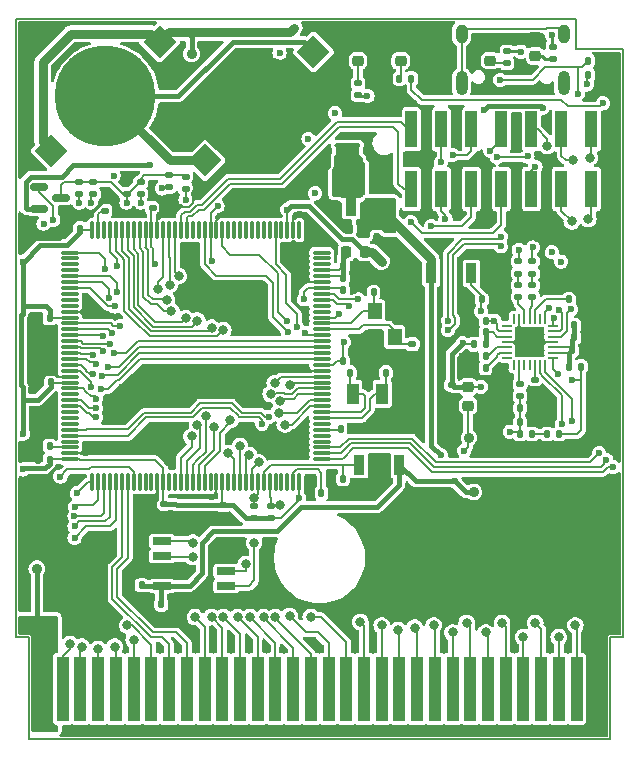
<source format=gbr>
G04 #@! TF.GenerationSoftware,KiCad,Pcbnew,7.0.10*
G04 #@! TF.CreationDate,2024-04-17T21:52:57+03:00*
G04 #@! TF.ProjectId,GAMEBOY_STM32_CART,47414d45-424f-4595-9f53-544d33325f43,v5.1*
G04 #@! TF.SameCoordinates,Original*
G04 #@! TF.FileFunction,Copper,L1,Top*
G04 #@! TF.FilePolarity,Positive*
%FSLAX46Y46*%
G04 Gerber Fmt 4.6, Leading zero omitted, Abs format (unit mm)*
G04 Created by KiCad (PCBNEW 7.0.10) date 2024-04-17 21:52:57*
%MOMM*%
%LPD*%
G01*
G04 APERTURE LIST*
G04 Aperture macros list*
%AMRoundRect*
0 Rectangle with rounded corners*
0 $1 Rounding radius*
0 $2 $3 $4 $5 $6 $7 $8 $9 X,Y pos of 4 corners*
0 Add a 4 corners polygon primitive as box body*
4,1,4,$2,$3,$4,$5,$6,$7,$8,$9,$2,$3,0*
0 Add four circle primitives for the rounded corners*
1,1,$1+$1,$2,$3*
1,1,$1+$1,$4,$5*
1,1,$1+$1,$6,$7*
1,1,$1+$1,$8,$9*
0 Add four rect primitives between the rounded corners*
20,1,$1+$1,$2,$3,$4,$5,0*
20,1,$1+$1,$4,$5,$6,$7,0*
20,1,$1+$1,$6,$7,$8,$9,0*
20,1,$1+$1,$8,$9,$2,$3,0*%
%AMRotRect*
0 Rectangle, with rotation*
0 The origin of the aperture is its center*
0 $1 length*
0 $2 width*
0 $3 Rotation angle, in degrees counterclockwise*
0 Add horizontal line*
21,1,$1,$2,0,0,$3*%
%AMFreePoly0*
4,1,14,0.318306,0.106694,0.381694,0.043306,0.400000,-0.000888,0.400000,-0.062500,0.381694,-0.106694,0.337500,-0.125000,-0.337500,-0.125000,-0.381694,-0.106694,-0.400000,-0.062500,-0.400000,0.062500,-0.381694,0.106694,-0.337500,0.125000,0.274112,0.125000,0.318306,0.106694,0.318306,0.106694,$1*%
%AMFreePoly1*
4,1,14,0.381694,0.106694,0.400000,0.062500,0.400000,0.000888,0.381694,-0.043306,0.318306,-0.106694,0.274112,-0.125000,-0.337500,-0.125000,-0.381694,-0.106694,-0.400000,-0.062500,-0.400000,0.062500,-0.381694,0.106694,-0.337500,0.125000,0.337500,0.125000,0.381694,0.106694,0.381694,0.106694,$1*%
%AMFreePoly2*
4,1,14,0.106694,0.381694,0.125000,0.337500,0.125000,-0.337500,0.106694,-0.381694,0.062500,-0.400000,-0.062500,-0.400000,-0.106694,-0.381694,-0.125000,-0.337500,-0.125000,0.274112,-0.106694,0.318306,-0.043306,0.381694,0.000888,0.400000,0.062500,0.400000,0.106694,0.381694,0.106694,0.381694,$1*%
%AMFreePoly3*
4,1,14,0.043306,0.381694,0.106694,0.318306,0.125000,0.274112,0.125000,-0.337500,0.106694,-0.381694,0.062500,-0.400000,-0.062500,-0.400000,-0.106694,-0.381694,-0.125000,-0.337500,-0.125000,0.337500,-0.106694,0.381694,-0.062500,0.400000,-0.000888,0.400000,0.043306,0.381694,0.043306,0.381694,$1*%
%AMFreePoly4*
4,1,14,0.381694,0.106694,0.400000,0.062500,0.400000,-0.062500,0.381694,-0.106694,0.337500,-0.125000,-0.274112,-0.125000,-0.318306,-0.106694,-0.381694,-0.043306,-0.400000,0.000888,-0.400000,0.062500,-0.381694,0.106694,-0.337500,0.125000,0.337500,0.125000,0.381694,0.106694,0.381694,0.106694,$1*%
%AMFreePoly5*
4,1,14,0.381694,0.106694,0.400000,0.062500,0.400000,-0.062500,0.381694,-0.106694,0.337500,-0.125000,-0.337500,-0.125000,-0.381694,-0.106694,-0.400000,-0.062500,-0.400000,-0.000888,-0.381694,0.043306,-0.318306,0.106694,-0.274112,0.125000,0.337500,0.125000,0.381694,0.106694,0.381694,0.106694,$1*%
%AMFreePoly6*
4,1,14,0.106694,0.381694,0.125000,0.337500,0.125000,-0.274112,0.106694,-0.318306,0.043306,-0.381694,-0.000888,-0.400000,-0.062500,-0.400000,-0.106694,-0.381694,-0.125000,-0.337500,-0.125000,0.337500,-0.106694,0.381694,-0.062500,0.400000,0.062500,0.400000,0.106694,0.381694,0.106694,0.381694,$1*%
%AMFreePoly7*
4,1,14,0.106694,0.381694,0.125000,0.337500,0.125000,-0.337500,0.106694,-0.381694,0.062500,-0.400000,0.000888,-0.400000,-0.043306,-0.381694,-0.106694,-0.318306,-0.125000,-0.274112,-0.125000,0.337500,-0.106694,0.381694,-0.062500,0.400000,0.062500,0.400000,0.106694,0.381694,0.106694,0.381694,$1*%
%AMFreePoly8*
4,1,9,3.862500,-0.866500,0.737500,-0.866500,0.737500,-0.450000,-0.737500,-0.450000,-0.737500,0.450000,0.737500,0.450000,0.737500,0.866500,3.862500,0.866500,3.862500,-0.866500,3.862500,-0.866500,$1*%
G04 Aperture macros list end*
G04 #@! TA.AperFunction,SMDPad,CuDef*
%ADD10C,0.900000*%
G04 #@! TD*
G04 #@! TA.AperFunction,SMDPad,CuDef*
%ADD11RoundRect,0.075000X0.662500X0.075000X-0.662500X0.075000X-0.662500X-0.075000X0.662500X-0.075000X0*%
G04 #@! TD*
G04 #@! TA.AperFunction,SMDPad,CuDef*
%ADD12RoundRect,0.075000X0.075000X0.662500X-0.075000X0.662500X-0.075000X-0.662500X0.075000X-0.662500X0*%
G04 #@! TD*
G04 #@! TA.AperFunction,SMDPad,CuDef*
%ADD13RoundRect,0.135000X-0.185000X0.135000X-0.185000X-0.135000X0.185000X-0.135000X0.185000X0.135000X0*%
G04 #@! TD*
G04 #@! TA.AperFunction,SMDPad,CuDef*
%ADD14RoundRect,0.135000X0.185000X-0.135000X0.185000X0.135000X-0.185000X0.135000X-0.185000X-0.135000X0*%
G04 #@! TD*
G04 #@! TA.AperFunction,SMDPad,CuDef*
%ADD15RoundRect,0.140000X-0.140000X-0.170000X0.140000X-0.170000X0.140000X0.170000X-0.140000X0.170000X0*%
G04 #@! TD*
G04 #@! TA.AperFunction,SMDPad,CuDef*
%ADD16RoundRect,0.218750X-0.256250X0.218750X-0.256250X-0.218750X0.256250X-0.218750X0.256250X0.218750X0*%
G04 #@! TD*
G04 #@! TA.AperFunction,SMDPad,CuDef*
%ADD17RoundRect,0.140000X-0.170000X0.140000X-0.170000X-0.140000X0.170000X-0.140000X0.170000X0.140000X0*%
G04 #@! TD*
G04 #@! TA.AperFunction,SMDPad,CuDef*
%ADD18R,0.900000X1.700000*%
G04 #@! TD*
G04 #@! TA.AperFunction,SMDPad,CuDef*
%ADD19RoundRect,0.140000X0.140000X0.170000X-0.140000X0.170000X-0.140000X-0.170000X0.140000X-0.170000X0*%
G04 #@! TD*
G04 #@! TA.AperFunction,SMDPad,CuDef*
%ADD20RoundRect,0.155000X0.212500X0.155000X-0.212500X0.155000X-0.212500X-0.155000X0.212500X-0.155000X0*%
G04 #@! TD*
G04 #@! TA.AperFunction,ConnectorPad*
%ADD21R,1.300000X6.000000*%
G04 #@! TD*
G04 #@! TA.AperFunction,ConnectorPad*
%ADD22R,1.000000X5.500000*%
G04 #@! TD*
G04 #@! TA.AperFunction,SMDPad,CuDef*
%ADD23RoundRect,0.135000X0.135000X0.185000X-0.135000X0.185000X-0.135000X-0.185000X0.135000X-0.185000X0*%
G04 #@! TD*
G04 #@! TA.AperFunction,SMDPad,CuDef*
%ADD24RoundRect,0.135000X-0.135000X-0.185000X0.135000X-0.185000X0.135000X0.185000X-0.135000X0.185000X0*%
G04 #@! TD*
G04 #@! TA.AperFunction,SMDPad,CuDef*
%ADD25RoundRect,0.218750X0.218750X0.256250X-0.218750X0.256250X-0.218750X-0.256250X0.218750X-0.256250X0*%
G04 #@! TD*
G04 #@! TA.AperFunction,SMDPad,CuDef*
%ADD26RoundRect,0.140000X0.170000X-0.140000X0.170000X0.140000X-0.170000X0.140000X-0.170000X-0.140000X0*%
G04 #@! TD*
G04 #@! TA.AperFunction,SMDPad,CuDef*
%ADD27RoundRect,0.150000X-0.587500X-0.150000X0.587500X-0.150000X0.587500X0.150000X-0.587500X0.150000X0*%
G04 #@! TD*
G04 #@! TA.AperFunction,SMDPad,CuDef*
%ADD28FreePoly0,180.000000*%
G04 #@! TD*
G04 #@! TA.AperFunction,SMDPad,CuDef*
%ADD29RoundRect,0.062500X0.337500X0.062500X-0.337500X0.062500X-0.337500X-0.062500X0.337500X-0.062500X0*%
G04 #@! TD*
G04 #@! TA.AperFunction,SMDPad,CuDef*
%ADD30R,2.400000X2.400000*%
G04 #@! TD*
G04 #@! TA.AperFunction,SMDPad,CuDef*
%ADD31FreePoly1,180.000000*%
G04 #@! TD*
G04 #@! TA.AperFunction,SMDPad,CuDef*
%ADD32FreePoly2,180.000000*%
G04 #@! TD*
G04 #@! TA.AperFunction,SMDPad,CuDef*
%ADD33RoundRect,0.062500X0.062500X0.337500X-0.062500X0.337500X-0.062500X-0.337500X0.062500X-0.337500X0*%
G04 #@! TD*
G04 #@! TA.AperFunction,SMDPad,CuDef*
%ADD34FreePoly3,180.000000*%
G04 #@! TD*
G04 #@! TA.AperFunction,SMDPad,CuDef*
%ADD35FreePoly4,180.000000*%
G04 #@! TD*
G04 #@! TA.AperFunction,SMDPad,CuDef*
%ADD36FreePoly5,180.000000*%
G04 #@! TD*
G04 #@! TA.AperFunction,SMDPad,CuDef*
%ADD37FreePoly6,180.000000*%
G04 #@! TD*
G04 #@! TA.AperFunction,SMDPad,CuDef*
%ADD38FreePoly7,180.000000*%
G04 #@! TD*
G04 #@! TA.AperFunction,SMDPad,CuDef*
%ADD39RoundRect,0.218750X0.256250X-0.218750X0.256250X0.218750X-0.256250X0.218750X-0.256250X-0.218750X0*%
G04 #@! TD*
G04 #@! TA.AperFunction,SMDPad,CuDef*
%ADD40R,1.000000X3.150000*%
G04 #@! TD*
G04 #@! TA.AperFunction,SMDPad,CuDef*
%ADD41C,8.500000*%
G04 #@! TD*
G04 #@! TA.AperFunction,SMDPad,CuDef*
%ADD42RotRect,2.000000X2.000000X45.000000*%
G04 #@! TD*
G04 #@! TA.AperFunction,SMDPad,CuDef*
%ADD43R,1.200000X1.400000*%
G04 #@! TD*
G04 #@! TA.AperFunction,SMDPad,CuDef*
%ADD44R,1.525000X0.650000*%
G04 #@! TD*
G04 #@! TA.AperFunction,SMDPad,CuDef*
%ADD45R,1.000000X1.800000*%
G04 #@! TD*
G04 #@! TA.AperFunction,SMDPad,CuDef*
%ADD46R,0.900000X1.300000*%
G04 #@! TD*
G04 #@! TA.AperFunction,SMDPad,CuDef*
%ADD47FreePoly8,90.000000*%
G04 #@! TD*
G04 #@! TA.AperFunction,ComponentPad*
%ADD48O,1.000000X1.600000*%
G04 #@! TD*
G04 #@! TA.AperFunction,ComponentPad*
%ADD49O,1.000000X2.100000*%
G04 #@! TD*
G04 #@! TA.AperFunction,ViaPad*
%ADD50C,0.600000*%
G04 #@! TD*
G04 #@! TA.AperFunction,ViaPad*
%ADD51C,0.800000*%
G04 #@! TD*
G04 #@! TA.AperFunction,Conductor*
%ADD52C,0.400000*%
G04 #@! TD*
G04 #@! TA.AperFunction,Conductor*
%ADD53C,0.800000*%
G04 #@! TD*
G04 #@! TA.AperFunction,Conductor*
%ADD54C,0.200000*%
G04 #@! TD*
G04 #@! TA.AperFunction,Conductor*
%ADD55C,0.254000*%
G04 #@! TD*
G04 #@! TA.AperFunction,Profile*
%ADD56C,0.150000*%
G04 #@! TD*
G04 APERTURE END LIST*
D10*
X115200000Y-63300000D03*
X78600000Y-74400000D03*
X124300000Y-71200000D03*
X108600000Y-72200000D03*
X91700000Y-30800000D03*
X115600000Y-67900000D03*
D11*
X102725000Y-65138000D03*
X102725000Y-64638000D03*
X102725000Y-64138000D03*
X102725000Y-63638000D03*
X102725000Y-63138000D03*
X102725000Y-62638000D03*
X102725000Y-62138000D03*
X102725000Y-61638000D03*
X102725000Y-61138000D03*
X102725000Y-60638000D03*
X102725000Y-60138000D03*
X102725000Y-59638000D03*
X102725000Y-59138000D03*
X102725000Y-58638000D03*
X102725000Y-58138000D03*
X102725000Y-57638000D03*
X102725000Y-57138000D03*
X102725000Y-56638000D03*
X102725000Y-56138000D03*
X102725000Y-55638000D03*
X102725000Y-55138000D03*
X102725000Y-54638000D03*
X102725000Y-54138000D03*
X102725000Y-53638000D03*
X102725000Y-53138000D03*
X102725000Y-52638000D03*
X102725000Y-52138000D03*
X102725000Y-51638000D03*
X102725000Y-51138000D03*
X102725000Y-50638000D03*
X102725000Y-50138000D03*
X102725000Y-49638000D03*
X102725000Y-49138000D03*
X102725000Y-48638000D03*
X102725000Y-48138000D03*
X102725000Y-47638000D03*
D12*
X100812500Y-45725500D03*
X100312500Y-45725500D03*
X99812500Y-45725500D03*
X99312500Y-45725500D03*
X98812500Y-45725500D03*
X98312500Y-45725500D03*
X97812500Y-45725500D03*
X97312500Y-45725500D03*
X96812500Y-45725500D03*
X96312500Y-45725500D03*
X95812500Y-45725500D03*
X95312500Y-45725500D03*
X94812500Y-45725500D03*
X94312500Y-45725500D03*
X93812500Y-45725500D03*
X93312500Y-45725500D03*
X92812500Y-45725500D03*
X92312500Y-45725500D03*
X91812500Y-45725500D03*
X91312500Y-45725500D03*
X90812500Y-45725500D03*
X90312500Y-45725500D03*
X89812500Y-45725500D03*
X89312500Y-45725500D03*
X88812500Y-45725500D03*
X88312500Y-45725500D03*
X87812500Y-45725500D03*
X87312500Y-45725500D03*
X86812500Y-45725500D03*
X86312500Y-45725500D03*
X85812500Y-45725500D03*
X85312500Y-45725500D03*
X84812500Y-45725500D03*
X84312500Y-45725500D03*
X83812500Y-45725500D03*
X83312500Y-45725500D03*
D11*
X81400000Y-47638000D03*
X81400000Y-48138000D03*
X81400000Y-48638000D03*
X81400000Y-49138000D03*
X81400000Y-49638000D03*
X81400000Y-50138000D03*
X81400000Y-50638000D03*
X81400000Y-51138000D03*
X81400000Y-51638000D03*
X81400000Y-52138000D03*
X81400000Y-52638000D03*
X81400000Y-53138000D03*
X81400000Y-53638000D03*
X81400000Y-54138000D03*
X81400000Y-54638000D03*
X81400000Y-55138000D03*
X81400000Y-55638000D03*
X81400000Y-56138000D03*
X81400000Y-56638000D03*
X81400000Y-57138000D03*
X81400000Y-57638000D03*
X81400000Y-58138000D03*
X81400000Y-58638000D03*
X81400000Y-59138000D03*
X81400000Y-59638000D03*
X81400000Y-60138000D03*
X81400000Y-60638000D03*
X81400000Y-61138000D03*
X81400000Y-61638000D03*
X81400000Y-62138000D03*
X81400000Y-62638000D03*
X81400000Y-63138000D03*
X81400000Y-63638000D03*
X81400000Y-64138000D03*
X81400000Y-64638000D03*
X81400000Y-65138000D03*
D12*
X83312500Y-67050500D03*
X83812500Y-67050500D03*
X84312500Y-67050500D03*
X84812500Y-67050500D03*
X85312500Y-67050500D03*
X85812500Y-67050500D03*
X86312500Y-67050500D03*
X86812500Y-67050500D03*
X87312500Y-67050500D03*
X87812500Y-67050500D03*
X88312500Y-67050500D03*
X88812500Y-67050500D03*
X89312500Y-67050500D03*
X89812500Y-67050500D03*
X90312500Y-67050500D03*
X90812500Y-67050500D03*
X91312500Y-67050500D03*
X91812500Y-67050500D03*
X92312500Y-67050500D03*
X92812500Y-67050500D03*
X93312500Y-67050500D03*
X93812500Y-67050500D03*
X94312500Y-67050500D03*
X94812500Y-67050500D03*
X95312500Y-67050500D03*
X95812500Y-67050500D03*
X96312500Y-67050500D03*
X96812500Y-67050500D03*
X97312500Y-67050500D03*
X97812500Y-67050500D03*
X98312500Y-67050500D03*
X98812500Y-67050500D03*
X99312500Y-67050500D03*
X99812500Y-67050500D03*
X100312500Y-67050500D03*
X100812500Y-67050500D03*
D13*
X91200000Y-41200000D03*
X91200000Y-42220000D03*
D14*
X120570000Y-49410000D03*
X120570000Y-48390000D03*
D15*
X104520000Y-49800000D03*
X105480000Y-49800000D03*
D13*
X118400000Y-30600000D03*
X118400000Y-31620000D03*
D14*
X119370000Y-49410000D03*
X119370000Y-48390000D03*
D16*
X105800000Y-29812500D03*
X105800000Y-31387500D03*
X120800000Y-29412500D03*
X120800000Y-30987500D03*
D15*
X124120000Y-53800000D03*
X125080000Y-53800000D03*
D13*
X87400000Y-41690000D03*
X87400000Y-42710000D03*
D15*
X104520000Y-56800000D03*
X105480000Y-56800000D03*
D17*
X94400000Y-69040000D03*
X94400000Y-70000000D03*
D18*
X109300000Y-65600000D03*
X105900000Y-65600000D03*
D19*
X79680000Y-64000000D03*
X78720000Y-64000000D03*
D20*
X104367500Y-39000000D03*
X103232500Y-39000000D03*
D19*
X79680000Y-65200000D03*
X78720000Y-65200000D03*
D21*
X79150000Y-84825000D03*
D22*
X80800000Y-84575000D03*
X82300000Y-84575000D03*
X83800000Y-84575000D03*
X85300000Y-84575000D03*
X86800000Y-84575000D03*
X88300000Y-84575000D03*
X89800000Y-84575000D03*
X91300000Y-84575000D03*
X92800000Y-84575000D03*
X94300000Y-84575000D03*
X95800000Y-84575000D03*
X97300000Y-84575000D03*
X98800000Y-84575000D03*
X100300000Y-84575000D03*
X101800000Y-84575000D03*
X103300000Y-84575000D03*
X104800000Y-84575000D03*
X106300000Y-84575000D03*
X107800000Y-84575000D03*
X109300000Y-84575000D03*
X110800000Y-84575000D03*
X112300000Y-84575000D03*
X113800000Y-84575000D03*
X115300000Y-84575000D03*
X116800000Y-84575000D03*
X118300000Y-84575000D03*
X119800000Y-84575000D03*
X121300000Y-84575000D03*
X122800000Y-84575000D03*
X124300000Y-84575000D03*
D21*
X125950000Y-84825000D03*
D23*
X103710000Y-68000000D03*
X102690000Y-68000000D03*
D24*
X123660000Y-57300000D03*
X124680000Y-57300000D03*
D25*
X106387500Y-47600000D03*
X104812500Y-47600000D03*
D15*
X124120000Y-54800000D03*
X125080000Y-54800000D03*
D19*
X79800000Y-58600000D03*
X78840000Y-58600000D03*
D15*
X89144000Y-77425000D03*
X90104000Y-77425000D03*
X105520000Y-39000000D03*
X106480000Y-39000000D03*
D26*
X88400000Y-43880000D03*
X88400000Y-42920000D03*
D27*
X78800000Y-42050000D03*
X78800000Y-43950000D03*
X80675000Y-43000000D03*
D15*
X104520000Y-48800000D03*
X105480000Y-48800000D03*
D14*
X98400000Y-70110000D03*
X98400000Y-69090000D03*
D28*
X122270000Y-56550000D03*
D29*
X122270000Y-56100000D03*
X122270000Y-55650000D03*
X122270000Y-55200000D03*
D30*
X120320000Y-55200000D03*
D29*
X122270000Y-54750000D03*
X122270000Y-54300000D03*
D31*
X122270000Y-53850000D03*
D32*
X121670000Y-53250000D03*
D33*
X121220000Y-53250000D03*
X120770000Y-53250000D03*
X120320000Y-53250000D03*
X119870000Y-53250000D03*
X119420000Y-53250000D03*
D34*
X118970000Y-53250000D03*
D35*
X118370000Y-53850000D03*
D29*
X118370000Y-54300000D03*
X118370000Y-54750000D03*
X118370000Y-55200000D03*
X118370000Y-55650000D03*
X118370000Y-56100000D03*
D36*
X118370000Y-56550000D03*
D37*
X118970000Y-57150000D03*
D33*
X119420000Y-57150000D03*
X119870000Y-57150000D03*
X120320000Y-57150000D03*
X120770000Y-57150000D03*
X121220000Y-57150000D03*
D38*
X121670000Y-57150000D03*
D23*
X116310000Y-51600000D03*
X115290000Y-51600000D03*
D26*
X119520000Y-59760000D03*
X119520000Y-58800000D03*
D18*
X112000000Y-49400000D03*
X115400000Y-49400000D03*
D17*
X107400000Y-45320000D03*
X107400000Y-46280000D03*
X86200000Y-41720000D03*
X86200000Y-42680000D03*
D39*
X115120000Y-60587500D03*
X115120000Y-59012500D03*
D16*
X117000000Y-29800000D03*
X117000000Y-31375000D03*
D17*
X89400000Y-68920000D03*
X89400000Y-69880000D03*
D19*
X116600000Y-54400000D03*
X115640000Y-54400000D03*
D26*
X120570000Y-51380000D03*
X120570000Y-50420000D03*
D15*
X105120000Y-57800000D03*
X106080000Y-57800000D03*
D13*
X120770000Y-58390000D03*
X120770000Y-59410000D03*
X82200000Y-41690000D03*
X82200000Y-42710000D03*
D23*
X110320000Y-32900000D03*
X109300000Y-32900000D03*
D14*
X97000000Y-70110000D03*
X97000000Y-69090000D03*
D19*
X116600000Y-53400000D03*
X115640000Y-53400000D03*
D24*
X125290000Y-31400000D03*
X126310000Y-31400000D03*
D15*
X119520000Y-62000000D03*
X120480000Y-62000000D03*
X104520000Y-50800000D03*
X105480000Y-50800000D03*
D23*
X122830000Y-63000000D03*
X121810000Y-63000000D03*
D40*
X110320000Y-42250000D03*
X110320000Y-37200000D03*
X112860000Y-42250000D03*
X112860000Y-37200000D03*
X115400000Y-42250000D03*
X115400000Y-37200000D03*
X117940000Y-42250000D03*
X117940000Y-37200000D03*
X120480000Y-42250000D03*
X120480000Y-37200000D03*
X123020000Y-42250000D03*
X123020000Y-37200000D03*
X125560000Y-42250000D03*
X125560000Y-37200000D03*
D26*
X119370000Y-51380000D03*
X119370000Y-50420000D03*
D41*
X84408339Y-34404420D03*
D42*
X89004533Y-29808226D03*
X79812145Y-39000614D03*
D15*
X123920000Y-55900000D03*
X124880000Y-55900000D03*
X107120000Y-51000000D03*
X108080000Y-51000000D03*
D19*
X87480000Y-75800000D03*
X86520000Y-75800000D03*
D23*
X104510000Y-66800000D03*
X103490000Y-66800000D03*
D43*
X107200000Y-52600000D03*
X107200000Y-54800000D03*
X108900000Y-54800000D03*
X108900000Y-52600000D03*
D15*
X123640000Y-51600000D03*
X124600000Y-51600000D03*
D16*
X109400000Y-29812500D03*
X109400000Y-31387500D03*
D42*
X92835355Y-39835355D03*
X102027743Y-30642967D03*
D41*
X97431549Y-35239161D03*
D19*
X79680000Y-53200000D03*
X78720000Y-53200000D03*
D26*
X84400000Y-44080000D03*
X84400000Y-43120000D03*
D15*
X119520000Y-60800000D03*
X120480000Y-60800000D03*
D17*
X113720000Y-58840000D03*
X113720000Y-59800000D03*
D19*
X116600000Y-56400000D03*
X115640000Y-56400000D03*
D20*
X106167500Y-45600000D03*
X105032500Y-45600000D03*
D14*
X105800000Y-34310000D03*
X105800000Y-33290000D03*
D13*
X122300000Y-30225000D03*
X122300000Y-31245000D03*
D19*
X108160000Y-57800000D03*
X107200000Y-57800000D03*
D23*
X120540000Y-63000000D03*
X119520000Y-63000000D03*
D24*
X125290000Y-32600000D03*
X126310000Y-32600000D03*
D44*
X94624000Y-75870000D03*
X94624000Y-74600000D03*
X94624000Y-73330000D03*
X94624000Y-72060000D03*
X89200000Y-72060000D03*
X89200000Y-73330000D03*
X89200000Y-74600000D03*
X89200000Y-75870000D03*
D45*
X107850000Y-59600000D03*
X105350000Y-59600000D03*
D46*
X103700000Y-43850000D03*
D47*
X105200000Y-43762500D03*
D46*
X106700000Y-43850000D03*
D15*
X104320000Y-62600000D03*
X105280000Y-62600000D03*
D19*
X82280000Y-45600000D03*
X81320000Y-45600000D03*
D13*
X89800000Y-41090000D03*
X89800000Y-42110000D03*
D24*
X115610000Y-55400000D03*
X116630000Y-55400000D03*
D26*
X110400000Y-55400000D03*
X110400000Y-54440000D03*
D13*
X83400000Y-41690000D03*
X83400000Y-42710000D03*
D19*
X116600000Y-57400000D03*
X115640000Y-57400000D03*
D48*
X114570000Y-29120000D03*
D49*
X114570000Y-33300000D03*
D48*
X123210000Y-29120000D03*
D49*
X123210000Y-33300000D03*
D50*
X112400000Y-28800000D03*
X119100000Y-29300000D03*
X115800000Y-29373000D03*
X91700000Y-58600000D03*
X93200000Y-57400000D03*
X101800000Y-67400000D03*
X105900000Y-67300000D03*
X105000000Y-68000000D03*
X107000000Y-68000000D03*
X105400000Y-54800000D03*
X116400000Y-60300000D03*
X118400000Y-61200000D03*
X118400000Y-59500000D03*
X117500000Y-57800000D03*
X117400000Y-59500000D03*
X117400000Y-61200000D03*
X117400000Y-62400000D03*
X116000000Y-62400000D03*
X114300000Y-62400000D03*
X113000000Y-62400000D03*
X113000000Y-61200000D03*
X108600000Y-61300000D03*
X111200000Y-61700000D03*
X111200000Y-60200000D03*
X111200000Y-58900000D03*
X111200000Y-57800000D03*
X111200000Y-56700000D03*
X110100000Y-56700000D03*
X110100000Y-57800000D03*
X110100000Y-59000000D03*
X110100000Y-60300000D03*
X110100000Y-61700000D03*
X77527207Y-47100000D03*
X78100000Y-59300000D03*
X106400000Y-37800000D03*
X110000000Y-39800000D03*
X102900000Y-40603990D03*
X100900000Y-44400000D03*
X94700000Y-40400000D03*
X87000000Y-30300000D03*
X82200000Y-30100000D03*
X90300000Y-37000000D03*
X89100000Y-35600000D03*
X88700000Y-31800000D03*
X101600000Y-28600000D03*
X102700000Y-34200000D03*
X102700000Y-32900000D03*
X106700000Y-32500000D03*
X104100000Y-33200000D03*
X103900000Y-32200000D03*
X104700000Y-35100000D03*
X88200000Y-40200000D03*
X92000000Y-81100000D03*
X90600000Y-81100000D03*
X89000000Y-81200000D03*
X110500000Y-71000000D03*
X107500000Y-73500000D03*
X107800000Y-77900000D03*
X109300000Y-77800000D03*
X106600000Y-77900000D03*
X104300000Y-78000000D03*
X102100000Y-80900000D03*
X99400000Y-81300000D03*
X98000000Y-81100000D03*
X96500000Y-80700000D03*
X95100000Y-80700000D03*
X93500000Y-80800000D03*
X125900000Y-51700000D03*
X125800000Y-52700000D03*
X125800000Y-55600000D03*
X125900000Y-56700000D03*
X125800000Y-58300000D03*
X116600000Y-64600000D03*
X123100000Y-64600000D03*
X124700000Y-64100000D03*
X125800000Y-63100000D03*
X125900000Y-61300000D03*
X125900000Y-59500000D03*
X121600000Y-61500000D03*
X121600000Y-60200000D03*
X120400000Y-56000000D03*
X120300000Y-54400000D03*
X119600000Y-55100000D03*
X120900000Y-55000000D03*
X118700000Y-46700000D03*
X114400000Y-44400000D03*
X116600000Y-45200000D03*
X116700000Y-44300000D03*
X118650000Y-45600000D03*
X122500000Y-46500000D03*
X121000000Y-46500000D03*
X121000000Y-44500000D03*
X122500000Y-40000000D03*
X120150000Y-39500000D03*
X117565687Y-39565687D03*
X119048476Y-37503795D03*
X126000000Y-34000000D03*
X122000000Y-36500000D03*
X114000000Y-36500000D03*
X111500000Y-36500000D03*
X111500000Y-35500000D03*
X110500000Y-35000000D03*
X108000000Y-34500000D03*
X108000000Y-35500000D03*
X109000000Y-35500000D03*
X107000000Y-35500000D03*
X106000000Y-35500000D03*
X107500000Y-32000000D03*
X110500000Y-28500000D03*
X106000000Y-28500000D03*
X103500000Y-28500000D03*
X78000000Y-40500000D03*
X78000000Y-37500000D03*
X78000000Y-35000000D03*
X78000000Y-32500000D03*
X78000000Y-30500000D03*
X89500000Y-33000000D03*
X90500000Y-33000000D03*
X90500000Y-31500000D03*
X92000000Y-37500000D03*
X92000000Y-36000000D03*
X92000000Y-34500000D03*
X97000000Y-39500000D03*
X97000000Y-40500000D03*
X96300000Y-43300000D03*
X97000000Y-42500000D03*
X95500000Y-42500000D03*
X93000000Y-42000000D03*
X97500000Y-64000000D03*
X96000000Y-62500000D03*
X94000000Y-58000000D03*
X92500000Y-58000000D03*
X95000000Y-50500000D03*
X92000000Y-50000000D03*
X94000000Y-52000000D03*
X92000000Y-52000000D03*
X94000000Y-51000000D03*
X92000000Y-51000000D03*
X82000000Y-78000000D03*
X82000000Y-76000000D03*
X82000000Y-74500000D03*
X82000000Y-73500000D03*
X83000000Y-78000000D03*
X83000000Y-76000000D03*
X83000000Y-74500000D03*
X83000000Y-72500000D03*
X92000000Y-71000000D03*
X93000000Y-70000000D03*
X98000000Y-74500000D03*
X98000000Y-72500000D03*
X107000000Y-71000000D03*
X110500000Y-73500000D03*
X110500000Y-76500000D03*
X107500000Y-76500000D03*
X126000000Y-78500000D03*
X123000000Y-74500000D03*
X126000000Y-77000000D03*
X126000000Y-74500000D03*
X119500000Y-72000000D03*
X123000000Y-72500000D03*
X126000000Y-72500000D03*
X126000000Y-70000000D03*
X123000000Y-69500000D03*
X119500000Y-69500000D03*
X126000000Y-68000000D03*
X122500000Y-68000000D03*
X119500000Y-68000000D03*
X117000000Y-68000000D03*
X113000000Y-72900000D03*
X119000000Y-78000000D03*
X119000000Y-76500000D03*
X116000000Y-77000000D03*
X116000000Y-75000000D03*
X113000000Y-76500000D03*
X113000000Y-74500000D03*
X109000000Y-76500000D03*
X109000000Y-73500000D03*
X109000000Y-71000000D03*
X96800000Y-38000000D03*
X99600000Y-34000000D03*
X96000000Y-34800000D03*
X94200000Y-35200000D03*
X107600000Y-28800000D03*
X122400000Y-53200000D03*
X114800000Y-57400000D03*
X114600000Y-56400000D03*
X114800000Y-53400000D03*
X114800000Y-54400000D03*
X116200000Y-59000000D03*
X123950000Y-58400000D03*
X100812500Y-68400000D03*
X114800000Y-64400000D03*
X104600000Y-55200000D03*
X106800000Y-57200000D03*
X114000000Y-67000000D03*
X112824265Y-64800000D03*
X126519000Y-35000000D03*
X125200000Y-33400000D03*
X124400000Y-34200000D03*
X117842414Y-33012276D03*
X116440000Y-35560000D03*
X121420741Y-35388889D03*
X106600000Y-34400000D03*
X119600000Y-30627000D03*
X122200000Y-29200000D03*
X77400000Y-48400000D03*
X84400000Y-53000000D03*
X77400000Y-66000000D03*
X77400000Y-63000000D03*
X91600000Y-70000000D03*
X107800000Y-48400000D03*
X101200000Y-51600000D03*
X116200000Y-52600000D03*
X117907107Y-47107107D03*
X117907107Y-46307107D03*
X113400000Y-54200000D03*
X113400000Y-53400000D03*
X100622975Y-53951599D03*
X99758201Y-53406685D03*
X99837628Y-54334642D03*
X101300000Y-54438000D03*
X97681072Y-62120537D03*
X98246758Y-61554851D03*
X99150000Y-30750000D03*
X108400000Y-43800000D03*
X107600000Y-43800000D03*
X100400000Y-28600000D03*
X82000000Y-68000000D03*
X80000000Y-44865000D03*
X86200000Y-43400000D03*
X93907108Y-43707108D03*
X88600000Y-48600000D03*
X93424265Y-48375735D03*
X99800000Y-44000000D03*
X117350000Y-53400000D03*
X114650000Y-55300000D03*
X101600000Y-38000000D03*
X120600000Y-47200000D03*
X119400000Y-47400000D03*
X102175735Y-42624265D03*
X118650000Y-62800000D03*
X103850000Y-35850000D03*
D51*
X124200000Y-79200000D03*
X122800000Y-80200000D03*
X120800000Y-79000000D03*
X119800000Y-80200000D03*
X118000000Y-79000000D03*
X98751124Y-58663669D03*
X100000000Y-58838000D03*
X116600000Y-79800000D03*
X115000000Y-79000000D03*
X98400000Y-59600000D03*
X113800000Y-79800000D03*
X99200000Y-60200000D03*
X112200000Y-79200000D03*
X99078698Y-61200000D03*
X110600000Y-79400000D03*
X99600000Y-62200000D03*
D50*
X85184886Y-52200000D03*
D51*
X109200000Y-79600000D03*
D50*
X84734358Y-51443761D03*
D51*
X107800000Y-79200000D03*
D50*
X85400000Y-51000000D03*
D51*
X106000000Y-78900000D03*
X101800000Y-78500000D03*
X94400000Y-54200000D03*
X100000000Y-78400000D03*
X93400000Y-54000000D03*
X92200000Y-53400000D03*
X98800000Y-78500000D03*
X104000000Y-41000000D03*
X105000000Y-41000000D03*
X79400000Y-81200000D03*
X105000000Y-42000000D03*
X104000000Y-42000000D03*
X80000000Y-79200000D03*
X106000000Y-41000000D03*
X106000000Y-42000000D03*
X78800000Y-79200000D03*
X80000000Y-80400000D03*
X77600000Y-79200000D03*
X78800000Y-80400000D03*
X91200000Y-53200000D03*
X97800000Y-78500000D03*
X96644975Y-78500000D03*
X90000000Y-52600000D03*
X89611319Y-51657116D03*
X95600000Y-78500000D03*
X94400000Y-78500000D03*
X88900000Y-50700834D03*
X93400000Y-78500000D03*
X89848422Y-50383815D03*
X90600000Y-49600000D03*
X92000000Y-78500000D03*
D50*
X84955690Y-54450188D03*
D51*
X86255025Y-79210660D03*
X86800000Y-80400000D03*
D50*
X85668328Y-53863343D03*
X85173718Y-56177752D03*
D51*
X85200000Y-81000000D03*
D50*
X84600000Y-57300000D03*
D51*
X83800000Y-81200000D03*
D50*
X84147128Y-58110750D03*
D51*
X82400000Y-81000000D03*
X81400000Y-80800000D03*
D50*
X84000000Y-59200000D03*
D51*
X95000000Y-61800000D03*
X125400000Y-39600000D03*
X125300000Y-44800000D03*
X93607109Y-62400000D03*
X124000000Y-39800000D03*
X92907109Y-61492891D03*
X123900000Y-45000000D03*
X92200000Y-62200000D03*
X91700000Y-63200000D03*
X121800000Y-38600000D03*
D50*
X127400000Y-65800000D03*
X126824265Y-65200000D03*
X126224265Y-64624265D03*
X83200000Y-59000000D03*
X120820000Y-40368168D03*
X83367158Y-57932842D03*
X117000000Y-39000000D03*
X110275735Y-45075735D03*
X83600456Y-57095407D03*
X83342892Y-56338000D03*
X113800000Y-39400000D03*
X84200000Y-56000000D03*
X112000000Y-45400000D03*
X112800000Y-40000000D03*
X84800000Y-55400000D03*
X84200000Y-54738000D03*
X113200000Y-44800000D03*
X79178677Y-45178677D03*
X81852983Y-69158949D03*
X83600000Y-61600000D03*
X82200000Y-43400000D03*
X83600000Y-60800000D03*
X83200000Y-43400000D03*
X85102793Y-41129001D03*
X81800000Y-71800000D03*
X87400000Y-43400000D03*
X80600000Y-66600000D03*
X81800000Y-70800000D03*
X89200000Y-42200000D03*
X81787087Y-69956233D03*
X91200000Y-43164998D03*
X104200000Y-52800000D03*
X123071660Y-62126870D03*
D51*
X97000000Y-68400000D03*
X99200000Y-69000000D03*
D50*
X123950000Y-61900000D03*
X105000000Y-52200000D03*
X121950000Y-52350000D03*
X105800000Y-51600000D03*
X122850000Y-52500000D03*
D51*
X94800000Y-64600000D03*
X91800000Y-73400000D03*
X95800000Y-64000000D03*
X96300000Y-74000000D03*
X96600000Y-64800000D03*
X91800030Y-72203500D03*
X97400000Y-65400000D03*
X97000000Y-72200000D03*
D50*
X123000000Y-48400000D03*
X85400000Y-48800000D03*
X123850000Y-52450000D03*
X84400000Y-49000000D03*
X122200000Y-47600000D03*
X83600000Y-60000000D03*
X122707108Y-57942892D03*
X100400000Y-51600000D03*
X88400000Y-41800000D03*
X86200000Y-41000000D03*
D51*
X98300000Y-57734579D03*
X125800000Y-80000000D03*
D50*
X82800000Y-64600000D03*
X77400000Y-64000000D03*
X93400000Y-68340000D03*
X105600000Y-55800000D03*
D51*
X92078772Y-42605056D03*
D50*
X94600000Y-43200000D03*
D52*
X78600000Y-79000000D02*
X78800000Y-79200000D01*
X78600000Y-74400000D02*
X78600000Y-79000000D01*
X114900000Y-67900000D02*
X114000000Y-67000000D01*
X115600000Y-67900000D02*
X114900000Y-67900000D01*
X91700000Y-30800000D02*
X91700000Y-29400000D01*
D53*
X91300000Y-29000000D02*
X89812759Y-29000000D01*
D52*
X91700000Y-29400000D02*
X91300000Y-29000000D01*
D53*
X100000000Y-29000000D02*
X91300000Y-29000000D01*
D54*
X87230628Y-55638000D02*
X102725000Y-55638000D01*
X85568628Y-57300000D02*
X87230628Y-55638000D01*
X84600000Y-57300000D02*
X85568628Y-57300000D01*
X87296314Y-56138000D02*
X102725000Y-56138000D01*
X84147128Y-58110750D02*
X84257878Y-58000000D01*
X84257878Y-58000000D02*
X85434314Y-58000000D01*
X85434314Y-58000000D02*
X87296314Y-56138000D01*
X82338000Y-57138000D02*
X81400000Y-57138000D01*
X82800000Y-57600000D02*
X82338000Y-57138000D01*
X82800000Y-57648529D02*
X82800000Y-57600000D01*
X83084313Y-57932842D02*
X82800000Y-57648529D01*
X83367158Y-57932842D02*
X83084313Y-57932842D01*
X82794363Y-56638000D02*
X81400000Y-56638000D01*
X83094363Y-56938000D02*
X82794363Y-56638000D01*
X83443049Y-56938000D02*
X83094363Y-56938000D01*
X83600456Y-57095407D02*
X83443049Y-56938000D01*
X82220100Y-56138000D02*
X81400000Y-56138000D01*
X82306365Y-56224265D02*
X82220100Y-56138000D01*
X83229157Y-56224265D02*
X82306365Y-56224265D01*
X83342892Y-56338000D02*
X83229157Y-56224265D01*
X82285786Y-55638000D02*
X81400000Y-55638000D01*
X83938000Y-55738000D02*
X82385786Y-55738000D01*
X82385786Y-55738000D02*
X82285786Y-55638000D01*
X84200000Y-56000000D02*
X83938000Y-55738000D01*
X119200000Y-29400000D02*
X119100000Y-29300000D01*
X119200000Y-29800000D02*
X119200000Y-29400000D01*
X119200000Y-29800000D02*
X120412500Y-29800000D01*
X117000000Y-29800000D02*
X119200000Y-29800000D01*
X116227000Y-29800000D02*
X115800000Y-29373000D01*
X117000000Y-29800000D02*
X116227000Y-29800000D01*
X110320000Y-33860000D02*
X110320000Y-32900000D01*
X111185000Y-34725000D02*
X110320000Y-33860000D01*
X123537500Y-35262500D02*
X123000000Y-34725000D01*
X123000000Y-34725000D02*
X111185000Y-34725000D01*
X109400000Y-32800000D02*
X109300000Y-32900000D01*
X109400000Y-31387500D02*
X109400000Y-32800000D01*
X87164942Y-55138000D02*
X102725000Y-55138000D01*
X86125190Y-56177752D02*
X87164942Y-55138000D01*
X85173718Y-56177752D02*
X86125190Y-56177752D01*
X87800000Y-47200000D02*
X87812500Y-47187500D01*
X88000000Y-51200000D02*
X88000000Y-47400000D01*
X88400000Y-51600000D02*
X88000000Y-51200000D01*
X87812500Y-47187500D02*
X87812500Y-45725500D01*
X89611319Y-51657116D02*
X89554203Y-51600000D01*
X89554203Y-51600000D02*
X88400000Y-51600000D01*
X88000000Y-47400000D02*
X87800000Y-47200000D01*
X87312500Y-47278186D02*
X87312500Y-45725500D01*
X87600000Y-47565686D02*
X87312500Y-47278186D01*
X88234315Y-52000000D02*
X87600000Y-51365685D01*
X88800000Y-52000000D02*
X88234315Y-52000000D01*
X90000000Y-52600000D02*
X89400000Y-52600000D01*
X89400000Y-52600000D02*
X88800000Y-52000000D01*
X87600000Y-51365685D02*
X87600000Y-47565686D01*
X98751124Y-58663669D02*
X99276793Y-58138000D01*
X99276793Y-58138000D02*
X102725000Y-58138000D01*
D52*
X104475000Y-46525000D02*
X105312500Y-46525000D01*
X101650000Y-43700000D02*
X104475000Y-46525000D01*
X100100000Y-43700000D02*
X101650000Y-43700000D01*
X105312500Y-46525000D02*
X106387500Y-47600000D01*
X99800000Y-44000000D02*
X100100000Y-43700000D01*
D54*
X99812500Y-44012500D02*
X99800000Y-44000000D01*
X99812500Y-45725500D02*
X99812500Y-44012500D01*
D52*
X102900000Y-43050000D02*
X103700000Y-43850000D01*
X102900000Y-40603990D02*
X102900000Y-43050000D01*
X103232500Y-40271490D02*
X103232500Y-39000000D01*
X102900000Y-40603990D02*
X103232500Y-40271490D01*
D54*
X122690000Y-28600000D02*
X123210000Y-29120000D01*
X121750001Y-28600000D02*
X122690000Y-28600000D01*
X114570000Y-29120000D02*
X115015000Y-28675000D01*
X115015000Y-28675000D02*
X121675001Y-28675000D01*
X121675001Y-28675000D02*
X121750001Y-28600000D01*
X114570000Y-33300000D02*
X114570000Y-29120000D01*
X122270000Y-57505784D02*
X122707108Y-57942892D01*
X122270000Y-56550000D02*
X122270000Y-57505784D01*
D55*
X78154207Y-46473000D02*
X77527207Y-47100000D01*
X80447000Y-46473000D02*
X78154207Y-46473000D01*
X81320000Y-45600000D02*
X80447000Y-46473000D01*
D52*
X82280000Y-45909999D02*
X82280000Y-45600000D01*
X78900000Y-47000000D02*
X81189999Y-47000000D01*
X77400000Y-48500000D02*
X78900000Y-47000000D01*
X81189999Y-47000000D02*
X82280000Y-45909999D01*
X77400000Y-52800000D02*
X77400000Y-48500000D01*
D55*
X81900000Y-44400000D02*
X81320000Y-44980000D01*
X83100000Y-44400000D02*
X81900000Y-44400000D01*
X81320000Y-44980000D02*
X81320000Y-45600000D01*
X84380000Y-43120000D02*
X83100000Y-44400000D01*
X84400000Y-43120000D02*
X84380000Y-43120000D01*
D52*
X78800000Y-58600000D02*
X78100000Y-59300000D01*
X78840000Y-58600000D02*
X78800000Y-58600000D01*
X77400000Y-60100000D02*
X77400000Y-59000000D01*
X78700000Y-60100000D02*
X77400000Y-60100000D01*
X79800000Y-59000000D02*
X78700000Y-60100000D01*
X79800000Y-58600000D02*
X79800000Y-59000000D01*
X79680000Y-52480000D02*
X79680000Y-53200000D01*
X79400000Y-52200000D02*
X79680000Y-52480000D01*
X77400000Y-52200000D02*
X79400000Y-52200000D01*
X77400000Y-52800000D02*
X77400000Y-52200000D01*
X77250000Y-58850000D02*
X77250000Y-52950000D01*
X77400000Y-59000000D02*
X77250000Y-58850000D01*
X77250000Y-52950000D02*
X77400000Y-52800000D01*
X103700000Y-44800000D02*
X103700000Y-43850000D01*
X104500000Y-45600000D02*
X103700000Y-44800000D01*
X105032500Y-45600000D02*
X104500000Y-45600000D01*
D54*
X100400000Y-44500000D02*
X100800000Y-44500000D01*
X100800000Y-44500000D02*
X100900000Y-44400000D01*
X100312500Y-44587500D02*
X100400000Y-44500000D01*
X100312500Y-45725500D02*
X100312500Y-44587500D01*
D52*
X81692893Y-40200000D02*
X88200000Y-40200000D01*
X77900000Y-41400000D02*
X78100000Y-41200000D01*
X80692893Y-41200000D02*
X81692893Y-40200000D01*
X77662500Y-41637500D02*
X77900000Y-41400000D01*
X78100000Y-41200000D02*
X80692893Y-41200000D01*
X77700000Y-43900000D02*
X77662500Y-43862500D01*
X77662500Y-43862500D02*
X77662500Y-41637500D01*
X77750000Y-43950000D02*
X77700000Y-43900000D01*
X78800000Y-43950000D02*
X77750000Y-43950000D01*
D54*
X119700000Y-55200000D02*
X120320000Y-55200000D01*
X119600000Y-55100000D02*
X119700000Y-55200000D01*
X119500000Y-55200000D02*
X119600000Y-55100000D01*
X120700000Y-55200000D02*
X120320000Y-55200000D01*
X120900000Y-55000000D02*
X120700000Y-55200000D01*
X121100000Y-55200000D02*
X120900000Y-55000000D01*
X120084313Y-39565687D02*
X120150000Y-39500000D01*
X117565687Y-39565687D02*
X120084313Y-39565687D01*
X117000000Y-39000000D02*
X117940000Y-38060000D01*
X117940000Y-38060000D02*
X117940000Y-37200000D01*
X120480000Y-40708168D02*
X120480000Y-42250000D01*
X120820000Y-40368168D02*
X120480000Y-40708168D01*
X107600000Y-29812500D02*
X107600000Y-28800000D01*
X107600000Y-29812500D02*
X105800000Y-29812500D01*
X109400000Y-29812500D02*
X107600000Y-29812500D01*
X105800000Y-31387500D02*
X105800000Y-33290000D01*
D52*
X90595580Y-34404420D02*
X84408339Y-34404420D01*
X101184776Y-29800000D02*
X95200000Y-29800000D01*
X102027743Y-30642967D02*
X101184776Y-29800000D01*
X95200000Y-29800000D02*
X90595580Y-34404420D01*
D53*
X100400000Y-28600000D02*
X100000000Y-29000000D01*
X89812759Y-29000000D02*
X89004533Y-29808226D01*
X90800000Y-39835355D02*
X89839274Y-39835355D01*
X92835355Y-39835355D02*
X90800000Y-39835355D01*
D54*
X125080000Y-53080000D02*
X125080000Y-53800000D01*
X124600000Y-52600000D02*
X125080000Y-53080000D01*
X124600000Y-51600000D02*
X124600000Y-52600000D01*
X120570000Y-49410000D02*
X120570000Y-50420000D01*
X119370000Y-50420000D02*
X119370000Y-49410000D01*
X122270000Y-53330000D02*
X122400000Y-53200000D01*
X122270000Y-53850000D02*
X122270000Y-53330000D01*
X115640000Y-57400000D02*
X114800000Y-57400000D01*
X115640000Y-56400000D02*
X114600000Y-56400000D01*
X115640000Y-53400000D02*
X114800000Y-53400000D01*
X115640000Y-54400000D02*
X114800000Y-54400000D01*
X116200000Y-59000000D02*
X115132500Y-59000000D01*
X115132500Y-59000000D02*
X115120000Y-59012500D01*
X124680000Y-58320000D02*
X124600000Y-58400000D01*
X124680000Y-57300000D02*
X124680000Y-58320000D01*
X124600000Y-58400000D02*
X123950000Y-58400000D01*
D52*
X113720000Y-56230000D02*
X114650000Y-55300000D01*
X113720000Y-58840000D02*
X113720000Y-56230000D01*
X113892500Y-59012500D02*
X113720000Y-58840000D01*
X115120000Y-59012500D02*
X113892500Y-59012500D01*
D54*
X100812500Y-68400000D02*
X100812500Y-68587500D01*
X100812500Y-67050500D02*
X100812500Y-68400000D01*
D52*
X112824265Y-64800000D02*
X112000000Y-63975735D01*
X112000000Y-63975735D02*
X112000000Y-49400000D01*
D54*
X115120000Y-64080000D02*
X114800000Y-64400000D01*
X115120000Y-60587500D02*
X115120000Y-64080000D01*
X104520000Y-55280000D02*
X104600000Y-55200000D01*
X104520000Y-56800000D02*
X104520000Y-55280000D01*
X101855090Y-57738000D02*
X101955090Y-57638000D01*
X101955090Y-57638000D02*
X102725000Y-57638000D01*
X98300000Y-57734579D02*
X98303421Y-57738000D01*
X98303421Y-57738000D02*
X101855090Y-57738000D01*
D52*
X106400000Y-57600000D02*
X106800000Y-57200000D01*
X106400000Y-57800000D02*
X106400000Y-57600000D01*
X106400000Y-57800000D02*
X107200000Y-57800000D01*
X106080000Y-57800000D02*
X106400000Y-57800000D01*
X120770000Y-60510000D02*
X120480000Y-60800000D01*
X120770000Y-59410000D02*
X120770000Y-60510000D01*
X120480000Y-62000000D02*
X120480000Y-60800000D01*
X110700000Y-67000000D02*
X114000000Y-67000000D01*
X109300000Y-65600000D02*
X110700000Y-67000000D01*
D53*
X108400000Y-44600000D02*
X108400000Y-43800000D01*
X112000000Y-48200000D02*
X108400000Y-44600000D01*
X112000000Y-49400000D02*
X112000000Y-48200000D01*
D54*
X126256500Y-35262500D02*
X126519000Y-35000000D01*
X123537500Y-35262500D02*
X126256500Y-35262500D01*
X124400000Y-34200000D02*
X124400000Y-31950000D01*
X120412500Y-29800000D02*
X120800000Y-29412500D01*
X117245000Y-31620000D02*
X117000000Y-31375000D01*
X118400000Y-31620000D02*
X117245000Y-31620000D01*
D55*
X119573000Y-30600000D02*
X118400000Y-30600000D01*
X119600000Y-30627000D02*
X119573000Y-30600000D01*
D54*
X125200000Y-32690000D02*
X125290000Y-32600000D01*
X125200000Y-33400000D02*
X125200000Y-32690000D01*
X124400000Y-31950000D02*
X124740000Y-31950000D01*
X121645406Y-31950000D02*
X124400000Y-31950000D01*
X124740000Y-31950000D02*
X125290000Y-31400000D01*
X117842414Y-33012276D02*
X120583130Y-33012276D01*
X120583130Y-33012276D02*
X121645406Y-31950000D01*
D52*
X116775000Y-35225000D02*
X116440000Y-35560000D01*
X121256852Y-35225000D02*
X116775000Y-35225000D01*
X121420741Y-35388889D02*
X121256852Y-35225000D01*
D55*
X105890000Y-34400000D02*
X105800000Y-34310000D01*
X106600000Y-34400000D02*
X105890000Y-34400000D01*
X121645000Y-31245000D02*
X122300000Y-31245000D01*
X121387500Y-30987500D02*
X121645000Y-31245000D01*
X120800000Y-30987500D02*
X121387500Y-30987500D01*
X122200000Y-30125000D02*
X122300000Y-30225000D01*
X122200000Y-29200000D02*
X122200000Y-30125000D01*
D54*
X82405500Y-45725500D02*
X82280000Y-45600000D01*
X83312500Y-45725500D02*
X82405500Y-45725500D01*
X84038000Y-52638000D02*
X84400000Y-53000000D01*
X83200000Y-52638000D02*
X84038000Y-52638000D01*
X81400000Y-52638000D02*
X83200000Y-52638000D01*
X83080068Y-50638000D02*
X81400000Y-50638000D01*
X84642068Y-52200000D02*
X83080068Y-50638000D01*
X85184886Y-52200000D02*
X84642068Y-52200000D01*
X84734358Y-50734358D02*
X84138000Y-50138000D01*
X84734358Y-51443761D02*
X84734358Y-50734358D01*
X84138000Y-50138000D02*
X81400000Y-50138000D01*
X85400000Y-50200000D02*
X84838000Y-49638000D01*
X85400000Y-51000000D02*
X85400000Y-50200000D01*
X84838000Y-49638000D02*
X81400000Y-49638000D01*
X79010000Y-57990000D02*
X78730000Y-57990000D01*
X78730000Y-57990000D02*
X78720000Y-58000000D01*
X78720000Y-58000000D02*
X78720000Y-58480000D01*
X78720000Y-53200000D02*
X78720000Y-58000000D01*
X78720000Y-58480000D02*
X78840000Y-58600000D01*
D52*
X79680000Y-65509999D02*
X79680000Y-65200000D01*
X77490000Y-65910000D02*
X79279999Y-65910000D01*
X79279999Y-65910000D02*
X79680000Y-65509999D01*
X77400000Y-66000000D02*
X77490000Y-65910000D01*
X77400000Y-63000000D02*
X77400000Y-59000000D01*
D54*
X97681072Y-61837694D02*
X97681072Y-62120537D01*
X97443378Y-61600000D02*
X97681072Y-61837694D01*
X95700000Y-61600000D02*
X97443378Y-61600000D01*
X95700000Y-61510050D02*
X95700000Y-61600000D01*
X91810050Y-61600000D02*
X92617159Y-60792891D01*
X82600000Y-63200000D02*
X86282844Y-63200000D01*
X94982841Y-60792891D02*
X95700000Y-61510050D01*
X82538000Y-63138000D02*
X82600000Y-63200000D01*
X81400000Y-63138000D02*
X82538000Y-63138000D01*
X86282844Y-63200000D02*
X87882844Y-61600000D01*
X87882844Y-61600000D02*
X91810050Y-61600000D01*
X92617159Y-60792891D02*
X94982841Y-60792891D01*
D55*
X91480000Y-69880000D02*
X91600000Y-70000000D01*
X89400000Y-69880000D02*
X91480000Y-69880000D01*
X88880000Y-69880000D02*
X89400000Y-69880000D01*
X88600000Y-68745682D02*
X88600000Y-69600000D01*
X88812500Y-68533182D02*
X88600000Y-68745682D01*
X88812500Y-67050500D02*
X88812500Y-68533182D01*
X88600000Y-69600000D02*
X88880000Y-69880000D01*
D53*
X107000000Y-47600000D02*
X107800000Y-48400000D01*
X106387500Y-47600000D02*
X107000000Y-47600000D01*
D54*
X101200000Y-51000000D02*
X101200000Y-51600000D01*
X101562000Y-50638000D02*
X101200000Y-51000000D01*
X102725000Y-50638000D02*
X101562000Y-50638000D01*
X100400000Y-50600000D02*
X100862000Y-50138000D01*
X100400000Y-51600000D02*
X100400000Y-50600000D01*
X100862000Y-50138000D02*
X102725000Y-50138000D01*
X116310000Y-51310000D02*
X116310000Y-51600000D01*
X115400000Y-50400000D02*
X116310000Y-51310000D01*
X115400000Y-49400000D02*
X115400000Y-50400000D01*
X116200000Y-51710000D02*
X116310000Y-51600000D01*
X116200000Y-52600000D02*
X116200000Y-51710000D01*
X117707107Y-46907107D02*
X117907107Y-47107107D01*
X114775737Y-46907107D02*
X117707107Y-46907107D01*
X113800000Y-52951471D02*
X113800000Y-47882844D01*
X114000000Y-53151471D02*
X113800000Y-52951471D01*
X114000000Y-53648529D02*
X114000000Y-53151471D01*
X113648529Y-54000000D02*
X114000000Y-53648529D01*
X113600000Y-54000000D02*
X113648529Y-54000000D01*
X113400000Y-54200000D02*
X113600000Y-54000000D01*
X117707107Y-46507107D02*
X117907107Y-46307107D01*
X114610049Y-46507107D02*
X117707107Y-46507107D01*
X113400000Y-47717156D02*
X114610049Y-46507107D01*
X113400000Y-53400000D02*
X113400000Y-47717156D01*
X113800000Y-47882844D02*
X114775737Y-46907107D01*
X99700000Y-49500000D02*
X98812500Y-48612500D01*
X99700000Y-51900000D02*
X99700000Y-49500000D01*
X98812500Y-48612500D02*
X98812500Y-45725500D01*
X100622975Y-52822975D02*
X99700000Y-51900000D01*
X100622975Y-53951599D02*
X100622975Y-52822975D01*
X99758201Y-53406685D02*
X99017157Y-52665641D01*
X99017157Y-52665641D02*
X99017157Y-49382843D01*
X99017157Y-49382843D02*
X97434314Y-47800000D01*
X92812500Y-48612500D02*
X92812500Y-45725500D01*
X93800000Y-49600000D02*
X92812500Y-48612500D01*
X98600000Y-50200000D02*
X98000000Y-49600000D01*
X99837628Y-54334642D02*
X98600000Y-53097014D01*
X98000000Y-49600000D02*
X93800000Y-49600000D01*
X98600000Y-53097014D02*
X98600000Y-50200000D01*
X97434314Y-47800000D02*
X95000000Y-47800000D01*
X95000000Y-47800000D02*
X94312500Y-47112500D01*
X94312500Y-47112500D02*
X94312500Y-45725500D01*
X97963915Y-61554851D02*
X98246758Y-61554851D01*
X97609064Y-61200000D02*
X97963915Y-61554851D01*
X95148519Y-60392911D02*
X95955608Y-61200000D01*
X92451482Y-60392911D02*
X95148519Y-60392911D01*
X91644393Y-61200000D02*
X92451482Y-60392911D01*
X87717156Y-61200000D02*
X91644393Y-61200000D01*
X86317156Y-62600000D02*
X87717156Y-61200000D01*
X82800000Y-62600000D02*
X86317156Y-62600000D01*
X81400000Y-62638000D02*
X82762000Y-62638000D01*
X82762000Y-62638000D02*
X82800000Y-62600000D01*
X95955608Y-61200000D02*
X97609064Y-61200000D01*
D52*
X98955025Y-71244975D02*
X101000000Y-69200000D01*
X89144000Y-77425000D02*
X89144000Y-75926000D01*
X91530000Y-75870000D02*
X92600000Y-74800000D01*
X92600000Y-74800000D02*
X92600000Y-72196500D01*
X89200000Y-75870000D02*
X87550000Y-75870000D01*
X109300000Y-67300000D02*
X109300000Y-65600000D01*
X93551525Y-71244975D02*
X98955025Y-71244975D01*
X107400000Y-69200000D02*
X109300000Y-67300000D01*
X92600000Y-72196500D02*
X93551525Y-71244975D01*
X101000000Y-69200000D02*
X107400000Y-69200000D01*
X89200000Y-75870000D02*
X91530000Y-75870000D01*
X87550000Y-75870000D02*
X87480000Y-75800000D01*
X89144000Y-75926000D02*
X89200000Y-75870000D01*
D53*
X79105038Y-31494962D02*
X81498881Y-29101119D01*
X88297426Y-29101119D02*
X89004533Y-29808226D01*
X79105038Y-38293507D02*
X79105038Y-31494962D01*
X79812145Y-39000614D02*
X79105038Y-38293507D01*
X81498881Y-29101119D02*
X88297426Y-29101119D01*
D54*
X82949500Y-67050500D02*
X83312500Y-67050500D01*
X78800000Y-42503052D02*
X80000000Y-43703052D01*
X80000000Y-43703052D02*
X80000000Y-44865000D01*
X79000000Y-42250000D02*
X78800000Y-42050000D01*
X82000000Y-68000000D02*
X82949500Y-67050500D01*
X78800000Y-42050000D02*
X78800000Y-42503052D01*
X104282000Y-62638000D02*
X104320000Y-62600000D01*
X102725000Y-62638000D02*
X104282000Y-62638000D01*
X108400000Y-53800000D02*
X106200000Y-53800000D01*
X105862000Y-54138000D02*
X102725000Y-54138000D01*
X108900000Y-54800000D02*
X108900000Y-54300000D01*
X109500000Y-55400000D02*
X108900000Y-54800000D01*
X108900000Y-54300000D02*
X108400000Y-53800000D01*
X110400000Y-55400000D02*
X109500000Y-55400000D01*
X106200000Y-53800000D02*
X105862000Y-54138000D01*
X107120000Y-51000000D02*
X107120000Y-52520000D01*
X107120000Y-52520000D02*
X107200000Y-52600000D01*
X106200000Y-52600000D02*
X105162000Y-53638000D01*
X107200000Y-52600000D02*
X106200000Y-52600000D01*
X105162000Y-53638000D02*
X102725000Y-53638000D01*
X83812500Y-45725500D02*
X83812500Y-44387500D01*
X83812500Y-44387500D02*
X84120000Y-44080000D01*
X84120000Y-44080000D02*
X84400000Y-44080000D01*
X79818000Y-64138000D02*
X79680000Y-64000000D01*
X81400000Y-64138000D02*
X79818000Y-64138000D01*
X87310000Y-41690000D02*
X86320000Y-42680000D01*
X84890000Y-41690000D02*
X82200000Y-41690000D01*
X87400000Y-41400000D02*
X87400000Y-41690000D01*
X87710000Y-41090000D02*
X87400000Y-41400000D01*
X89800000Y-41090000D02*
X91090000Y-41090000D01*
X89800000Y-41090000D02*
X87710000Y-41090000D01*
X87400000Y-41690000D02*
X87310000Y-41690000D01*
X85880000Y-42680000D02*
X84890000Y-41690000D01*
X91090000Y-41090000D02*
X91200000Y-41200000D01*
X86320000Y-42680000D02*
X86200000Y-42680000D01*
X86200000Y-43400000D02*
X86200000Y-42680000D01*
X80910000Y-41690000D02*
X82200000Y-41690000D01*
X80675000Y-43000000D02*
X80675000Y-41925000D01*
X86200000Y-42680000D02*
X85880000Y-42680000D01*
X80675000Y-41925000D02*
X80910000Y-41690000D01*
X82169910Y-65138000D02*
X82231910Y-65200000D01*
X104358000Y-50638000D02*
X104520000Y-50800000D01*
X81400000Y-58638000D02*
X79838000Y-58638000D01*
D52*
X98400000Y-70110000D02*
X97000000Y-70110000D01*
D54*
X93312500Y-48263970D02*
X93424265Y-48375735D01*
X79838000Y-58638000D02*
X79800000Y-58600000D01*
D52*
X90440000Y-69040000D02*
X90320000Y-68920000D01*
D54*
X102725000Y-50638000D02*
X104358000Y-50638000D01*
X88312500Y-45725500D02*
X88312500Y-43967500D01*
X94312500Y-68952500D02*
X94400000Y-69040000D01*
X82231910Y-65200000D02*
X88600000Y-65200000D01*
D52*
X97000000Y-70110000D02*
X96310000Y-70110000D01*
D54*
X103662000Y-57138000D02*
X102725000Y-57138000D01*
X81400000Y-65138000D02*
X82169910Y-65138000D01*
X88312500Y-47146814D02*
X88400000Y-47234314D01*
X81400000Y-65138000D02*
X79742000Y-65138000D01*
X104520000Y-56800000D02*
X104000000Y-56800000D01*
X89312500Y-68832500D02*
X89400000Y-68920000D01*
X100812500Y-68587500D02*
X99290000Y-70110000D01*
X104000000Y-56800000D02*
X103662000Y-57138000D01*
X88312500Y-43967500D02*
X88400000Y-43880000D01*
X88312500Y-45725500D02*
X88312500Y-47146814D01*
X89312500Y-67050500D02*
X89312500Y-68832500D01*
X93312500Y-45725500D02*
X93312500Y-48263970D01*
X88400000Y-48000000D02*
X88400000Y-48400000D01*
X88600000Y-65200000D02*
X89312500Y-65912500D01*
X81400000Y-53138000D02*
X79742000Y-53138000D01*
X93907108Y-43707108D02*
X93312500Y-44301716D01*
X89312500Y-65912500D02*
X89312500Y-67050500D01*
X79742000Y-65138000D02*
X79680000Y-65200000D01*
D52*
X95240000Y-69040000D02*
X94400000Y-69040000D01*
X94400000Y-69040000D02*
X90440000Y-69040000D01*
D54*
X93312500Y-44301716D02*
X93312500Y-45725500D01*
D52*
X96310000Y-70110000D02*
X95240000Y-69040000D01*
D54*
X88400000Y-48400000D02*
X88600000Y-48600000D01*
X99290000Y-70110000D02*
X98400000Y-70110000D01*
D52*
X90320000Y-68920000D02*
X89400000Y-68920000D01*
D54*
X88400000Y-47234314D02*
X88400000Y-48000000D01*
X94312500Y-67050500D02*
X94312500Y-68952500D01*
X79742000Y-53138000D02*
X79680000Y-53200000D01*
D52*
X104812500Y-47600000D02*
X104812500Y-47787500D01*
X104812500Y-47787500D02*
X104520000Y-48080000D01*
X104520000Y-48080000D02*
X104520000Y-48800000D01*
X104520000Y-48800000D02*
X104520000Y-49800000D01*
D54*
X102725000Y-49138000D02*
X104182000Y-49138000D01*
X104182000Y-49138000D02*
X104520000Y-48800000D01*
X102725000Y-49638000D02*
X104358000Y-49638000D01*
X104358000Y-49638000D02*
X104520000Y-49800000D01*
X117200000Y-54400000D02*
X117550000Y-54750000D01*
D52*
X116630000Y-55400000D02*
X116630000Y-54430000D01*
D54*
X116600000Y-54400000D02*
X117200000Y-54400000D01*
X117550000Y-54750000D02*
X118370000Y-54750000D01*
D52*
X116630000Y-54430000D02*
X116600000Y-54400000D01*
D54*
X117550000Y-54100000D02*
X117550000Y-53600000D01*
X117350000Y-53400000D02*
X116600000Y-53400000D01*
X122830000Y-63000000D02*
X124350000Y-63000000D01*
X124680000Y-62670000D02*
X124680000Y-57300000D01*
X118370000Y-54300000D02*
X117750000Y-54300000D01*
X124350000Y-63000000D02*
X124680000Y-62670000D01*
X115610000Y-55400000D02*
X114750000Y-55400000D01*
X117750000Y-54300000D02*
X117550000Y-54100000D01*
X117550000Y-53600000D02*
X117350000Y-53400000D01*
X114750000Y-55400000D02*
X114650000Y-55300000D01*
X122270000Y-56100000D02*
X123720000Y-56100000D01*
X123720000Y-56100000D02*
X123920000Y-55900000D01*
D52*
X124120000Y-53800000D02*
X124120000Y-54800000D01*
D54*
X123670000Y-55650000D02*
X123920000Y-55900000D01*
D52*
X123920000Y-55900000D02*
X123920000Y-55000000D01*
X123920000Y-55000000D02*
X124120000Y-54800000D01*
D54*
X122270000Y-55650000D02*
X123670000Y-55650000D01*
D52*
X123660000Y-56160000D02*
X123920000Y-55900000D01*
X123660000Y-57300000D02*
X123660000Y-56160000D01*
D54*
X120570000Y-48390000D02*
X120570000Y-47230000D01*
X120570000Y-47230000D02*
X120600000Y-47200000D01*
X120570000Y-52164316D02*
X120320000Y-52414315D01*
X120570000Y-51380000D02*
X120570000Y-52164316D01*
X120320000Y-52414315D02*
X120320000Y-53250000D01*
X119870000Y-52470000D02*
X119370000Y-51970000D01*
X119370000Y-51970000D02*
X119370000Y-51380000D01*
X119870000Y-53250000D02*
X119870000Y-52470000D01*
X119400000Y-47400000D02*
X119400000Y-48360000D01*
X119400000Y-48360000D02*
X119370000Y-48390000D01*
X117800000Y-56100000D02*
X117550000Y-56350000D01*
X117550000Y-56450000D02*
X116600000Y-57400000D01*
X118370000Y-56100000D02*
X117800000Y-56100000D01*
X117550000Y-56350000D02*
X117550000Y-56450000D01*
X117550000Y-55650000D02*
X116800000Y-56400000D01*
X118370000Y-55650000D02*
X117550000Y-55650000D01*
X116800000Y-56400000D02*
X116600000Y-56400000D01*
X120770000Y-53250000D02*
X120770000Y-52530000D01*
X121700000Y-51600000D02*
X123640000Y-51600000D01*
X120770000Y-52530000D02*
X121700000Y-51600000D01*
X118650000Y-62800000D02*
X119320000Y-62800000D01*
X119520000Y-63000000D02*
X119520000Y-59760000D01*
X119320000Y-62800000D02*
X119520000Y-63000000D01*
X119420000Y-58700000D02*
X119520000Y-58800000D01*
X119420000Y-57150000D02*
X119420000Y-58700000D01*
X124300000Y-84575000D02*
X124300000Y-79300000D01*
X124300000Y-79300000D02*
X124200000Y-79200000D01*
X101500000Y-54638000D02*
X102725000Y-54638000D01*
X101300000Y-54438000D02*
X101500000Y-54638000D01*
X122800000Y-84575000D02*
X122800000Y-80200000D01*
X121300000Y-84575000D02*
X121300000Y-79500000D01*
X121300000Y-79500000D02*
X120800000Y-79000000D01*
X119800000Y-84575000D02*
X119800000Y-80200000D01*
X118300000Y-79300000D02*
X118000000Y-79000000D01*
X118300000Y-84575000D02*
X118300000Y-79300000D01*
X100200000Y-58638000D02*
X102725000Y-58638000D01*
X100000000Y-58838000D02*
X100200000Y-58638000D01*
X116800000Y-84575000D02*
X116800000Y-80000000D01*
X116800000Y-80000000D02*
X116600000Y-79800000D01*
X98400000Y-59600000D02*
X98810050Y-59600000D01*
X99489950Y-59500000D02*
X99589950Y-59600000D01*
X100227950Y-59600000D02*
X100689950Y-59138000D01*
X99589950Y-59600000D02*
X100227950Y-59600000D01*
X115300000Y-79300000D02*
X115000000Y-79000000D01*
X98910050Y-59500000D02*
X99489950Y-59500000D01*
X98810050Y-59600000D02*
X98910050Y-59500000D01*
X100689950Y-59138000D02*
X102725000Y-59138000D01*
X115300000Y-84575000D02*
X115300000Y-79300000D01*
X102725000Y-59638000D02*
X100755636Y-59638000D01*
X99400000Y-60000000D02*
X99200000Y-60200000D01*
X113800000Y-84575000D02*
X113800000Y-79800000D01*
X100393636Y-60000000D02*
X99400000Y-60000000D01*
X100755636Y-59638000D02*
X100393636Y-60000000D01*
X112300000Y-79300000D02*
X112200000Y-79200000D01*
X112300000Y-84575000D02*
X112300000Y-79300000D01*
X101696314Y-60138000D02*
X102725000Y-60138000D01*
X99078698Y-61200000D02*
X100634314Y-61200000D01*
X100634314Y-61200000D02*
X101696314Y-60138000D01*
X110800000Y-84575000D02*
X110800000Y-79600000D01*
X110800000Y-79600000D02*
X110600000Y-79400000D01*
X100200000Y-62200000D02*
X101762000Y-60638000D01*
X99600000Y-62200000D02*
X100200000Y-62200000D01*
X101762000Y-60638000D02*
X102725000Y-60638000D01*
X109300000Y-79700000D02*
X109200000Y-79600000D01*
X109300000Y-84575000D02*
X109300000Y-79700000D01*
X107800000Y-79200000D02*
X107800000Y-84575000D01*
X106000000Y-78900000D02*
X106300000Y-79200000D01*
X106300000Y-79200000D02*
X106300000Y-84575000D01*
X86000000Y-48228430D02*
X86000000Y-52200000D01*
X104800000Y-80600000D02*
X104800000Y-84575000D01*
X93862000Y-54738000D02*
X94400000Y-54200000D01*
X102700000Y-78500000D02*
X104800000Y-80600000D01*
X85312500Y-47540930D02*
X85785785Y-48014215D01*
X86800000Y-53400000D02*
X86834314Y-53400000D01*
X86000000Y-52600000D02*
X86800000Y-53400000D01*
X101800000Y-78500000D02*
X102700000Y-78500000D01*
X86000000Y-52200000D02*
X86000000Y-52600000D01*
X88172314Y-54738000D02*
X93862000Y-54738000D01*
X86834314Y-53400000D02*
X88172314Y-54738000D01*
X85785785Y-48014215D02*
X86000000Y-48228430D01*
X85312500Y-45725500D02*
X85312500Y-47540930D01*
X103300000Y-84575000D02*
X103300000Y-80700000D01*
X93100000Y-54300000D02*
X93400000Y-54000000D01*
X103300000Y-80700000D02*
X102400000Y-79800000D01*
X86400000Y-48062744D02*
X86400000Y-52400000D01*
X85812500Y-47475244D02*
X86400000Y-48062744D01*
X101400000Y-79800000D02*
X100000000Y-78400000D01*
X86400000Y-52400000D02*
X88300000Y-54300000D01*
X102400000Y-79800000D02*
X101400000Y-79800000D01*
X88300000Y-54300000D02*
X93100000Y-54300000D01*
X85812500Y-45725500D02*
X85812500Y-47475244D01*
X91700000Y-53900000D02*
X88478679Y-53900000D01*
X98800000Y-78500000D02*
X98800000Y-78600000D01*
X98800000Y-78600000D02*
X101800000Y-81600000D01*
X88478679Y-53900000D02*
X86800000Y-52221321D01*
X86800000Y-47897058D02*
X86312500Y-47409558D01*
X101800000Y-81600000D02*
X101800000Y-84575000D01*
X86312500Y-47409558D02*
X86312500Y-45725500D01*
X92200000Y-53400000D02*
X91700000Y-53900000D01*
X86800000Y-52221321D02*
X86800000Y-47897058D01*
X86812500Y-47343872D02*
X86812500Y-45725500D01*
X100300000Y-81100000D02*
X100300000Y-84575000D01*
X87200000Y-47731372D02*
X86812500Y-47343872D01*
X87200000Y-52055635D02*
X87200000Y-47731372D01*
X91200000Y-53200000D02*
X90900000Y-53500000D01*
X90900000Y-53500000D02*
X88644365Y-53500000D01*
X97800000Y-78600000D02*
X100300000Y-81100000D01*
X97800000Y-78500000D02*
X97800000Y-78600000D01*
X88644365Y-53500000D02*
X87200000Y-52055635D01*
X98800000Y-80655025D02*
X98800000Y-84575000D01*
X96644975Y-78500000D02*
X98800000Y-80655025D01*
X95600000Y-78500000D02*
X97300000Y-80200000D01*
X97300000Y-80200000D02*
X97300000Y-84575000D01*
X88900000Y-50100000D02*
X88900000Y-50700834D01*
X89312500Y-45725500D02*
X89312500Y-49687500D01*
X95800000Y-79900000D02*
X95800000Y-84575000D01*
X94400000Y-78500000D02*
X95800000Y-79900000D01*
X89312500Y-49687500D02*
X88900000Y-50100000D01*
X94300000Y-79400000D02*
X94300000Y-84575000D01*
X93400000Y-78500000D02*
X94300000Y-79400000D01*
X89812500Y-47987500D02*
X89812500Y-45725500D01*
X89848422Y-50383815D02*
X89848422Y-48023422D01*
X89848422Y-48023422D02*
X89812500Y-47987500D01*
X92000000Y-78500000D02*
X92800000Y-79300000D01*
X90600000Y-49600000D02*
X90312500Y-49312500D01*
X90312500Y-49312500D02*
X90312500Y-45725500D01*
X92800000Y-79300000D02*
X92800000Y-84575000D01*
X91300000Y-80700000D02*
X91300000Y-84575000D01*
X86312500Y-73487500D02*
X85400000Y-74400000D01*
X88400000Y-79800000D02*
X90400000Y-79800000D01*
X86312500Y-67050500D02*
X86312500Y-73487500D01*
X85400000Y-74400000D02*
X85400000Y-76800000D01*
X90400000Y-79800000D02*
X91300000Y-80700000D01*
X85400000Y-76800000D02*
X88400000Y-79800000D01*
X85812500Y-67050500D02*
X85812500Y-73421814D01*
X85000000Y-76965686D02*
X88234315Y-80200000D01*
X85000000Y-74234315D02*
X85000000Y-76965686D01*
X88234315Y-80200000D02*
X89200000Y-80200000D01*
X89200000Y-80200000D02*
X89800000Y-80800000D01*
X85812500Y-73421814D02*
X85000000Y-74234315D01*
X89800000Y-80800000D02*
X89800000Y-84575000D01*
X86679289Y-79210660D02*
X88300000Y-80831371D01*
X84643502Y-54138000D02*
X81400000Y-54138000D01*
X88300000Y-80831371D02*
X88300000Y-84575000D01*
X84955690Y-54450188D02*
X84643502Y-54138000D01*
X86255025Y-79210660D02*
X86679289Y-79210660D01*
X86800000Y-84575000D02*
X86800000Y-80400000D01*
X84855301Y-53638000D02*
X81400000Y-53638000D01*
X85080644Y-53863343D02*
X84855301Y-53638000D01*
X85668328Y-53863343D02*
X85080644Y-53863343D01*
X85300000Y-84575000D02*
X85300000Y-81200000D01*
X85300000Y-81200000D02*
X85300000Y-81100000D01*
X85300000Y-81100000D02*
X85200000Y-81000000D01*
X83800000Y-84575000D02*
X83800000Y-81200000D01*
X82300000Y-81100000D02*
X82400000Y-81000000D01*
X82300000Y-84575000D02*
X82300000Y-81100000D01*
X80800000Y-84575000D02*
X80800000Y-81800000D01*
X80800000Y-81800000D02*
X81400000Y-81200000D01*
X87362000Y-56638000D02*
X102725000Y-56638000D01*
X84600000Y-59200000D02*
X85400000Y-58400000D01*
X85400000Y-58400000D02*
X85600000Y-58400000D01*
X84000000Y-59200000D02*
X84600000Y-59200000D01*
X81400000Y-81200000D02*
X81400000Y-80800000D01*
X85600000Y-58400000D02*
X87362000Y-56638000D01*
X125400000Y-39600000D02*
X125560000Y-39440000D01*
X92812500Y-65718872D02*
X92812500Y-67050500D01*
X94100000Y-64431372D02*
X92812500Y-65718872D01*
X125560000Y-39440000D02*
X125560000Y-37200000D01*
X94100000Y-62900000D02*
X94100000Y-64431372D01*
X95000000Y-62000000D02*
X94100000Y-62900000D01*
X95000000Y-61800000D02*
X95000000Y-62000000D01*
X92682843Y-65282843D02*
X93607109Y-64358577D01*
X125300000Y-44800000D02*
X125400000Y-44800000D01*
X125400000Y-44800000D02*
X125560000Y-44640000D01*
X93607109Y-64358577D02*
X93607109Y-62400000D01*
X92312500Y-65653186D02*
X92682843Y-65282843D01*
X125560000Y-44640000D02*
X125560000Y-42250000D01*
X92312500Y-67050500D02*
X92312500Y-65653186D01*
X123400000Y-39800000D02*
X123020000Y-39420000D01*
X123020000Y-39420000D02*
X123020000Y-37200000D01*
X124000000Y-39800000D02*
X123400000Y-39800000D01*
X91812500Y-67050500D02*
X91812500Y-65587500D01*
X91812500Y-65587500D02*
X92200000Y-65200000D01*
X92200000Y-65200000D02*
X92907109Y-64492891D01*
X92907109Y-64492891D02*
X92907109Y-61492891D01*
X91600000Y-65000000D02*
X92400000Y-64200000D01*
X92400000Y-64200000D02*
X92400000Y-62400000D01*
X92400000Y-62400000D02*
X92200000Y-62200000D01*
X123020000Y-44120000D02*
X123020000Y-42250000D01*
X123900000Y-45000000D02*
X123020000Y-44120000D01*
X91312500Y-65287500D02*
X91600000Y-65000000D01*
X91312500Y-67050500D02*
X91312500Y-65287500D01*
X91700000Y-64100000D02*
X91700000Y-63200000D01*
X90812500Y-67050500D02*
X90812500Y-64987500D01*
X121800000Y-38000000D02*
X121000000Y-37200000D01*
X90812500Y-64987500D02*
X91200000Y-64600000D01*
X121000000Y-37200000D02*
X120480000Y-37200000D01*
X91200000Y-64600000D02*
X91700000Y-64100000D01*
X121800000Y-38600000D02*
X121800000Y-38000000D01*
X105400000Y-64200000D02*
X105600000Y-64200000D01*
X110068629Y-64200000D02*
X108200000Y-64200000D01*
X102725000Y-65138000D02*
X104462000Y-65138000D01*
X104600000Y-65000000D02*
X105400000Y-64200000D01*
X112068629Y-66200000D02*
X110068629Y-64200000D01*
X126531371Y-66200000D02*
X112068629Y-66200000D01*
X127400000Y-65800000D02*
X126931372Y-65800000D01*
X126931372Y-65800000D02*
X126531371Y-66200000D01*
X104462000Y-65138000D02*
X104600000Y-65000000D01*
X105600000Y-64200000D02*
X108200000Y-64200000D01*
X105200000Y-63800000D02*
X104362000Y-64638000D01*
X126824265Y-65200000D02*
X126624265Y-65400000D01*
X112234315Y-65800000D02*
X110234315Y-63800000D01*
X126624265Y-65541421D02*
X126365686Y-65800000D01*
X104362000Y-64638000D02*
X102725000Y-64638000D01*
X126624265Y-65400000D02*
X126624265Y-65541421D01*
X110234315Y-63800000D02*
X105200000Y-63800000D01*
X126365686Y-65800000D02*
X112234315Y-65800000D01*
X104262000Y-64138000D02*
X102725000Y-64138000D01*
X110400000Y-63400000D02*
X105000000Y-63400000D01*
X125448530Y-65400000D02*
X112400000Y-65400000D01*
X126224265Y-64624265D02*
X125448530Y-65400000D01*
X112400000Y-65400000D02*
X110400000Y-63400000D01*
X105000000Y-63400000D02*
X104262000Y-64138000D01*
X82223786Y-57638000D02*
X82592893Y-58007107D01*
X82592893Y-58007107D02*
X83200000Y-58614214D01*
X83200000Y-58614214D02*
X83200000Y-59000000D01*
X81400000Y-57638000D02*
X82223786Y-57638000D01*
X111200000Y-46000000D02*
X117200000Y-46000000D01*
X117940000Y-45260000D02*
X117940000Y-42250000D01*
X110275735Y-45075735D02*
X111200000Y-46000000D01*
X117200000Y-46000000D02*
X117940000Y-45260000D01*
X115000000Y-39400000D02*
X115400000Y-39000000D01*
X113800000Y-39400000D02*
X115000000Y-39400000D01*
X115400000Y-39000000D02*
X115400000Y-37200000D01*
X112000000Y-45400000D02*
X114600000Y-45400000D01*
X115400000Y-44600000D02*
X115400000Y-42250000D01*
X114600000Y-45400000D02*
X115400000Y-44600000D01*
X82351471Y-55138000D02*
X81400000Y-55138000D01*
X84800000Y-55400000D02*
X84738000Y-55338000D01*
X84738000Y-55338000D02*
X82551471Y-55338000D01*
X82551471Y-55338000D02*
X82351471Y-55138000D01*
X112800000Y-40000000D02*
X112860000Y-39940000D01*
X112860000Y-39940000D02*
X112860000Y-37200000D01*
X112860000Y-44140000D02*
X112860000Y-42250000D01*
X84100000Y-54638000D02*
X81400000Y-54638000D01*
X113200000Y-44480000D02*
X112860000Y-44140000D01*
X84200000Y-54738000D02*
X84100000Y-54638000D01*
X113200000Y-44800000D02*
X113200000Y-44480000D01*
X91117157Y-44164998D02*
X90812500Y-44469655D01*
X109400000Y-36600000D02*
X104000000Y-36600000D01*
X94800000Y-41400000D02*
X92600000Y-43600000D01*
X110320000Y-37200000D02*
X110000000Y-37200000D01*
X104000000Y-36600000D02*
X99200000Y-41400000D01*
X90812500Y-44469655D02*
X90812500Y-45725500D01*
X90812500Y-45012500D02*
X90800000Y-45000000D01*
X91614214Y-44164998D02*
X91117157Y-44164998D01*
X92179212Y-43600000D02*
X91614214Y-44164998D01*
X99200000Y-41400000D02*
X94800000Y-41400000D01*
X92600000Y-43600000D02*
X92179212Y-43600000D01*
X110000000Y-37200000D02*
X109400000Y-36600000D01*
X92765686Y-44000000D02*
X94965686Y-41800000D01*
X108800000Y-37000000D02*
X109200000Y-37400000D01*
X109200000Y-41800000D02*
X109650000Y-42250000D01*
X99365686Y-41800000D02*
X104165686Y-37000000D01*
X91312500Y-45725500D02*
X91312500Y-44687500D01*
X94965686Y-41800000D02*
X99365686Y-41800000D01*
X91312500Y-44687500D02*
X91435001Y-44564999D01*
X109200000Y-37400000D02*
X109200000Y-41800000D01*
X109650000Y-42250000D02*
X110320000Y-42250000D01*
X91435001Y-44564999D02*
X91779899Y-44564999D01*
X92344898Y-44000000D02*
X92765686Y-44000000D01*
X91779899Y-44564999D02*
X92344898Y-44000000D01*
X104165686Y-37000000D02*
X108800000Y-37000000D01*
X82011932Y-69000000D02*
X81852983Y-69158949D01*
X83400000Y-69000000D02*
X82011932Y-69000000D01*
X83812500Y-68587500D02*
X83400000Y-69000000D01*
X83812500Y-67050500D02*
X83812500Y-68587500D01*
X81400000Y-60638000D02*
X82272314Y-60638000D01*
X83000000Y-61200000D02*
X83400000Y-61600000D01*
X82834314Y-61200000D02*
X83000000Y-61200000D01*
X82272314Y-60638000D02*
X82834314Y-61200000D01*
X83400000Y-61600000D02*
X83600000Y-61600000D01*
X82200000Y-42710000D02*
X82200000Y-43400000D01*
X82338000Y-60138000D02*
X83000000Y-60800000D01*
X83000000Y-60800000D02*
X83600000Y-60800000D01*
X83200000Y-42910000D02*
X83400000Y-42710000D01*
X83200000Y-43400000D02*
X83200000Y-42910000D01*
X81400000Y-60138000D02*
X82338000Y-60138000D01*
X85312500Y-70287500D02*
X84800000Y-70800000D01*
X85312500Y-67050500D02*
X85312500Y-70287500D01*
X82800000Y-70800000D02*
X81800000Y-71800000D01*
X84800000Y-70800000D02*
X82800000Y-70800000D01*
X87400000Y-42710000D02*
X87400000Y-43400000D01*
X86812500Y-67050500D02*
X86812500Y-66212500D01*
X86400000Y-65800000D02*
X83200000Y-65800000D01*
X81200000Y-66000000D02*
X80600000Y-66600000D01*
X86812500Y-66212500D02*
X86400000Y-65800000D01*
X83200000Y-65800000D02*
X83000000Y-66000000D01*
X83000000Y-66000000D02*
X81200000Y-66000000D01*
X84400000Y-70400000D02*
X82200000Y-70400000D01*
X89200000Y-42200000D02*
X89710000Y-42200000D01*
X89710000Y-42200000D02*
X89800000Y-42110000D01*
X84812500Y-67050500D02*
X84812500Y-69987500D01*
X84812500Y-69987500D02*
X84400000Y-70400000D01*
X82200000Y-70400000D02*
X81800000Y-70800000D01*
X84312500Y-67050500D02*
X84312500Y-69643733D01*
X91200000Y-43164998D02*
X91200000Y-42220000D01*
X84312500Y-69643733D02*
X84000000Y-69956233D01*
X84000000Y-69956233D02*
X81787087Y-69956233D01*
X104400000Y-65600000D02*
X105900000Y-65600000D01*
X104510000Y-66800000D02*
X104700000Y-66800000D01*
X97812500Y-67050500D02*
X97812500Y-66187500D01*
X104510000Y-65710000D02*
X104400000Y-65600000D01*
X98400000Y-65600000D02*
X104400000Y-65600000D01*
X105890000Y-65610000D02*
X105900000Y-65600000D01*
X97812500Y-66187500D02*
X98400000Y-65600000D01*
X104510000Y-66800000D02*
X104510000Y-65710000D01*
X120770000Y-57150000D02*
X120770000Y-58390000D01*
X121810000Y-63000000D02*
X120540000Y-63000000D01*
D53*
X89839274Y-39835355D02*
X84408339Y-34404420D01*
D54*
X102725000Y-61138000D02*
X106062000Y-61138000D01*
X105120000Y-59370000D02*
X105350000Y-59600000D01*
X106200000Y-59600000D02*
X105350000Y-59600000D01*
X105120000Y-57800000D02*
X105120000Y-59370000D01*
X106400000Y-59800000D02*
X106200000Y-59600000D01*
X106062000Y-61138000D02*
X106400000Y-60800000D01*
X106400000Y-60800000D02*
X106400000Y-59800000D01*
X102725000Y-53138000D02*
X103862000Y-53138000D01*
X103862000Y-53138000D02*
X104200000Y-52800000D01*
X106127686Y-61638000D02*
X106800000Y-60965685D01*
X108160000Y-57800000D02*
X108160000Y-59290000D01*
X106800000Y-60000000D02*
X107200000Y-59600000D01*
X107200000Y-59600000D02*
X107850000Y-59600000D01*
X108160000Y-59290000D02*
X107850000Y-59600000D01*
X106800000Y-60965685D02*
X106800000Y-60000000D01*
X102725000Y-61638000D02*
X106127686Y-61638000D01*
X123071660Y-59721660D02*
X121500000Y-58150000D01*
X121220000Y-57150000D02*
X121220000Y-57870000D01*
X123071660Y-62126870D02*
X123071660Y-59721660D01*
X97312500Y-67050500D02*
X97312500Y-68087500D01*
X97000000Y-68400000D02*
X97000000Y-69090000D01*
X121220000Y-57870000D02*
X121500000Y-58150000D01*
X97312500Y-68087500D02*
X97000000Y-68400000D01*
X102400000Y-66000000D02*
X102690000Y-66290000D01*
X100312500Y-67050500D02*
X100312500Y-66280590D01*
X102690000Y-66290000D02*
X102690000Y-68000000D01*
X100593090Y-66000000D02*
X102400000Y-66000000D01*
X100312500Y-66280590D02*
X100593090Y-66000000D01*
X123950000Y-61900000D02*
X123950000Y-60034314D01*
X99110000Y-69090000D02*
X99200000Y-69000000D01*
X98312500Y-67050500D02*
X98312500Y-68312500D01*
X121670000Y-57754314D02*
X121670000Y-57150000D01*
X98400000Y-69090000D02*
X99110000Y-69090000D01*
X98400000Y-68400000D02*
X98400000Y-69090000D01*
X123950000Y-60034314D02*
X121670000Y-57754314D01*
X98312500Y-68312500D02*
X98400000Y-68400000D01*
X104800000Y-52000000D02*
X105000000Y-52200000D01*
X121670000Y-52630000D02*
X121950000Y-52350000D01*
X121670000Y-53250000D02*
X121670000Y-52630000D01*
X103638000Y-51638000D02*
X104000000Y-52000000D01*
X102725000Y-51638000D02*
X103638000Y-51638000D01*
X104000000Y-52000000D02*
X104800000Y-52000000D01*
X122270000Y-54300000D02*
X122900000Y-54300000D01*
X122940000Y-54260000D02*
X123100000Y-54100000D01*
X122900000Y-54300000D02*
X122940000Y-54260000D01*
X123100000Y-52750000D02*
X122850000Y-52500000D01*
X104200000Y-51600000D02*
X105800000Y-51600000D01*
X102725000Y-51138000D02*
X103738000Y-51138000D01*
X123100000Y-54100000D02*
X123100000Y-52750000D01*
X103738000Y-51138000D02*
X104000000Y-51400000D01*
X104000000Y-51400000D02*
X104200000Y-51600000D01*
X89270000Y-73400000D02*
X89200000Y-73330000D01*
X95312500Y-67050500D02*
X95312500Y-65112500D01*
X91800000Y-73400000D02*
X89270000Y-73400000D01*
X95312500Y-65112500D02*
X94800000Y-64600000D01*
X95812500Y-67050500D02*
X95812500Y-64012500D01*
X95812500Y-64012500D02*
X95800000Y-64000000D01*
X96300000Y-74600000D02*
X94624000Y-74600000D01*
X96300000Y-74000000D02*
X96300000Y-74600000D01*
X91656530Y-72060000D02*
X89200000Y-72060000D01*
X91800030Y-72203500D02*
X91656530Y-72060000D01*
X96312500Y-65087500D02*
X96600000Y-64800000D01*
X96312500Y-67050500D02*
X96312500Y-65087500D01*
X97000000Y-72200000D02*
X97000000Y-75400000D01*
X96530000Y-75870000D02*
X94624000Y-75870000D01*
X96812500Y-67050500D02*
X96812500Y-65987500D01*
X96812500Y-65987500D02*
X97400000Y-65400000D01*
X97000000Y-75400000D02*
X96530000Y-75870000D01*
X123500000Y-52750000D02*
X123650000Y-52600000D01*
X84812500Y-45725500D02*
X84812500Y-47606615D01*
X123015686Y-54750000D02*
X123500000Y-54265686D01*
X85002943Y-47797058D02*
X85400000Y-48194115D01*
X123500000Y-54265686D02*
X123500000Y-52750000D01*
X85400000Y-48194115D02*
X85400000Y-48800000D01*
X84812500Y-47606615D02*
X85002943Y-47797058D01*
X123650000Y-52600000D02*
X123700000Y-52600000D01*
X123700000Y-52600000D02*
X123850000Y-52450000D01*
X122270000Y-54750000D02*
X123015686Y-54750000D01*
X83838000Y-47638000D02*
X84400000Y-48200000D01*
X84400000Y-48200000D02*
X84400000Y-49000000D01*
X81400000Y-47638000D02*
X83838000Y-47638000D01*
X83151471Y-59800000D02*
X83600000Y-59800000D01*
X82775736Y-59424265D02*
X83151471Y-59800000D01*
X81400000Y-59138000D02*
X82489471Y-59138000D01*
X82489471Y-59138000D02*
X82775736Y-59424265D01*
X119420000Y-54300000D02*
X120320000Y-55200000D01*
X91800000Y-42883828D02*
X91800000Y-43413527D01*
X78840000Y-58160000D02*
X78840000Y-58600000D01*
X79010000Y-57990000D02*
X78840000Y-58160000D01*
X93812500Y-67050500D02*
X93812500Y-67927500D01*
X81400000Y-64638000D02*
X82762000Y-64638000D01*
D52*
X105480000Y-48800000D02*
X105480000Y-50800000D01*
D54*
X94600000Y-44168090D02*
X94600000Y-43200000D01*
X105480000Y-55920000D02*
X105600000Y-55800000D01*
X125950000Y-80150000D02*
X125800000Y-80000000D01*
X93862500Y-44905590D02*
X94600000Y-44168090D01*
X90951471Y-43764998D02*
X90786473Y-43600000D01*
X119420000Y-53250000D02*
X119420000Y-54300000D01*
X88812500Y-45725500D02*
X88812500Y-44403634D01*
X89800000Y-43600000D02*
X88812500Y-44587500D01*
X86200000Y-41720000D02*
X86200000Y-41000000D01*
X91448529Y-43764998D02*
X90951471Y-43764998D01*
X93862500Y-44917400D02*
X93862500Y-44905590D01*
X89010000Y-43530000D02*
X88400000Y-42920000D01*
X89010000Y-44206134D02*
X89010000Y-43530000D01*
X103710000Y-67310000D02*
X103710000Y-68000000D01*
X103490000Y-66800000D02*
X103490000Y-67090000D01*
X93812500Y-45725500D02*
X93812500Y-44967400D01*
X91800000Y-43413527D02*
X91448529Y-43764998D01*
X82762000Y-64638000D02*
X82800000Y-64600000D01*
X118370000Y-55200000D02*
X119500000Y-55200000D01*
X90786473Y-43600000D02*
X89800000Y-43600000D01*
X81400000Y-58138000D02*
X80274134Y-58138000D01*
X80126134Y-57990000D02*
X79010000Y-57990000D01*
X92078772Y-42605056D02*
X91800000Y-42883828D01*
X103490000Y-67090000D02*
X103710000Y-67310000D01*
X125950000Y-84825000D02*
X125950000Y-80150000D01*
X88400000Y-42920000D02*
X88400000Y-41800000D01*
X93812500Y-67927500D02*
X93400000Y-68340000D01*
X78720000Y-64000000D02*
X77400000Y-64000000D01*
X78720000Y-64000000D02*
X78720000Y-65200000D01*
X88812500Y-44403634D02*
X89010000Y-44206134D01*
X80274134Y-58138000D02*
X80126134Y-57990000D01*
X105480000Y-56800000D02*
X105480000Y-55920000D01*
X88812500Y-44587500D02*
X88812500Y-45725500D01*
X122270000Y-55200000D02*
X121100000Y-55200000D01*
X93812500Y-44967400D02*
X93862500Y-44917400D01*
G04 #@! TA.AperFunction,Conductor*
G36*
X108943039Y-43019685D02*
G01*
X108988794Y-43072489D01*
X109000000Y-43124000D01*
X109000000Y-45876000D01*
X108980315Y-45943039D01*
X108927511Y-45988794D01*
X108876000Y-46000000D01*
X108074591Y-46000000D01*
X108007552Y-45980315D01*
X107969686Y-45939086D01*
X107969370Y-45939320D01*
X107967196Y-45936375D01*
X107964960Y-45933940D01*
X107963853Y-45931848D01*
X107963852Y-45931843D01*
X107884999Y-45825001D01*
X107778157Y-45746148D01*
X107778155Y-45746147D01*
X107652826Y-45702291D01*
X107652814Y-45702289D01*
X107623070Y-45699500D01*
X107623066Y-45699500D01*
X107176934Y-45699500D01*
X107176930Y-45699500D01*
X107147185Y-45702289D01*
X107147173Y-45702291D01*
X107021844Y-45746147D01*
X106915001Y-45825001D01*
X106836676Y-45931128D01*
X106836148Y-45931843D01*
X106828266Y-45954369D01*
X106800000Y-45999352D01*
X106800000Y-46014077D01*
X106793042Y-46055031D01*
X106792290Y-46057177D01*
X106792289Y-46057185D01*
X106789500Y-46086929D01*
X106789500Y-46276000D01*
X106769815Y-46343039D01*
X106717011Y-46388794D01*
X106665500Y-46400000D01*
X105946676Y-46400000D01*
X105879637Y-46380315D01*
X105858995Y-46363681D01*
X105713885Y-46218571D01*
X105697250Y-46197928D01*
X105694645Y-46193874D01*
X105694643Y-46193872D01*
X105657114Y-46161353D01*
X105650637Y-46155323D01*
X105648437Y-46153123D01*
X105614952Y-46091800D01*
X105619936Y-46022108D01*
X105636347Y-45991809D01*
X105652263Y-45970245D01*
X105685241Y-45876000D01*
X105697614Y-45840641D01*
X105697614Y-45840639D01*
X105700500Y-45809867D01*
X105700500Y-45390132D01*
X105697614Y-45359360D01*
X105697614Y-45359358D01*
X105652263Y-45229756D01*
X105652263Y-45229755D01*
X105624229Y-45191770D01*
X105600259Y-45126140D01*
X105600000Y-45118137D01*
X105600000Y-44924000D01*
X105619685Y-44856961D01*
X105672489Y-44811206D01*
X105724000Y-44800000D01*
X106000000Y-44800000D01*
X106000000Y-43449987D01*
X106019685Y-43382948D01*
X106072489Y-43337193D01*
X106090067Y-43330720D01*
X106094701Y-43329401D01*
X106094707Y-43329401D01*
X106202764Y-43298656D01*
X106292419Y-43230952D01*
X106351561Y-43135433D01*
X106357957Y-43101213D01*
X106389625Y-43038934D01*
X106449938Y-43003661D01*
X106479846Y-43000000D01*
X108876000Y-43000000D01*
X108943039Y-43019685D01*
G37*
G04 #@! TD.AperFunction*
G04 #@! TA.AperFunction,Conductor*
G36*
X105931284Y-38419685D02*
G01*
X105977039Y-38472489D01*
X105986983Y-38541647D01*
X105964016Y-38597633D01*
X105946147Y-38621844D01*
X105902291Y-38747173D01*
X105902289Y-38747185D01*
X105899500Y-38776929D01*
X105899500Y-39223070D01*
X105902289Y-39252814D01*
X105902291Y-39252826D01*
X105946147Y-39378155D01*
X105946148Y-39378157D01*
X106025001Y-39484999D01*
X106131843Y-39563852D01*
X106131850Y-39563854D01*
X106133932Y-39564955D01*
X106135798Y-39566770D01*
X106139320Y-39569370D01*
X106138964Y-39569851D01*
X106184009Y-39613679D01*
X106200000Y-39674590D01*
X106200000Y-40000000D01*
X106276000Y-40000000D01*
X106343039Y-40019685D01*
X106388794Y-40072489D01*
X106400000Y-40124000D01*
X106400000Y-42615283D01*
X106380315Y-42682322D01*
X106327511Y-42728077D01*
X106317867Y-42732001D01*
X106295711Y-42739949D01*
X106295710Y-42739949D01*
X106295706Y-42739951D01*
X106235397Y-42775221D01*
X106185716Y-42811444D01*
X106117307Y-42900465D01*
X106117305Y-42900467D01*
X106116137Y-42902766D01*
X106115136Y-42903905D01*
X106114247Y-42905316D01*
X106114023Y-42905174D01*
X106084503Y-42938812D01*
X106085360Y-42939669D01*
X106061348Y-42963681D01*
X106000025Y-42997166D01*
X105973667Y-43000000D01*
X104426333Y-43000000D01*
X104359294Y-42980315D01*
X104338652Y-42963681D01*
X104322765Y-42947794D01*
X104219992Y-42902415D01*
X104194868Y-42899500D01*
X104194865Y-42899500D01*
X103724000Y-42899500D01*
X103656961Y-42879815D01*
X103611206Y-42827011D01*
X103600000Y-42775500D01*
X103600000Y-40657905D01*
X103619685Y-40590866D01*
X103630284Y-40576705D01*
X103657877Y-40544863D01*
X103659875Y-40540485D01*
X103673407Y-40517679D01*
X103676296Y-40513821D01*
X103693649Y-40467291D01*
X103697034Y-40459120D01*
X103702465Y-40447228D01*
X103717665Y-40413947D01*
X103718350Y-40409175D01*
X103724909Y-40383482D01*
X103726591Y-40378973D01*
X103730133Y-40329441D01*
X103731080Y-40320638D01*
X103733000Y-40307289D01*
X103733000Y-40293798D01*
X103733316Y-40284951D01*
X103736859Y-40235417D01*
X103735832Y-40230696D01*
X103733000Y-40204348D01*
X103733000Y-39569812D01*
X103752685Y-39502773D01*
X103769324Y-39482125D01*
X103770721Y-39480727D01*
X103770725Y-39480725D01*
X103770727Y-39480721D01*
X103770731Y-39480718D01*
X103832769Y-39396657D01*
X103852263Y-39370245D01*
X103893350Y-39252826D01*
X103897614Y-39240641D01*
X103897614Y-39240639D01*
X103900500Y-39209867D01*
X103900500Y-38790132D01*
X103897614Y-38759360D01*
X103897614Y-38759358D01*
X103852263Y-38629756D01*
X103852263Y-38629755D01*
X103828555Y-38597632D01*
X103804585Y-38532006D01*
X103819900Y-38463835D01*
X103869640Y-38414767D01*
X103928326Y-38400000D01*
X105864245Y-38400000D01*
X105931284Y-38419685D01*
G37*
G04 #@! TD.AperFunction*
G04 #@! TA.AperFunction,Conductor*
G36*
X80343039Y-78419685D02*
G01*
X80388794Y-78472489D01*
X80400000Y-78524000D01*
X80400000Y-81400500D01*
X80380315Y-81467539D01*
X80327511Y-81513294D01*
X80276005Y-81524500D01*
X80255145Y-81524500D01*
X80255118Y-81524502D01*
X80230011Y-81527414D01*
X80230008Y-81527415D01*
X80127235Y-81572793D01*
X80047794Y-81652234D01*
X80002415Y-81755006D01*
X80002415Y-81755008D01*
X79999500Y-81780131D01*
X79999500Y-87369856D01*
X79999502Y-87369882D01*
X80002413Y-87394987D01*
X80002415Y-87394991D01*
X80047793Y-87497764D01*
X80047794Y-87497765D01*
X80127235Y-87577206D01*
X80230009Y-87622585D01*
X80255135Y-87625500D01*
X80275998Y-87625499D01*
X80343035Y-87645181D01*
X80388792Y-87697983D01*
X80400000Y-87749499D01*
X80400000Y-88076000D01*
X80380315Y-88143039D01*
X80327511Y-88188794D01*
X80276000Y-88200000D01*
X78274500Y-88200000D01*
X78207461Y-88180315D01*
X78161706Y-88127511D01*
X78150500Y-88076000D01*
X78150500Y-80179237D01*
X78146507Y-80170946D01*
X78137338Y-80144743D01*
X78135290Y-80135769D01*
X78129549Y-80128570D01*
X78114779Y-80105065D01*
X78110788Y-80096776D01*
X78103593Y-80091038D01*
X78083959Y-80071404D01*
X78078223Y-80064211D01*
X78069931Y-80060218D01*
X78046428Y-80045449D01*
X78039234Y-80039712D01*
X78039233Y-80039711D01*
X78039231Y-80039710D01*
X78030253Y-80037660D01*
X78004057Y-80028494D01*
X77995763Y-80024500D01*
X77995762Y-80024500D01*
X77174500Y-80024500D01*
X77107461Y-80004815D01*
X77061706Y-79952011D01*
X77050500Y-79900500D01*
X77050500Y-78524000D01*
X77070185Y-78456961D01*
X77122989Y-78411206D01*
X77174500Y-78400000D01*
X80276000Y-78400000D01*
X80343039Y-78419685D01*
G37*
G04 #@! TD.AperFunction*
G04 #@! TA.AperFunction,Conductor*
G36*
X128014212Y-66218638D02*
G01*
X128046969Y-66280352D01*
X128049500Y-66305276D01*
X128049500Y-79900500D01*
X128029815Y-79967539D01*
X127977011Y-80013294D01*
X127925500Y-80024500D01*
X127195763Y-80024500D01*
X127104237Y-80024500D01*
X127104235Y-80024500D01*
X127104233Y-80024501D01*
X127095939Y-80028495D01*
X127069745Y-80037660D01*
X127060769Y-80039709D01*
X127053566Y-80045453D01*
X127030070Y-80060217D01*
X127021776Y-80064211D01*
X127021775Y-80064213D01*
X127016036Y-80071409D01*
X126996409Y-80091036D01*
X126989213Y-80096775D01*
X126989211Y-80096776D01*
X126985217Y-80105070D01*
X126970453Y-80128566D01*
X126964709Y-80135769D01*
X126962660Y-80144745D01*
X126953495Y-80170939D01*
X126949501Y-80179233D01*
X126949500Y-80179238D01*
X126949500Y-88500500D01*
X126929815Y-88567539D01*
X126877011Y-88613294D01*
X126825500Y-88624500D01*
X80623647Y-88624500D01*
X80556608Y-88604815D01*
X80510853Y-88552011D01*
X80500909Y-88482853D01*
X80529934Y-88419297D01*
X80542440Y-88406790D01*
X80580375Y-88373920D01*
X80580382Y-88373912D01*
X80580387Y-88373908D01*
X80622548Y-88329192D01*
X80622553Y-88329187D01*
X80673439Y-88229111D01*
X80693124Y-88162072D01*
X80705500Y-88076000D01*
X80705500Y-87749499D01*
X80725185Y-87682460D01*
X80777989Y-87636705D01*
X80829500Y-87625499D01*
X81344856Y-87625499D01*
X81344864Y-87625499D01*
X81344879Y-87625497D01*
X81344882Y-87625497D01*
X81369987Y-87622586D01*
X81369988Y-87622585D01*
X81369991Y-87622585D01*
X81472765Y-87577206D01*
X81472773Y-87577197D01*
X81479920Y-87572303D01*
X81546351Y-87550655D01*
X81613941Y-87568358D01*
X81620080Y-87572303D01*
X81627229Y-87577200D01*
X81627235Y-87577206D01*
X81730009Y-87622585D01*
X81755135Y-87625500D01*
X82844864Y-87625499D01*
X82844879Y-87625497D01*
X82844882Y-87625497D01*
X82869987Y-87622586D01*
X82869988Y-87622585D01*
X82869991Y-87622585D01*
X82972765Y-87577206D01*
X82972773Y-87577197D01*
X82979920Y-87572303D01*
X83046351Y-87550655D01*
X83113941Y-87568358D01*
X83120080Y-87572303D01*
X83127229Y-87577200D01*
X83127235Y-87577206D01*
X83230009Y-87622585D01*
X83255135Y-87625500D01*
X84344864Y-87625499D01*
X84344879Y-87625497D01*
X84344882Y-87625497D01*
X84369987Y-87622586D01*
X84369988Y-87622585D01*
X84369991Y-87622585D01*
X84472765Y-87577206D01*
X84472773Y-87577197D01*
X84479920Y-87572303D01*
X84546351Y-87550655D01*
X84613941Y-87568358D01*
X84620080Y-87572303D01*
X84627229Y-87577200D01*
X84627235Y-87577206D01*
X84730009Y-87622585D01*
X84755135Y-87625500D01*
X85844864Y-87625499D01*
X85844879Y-87625497D01*
X85844882Y-87625497D01*
X85869987Y-87622586D01*
X85869988Y-87622585D01*
X85869991Y-87622585D01*
X85972765Y-87577206D01*
X85972773Y-87577197D01*
X85979920Y-87572303D01*
X86046351Y-87550655D01*
X86113941Y-87568358D01*
X86120080Y-87572303D01*
X86127229Y-87577200D01*
X86127235Y-87577206D01*
X86230009Y-87622585D01*
X86255135Y-87625500D01*
X87344864Y-87625499D01*
X87344879Y-87625497D01*
X87344882Y-87625497D01*
X87369987Y-87622586D01*
X87369988Y-87622585D01*
X87369991Y-87622585D01*
X87472765Y-87577206D01*
X87472773Y-87577197D01*
X87479920Y-87572303D01*
X87546351Y-87550655D01*
X87613941Y-87568358D01*
X87620080Y-87572303D01*
X87627229Y-87577200D01*
X87627235Y-87577206D01*
X87730009Y-87622585D01*
X87755135Y-87625500D01*
X88844864Y-87625499D01*
X88844879Y-87625497D01*
X88844882Y-87625497D01*
X88869987Y-87622586D01*
X88869988Y-87622585D01*
X88869991Y-87622585D01*
X88972765Y-87577206D01*
X88972773Y-87577197D01*
X88979920Y-87572303D01*
X89046351Y-87550655D01*
X89113941Y-87568358D01*
X89120080Y-87572303D01*
X89127229Y-87577200D01*
X89127235Y-87577206D01*
X89230009Y-87622585D01*
X89255135Y-87625500D01*
X90344864Y-87625499D01*
X90344879Y-87625497D01*
X90344882Y-87625497D01*
X90369987Y-87622586D01*
X90369988Y-87622585D01*
X90369991Y-87622585D01*
X90472765Y-87577206D01*
X90472773Y-87577197D01*
X90479920Y-87572303D01*
X90546351Y-87550655D01*
X90613941Y-87568358D01*
X90620080Y-87572303D01*
X90627229Y-87577200D01*
X90627235Y-87577206D01*
X90730009Y-87622585D01*
X90755135Y-87625500D01*
X91844864Y-87625499D01*
X91844879Y-87625497D01*
X91844882Y-87625497D01*
X91869987Y-87622586D01*
X91869988Y-87622585D01*
X91869991Y-87622585D01*
X91972765Y-87577206D01*
X91972773Y-87577197D01*
X91979920Y-87572303D01*
X92046351Y-87550655D01*
X92113941Y-87568358D01*
X92120080Y-87572303D01*
X92127229Y-87577200D01*
X92127235Y-87577206D01*
X92230009Y-87622585D01*
X92255135Y-87625500D01*
X93344864Y-87625499D01*
X93344879Y-87625497D01*
X93344882Y-87625497D01*
X93369987Y-87622586D01*
X93369988Y-87622585D01*
X93369991Y-87622585D01*
X93472765Y-87577206D01*
X93472773Y-87577197D01*
X93479920Y-87572303D01*
X93546351Y-87550655D01*
X93613941Y-87568358D01*
X93620080Y-87572303D01*
X93627229Y-87577200D01*
X93627235Y-87577206D01*
X93730009Y-87622585D01*
X93755135Y-87625500D01*
X94844864Y-87625499D01*
X94844879Y-87625497D01*
X94844882Y-87625497D01*
X94869987Y-87622586D01*
X94869988Y-87622585D01*
X94869991Y-87622585D01*
X94972765Y-87577206D01*
X94972773Y-87577197D01*
X94979920Y-87572303D01*
X95046351Y-87550655D01*
X95113941Y-87568358D01*
X95120080Y-87572303D01*
X95127229Y-87577200D01*
X95127235Y-87577206D01*
X95230009Y-87622585D01*
X95255135Y-87625500D01*
X96344864Y-87625499D01*
X96344879Y-87625497D01*
X96344882Y-87625497D01*
X96369987Y-87622586D01*
X96369988Y-87622585D01*
X96369991Y-87622585D01*
X96472765Y-87577206D01*
X96472773Y-87577197D01*
X96479920Y-87572303D01*
X96546351Y-87550655D01*
X96613941Y-87568358D01*
X96620080Y-87572303D01*
X96627229Y-87577200D01*
X96627235Y-87577206D01*
X96730009Y-87622585D01*
X96755135Y-87625500D01*
X97844864Y-87625499D01*
X97844879Y-87625497D01*
X97844882Y-87625497D01*
X97869987Y-87622586D01*
X97869988Y-87622585D01*
X97869991Y-87622585D01*
X97972765Y-87577206D01*
X97972773Y-87577197D01*
X97979920Y-87572303D01*
X98046351Y-87550655D01*
X98113941Y-87568358D01*
X98120080Y-87572303D01*
X98127229Y-87577200D01*
X98127235Y-87577206D01*
X98230009Y-87622585D01*
X98255135Y-87625500D01*
X99344864Y-87625499D01*
X99344879Y-87625497D01*
X99344882Y-87625497D01*
X99369987Y-87622586D01*
X99369988Y-87622585D01*
X99369991Y-87622585D01*
X99472765Y-87577206D01*
X99472773Y-87577197D01*
X99479920Y-87572303D01*
X99546351Y-87550655D01*
X99613941Y-87568358D01*
X99620080Y-87572303D01*
X99627229Y-87577200D01*
X99627235Y-87577206D01*
X99730009Y-87622585D01*
X99755135Y-87625500D01*
X100844864Y-87625499D01*
X100844879Y-87625497D01*
X100844882Y-87625497D01*
X100869987Y-87622586D01*
X100869988Y-87622585D01*
X100869991Y-87622585D01*
X100972765Y-87577206D01*
X100972773Y-87577197D01*
X100979920Y-87572303D01*
X101046351Y-87550655D01*
X101113941Y-87568358D01*
X101120080Y-87572303D01*
X101127229Y-87577200D01*
X101127235Y-87577206D01*
X101230009Y-87622585D01*
X101255135Y-87625500D01*
X102344864Y-87625499D01*
X102344879Y-87625497D01*
X102344882Y-87625497D01*
X102369987Y-87622586D01*
X102369988Y-87622585D01*
X102369991Y-87622585D01*
X102472765Y-87577206D01*
X102472773Y-87577197D01*
X102479920Y-87572303D01*
X102546351Y-87550655D01*
X102613941Y-87568358D01*
X102620080Y-87572303D01*
X102627229Y-87577200D01*
X102627235Y-87577206D01*
X102730009Y-87622585D01*
X102755135Y-87625500D01*
X103844864Y-87625499D01*
X103844879Y-87625497D01*
X103844882Y-87625497D01*
X103869987Y-87622586D01*
X103869988Y-87622585D01*
X103869991Y-87622585D01*
X103972765Y-87577206D01*
X103972773Y-87577197D01*
X103979920Y-87572303D01*
X104046351Y-87550655D01*
X104113941Y-87568358D01*
X104120080Y-87572303D01*
X104127229Y-87577200D01*
X104127235Y-87577206D01*
X104230009Y-87622585D01*
X104255135Y-87625500D01*
X105344864Y-87625499D01*
X105344879Y-87625497D01*
X105344882Y-87625497D01*
X105369987Y-87622586D01*
X105369988Y-87622585D01*
X105369991Y-87622585D01*
X105472765Y-87577206D01*
X105472773Y-87577197D01*
X105479920Y-87572303D01*
X105546351Y-87550655D01*
X105613941Y-87568358D01*
X105620080Y-87572303D01*
X105627229Y-87577200D01*
X105627235Y-87577206D01*
X105730009Y-87622585D01*
X105755135Y-87625500D01*
X106844864Y-87625499D01*
X106844879Y-87625497D01*
X106844882Y-87625497D01*
X106869987Y-87622586D01*
X106869988Y-87622585D01*
X106869991Y-87622585D01*
X106972765Y-87577206D01*
X106972773Y-87577197D01*
X106979920Y-87572303D01*
X107046351Y-87550655D01*
X107113941Y-87568358D01*
X107120080Y-87572303D01*
X107127229Y-87577200D01*
X107127235Y-87577206D01*
X107230009Y-87622585D01*
X107255135Y-87625500D01*
X108344864Y-87625499D01*
X108344879Y-87625497D01*
X108344882Y-87625497D01*
X108369987Y-87622586D01*
X108369988Y-87622585D01*
X108369991Y-87622585D01*
X108472765Y-87577206D01*
X108472773Y-87577197D01*
X108479920Y-87572303D01*
X108546351Y-87550655D01*
X108613941Y-87568358D01*
X108620080Y-87572303D01*
X108627229Y-87577200D01*
X108627235Y-87577206D01*
X108730009Y-87622585D01*
X108755135Y-87625500D01*
X109844864Y-87625499D01*
X109844879Y-87625497D01*
X109844882Y-87625497D01*
X109869987Y-87622586D01*
X109869988Y-87622585D01*
X109869991Y-87622585D01*
X109972765Y-87577206D01*
X109972773Y-87577197D01*
X109979920Y-87572303D01*
X110046351Y-87550655D01*
X110113941Y-87568358D01*
X110120080Y-87572303D01*
X110127229Y-87577200D01*
X110127235Y-87577206D01*
X110230009Y-87622585D01*
X110255135Y-87625500D01*
X111344864Y-87625499D01*
X111344879Y-87625497D01*
X111344882Y-87625497D01*
X111369987Y-87622586D01*
X111369988Y-87622585D01*
X111369991Y-87622585D01*
X111472765Y-87577206D01*
X111472773Y-87577197D01*
X111479920Y-87572303D01*
X111546351Y-87550655D01*
X111613941Y-87568358D01*
X111620080Y-87572303D01*
X111627229Y-87577200D01*
X111627235Y-87577206D01*
X111730009Y-87622585D01*
X111755135Y-87625500D01*
X112844864Y-87625499D01*
X112844879Y-87625497D01*
X112844882Y-87625497D01*
X112869987Y-87622586D01*
X112869988Y-87622585D01*
X112869991Y-87622585D01*
X112972765Y-87577206D01*
X112972773Y-87577197D01*
X112979920Y-87572303D01*
X113046351Y-87550655D01*
X113113941Y-87568358D01*
X113120080Y-87572303D01*
X113127229Y-87577200D01*
X113127235Y-87577206D01*
X113230009Y-87622585D01*
X113255135Y-87625500D01*
X114344864Y-87625499D01*
X114344879Y-87625497D01*
X114344882Y-87625497D01*
X114369987Y-87622586D01*
X114369988Y-87622585D01*
X114369991Y-87622585D01*
X114472765Y-87577206D01*
X114472773Y-87577197D01*
X114479920Y-87572303D01*
X114546351Y-87550655D01*
X114613941Y-87568358D01*
X114620080Y-87572303D01*
X114627229Y-87577200D01*
X114627235Y-87577206D01*
X114730009Y-87622585D01*
X114755135Y-87625500D01*
X115844864Y-87625499D01*
X115844879Y-87625497D01*
X115844882Y-87625497D01*
X115869987Y-87622586D01*
X115869988Y-87622585D01*
X115869991Y-87622585D01*
X115972765Y-87577206D01*
X115972773Y-87577197D01*
X115979920Y-87572303D01*
X116046351Y-87550655D01*
X116113941Y-87568358D01*
X116120080Y-87572303D01*
X116127229Y-87577200D01*
X116127235Y-87577206D01*
X116230009Y-87622585D01*
X116255135Y-87625500D01*
X117344864Y-87625499D01*
X117344879Y-87625497D01*
X117344882Y-87625497D01*
X117369987Y-87622586D01*
X117369988Y-87622585D01*
X117369991Y-87622585D01*
X117472765Y-87577206D01*
X117472773Y-87577197D01*
X117479920Y-87572303D01*
X117546351Y-87550655D01*
X117613941Y-87568358D01*
X117620080Y-87572303D01*
X117627229Y-87577200D01*
X117627235Y-87577206D01*
X117730009Y-87622585D01*
X117755135Y-87625500D01*
X118844864Y-87625499D01*
X118844879Y-87625497D01*
X118844882Y-87625497D01*
X118869987Y-87622586D01*
X118869988Y-87622585D01*
X118869991Y-87622585D01*
X118972765Y-87577206D01*
X118972773Y-87577197D01*
X118979920Y-87572303D01*
X119046351Y-87550655D01*
X119113941Y-87568358D01*
X119120080Y-87572303D01*
X119127229Y-87577200D01*
X119127235Y-87577206D01*
X119230009Y-87622585D01*
X119255135Y-87625500D01*
X120344864Y-87625499D01*
X120344879Y-87625497D01*
X120344882Y-87625497D01*
X120369987Y-87622586D01*
X120369988Y-87622585D01*
X120369991Y-87622585D01*
X120472765Y-87577206D01*
X120472773Y-87577197D01*
X120479920Y-87572303D01*
X120546351Y-87550655D01*
X120613941Y-87568358D01*
X120620080Y-87572303D01*
X120627229Y-87577200D01*
X120627235Y-87577206D01*
X120730009Y-87622585D01*
X120755135Y-87625500D01*
X121844864Y-87625499D01*
X121844879Y-87625497D01*
X121844882Y-87625497D01*
X121869987Y-87622586D01*
X121869988Y-87622585D01*
X121869991Y-87622585D01*
X121972765Y-87577206D01*
X121972773Y-87577197D01*
X121979920Y-87572303D01*
X122046351Y-87550655D01*
X122113941Y-87568358D01*
X122120080Y-87572303D01*
X122127229Y-87577200D01*
X122127235Y-87577206D01*
X122230009Y-87622585D01*
X122255135Y-87625500D01*
X123344864Y-87625499D01*
X123344879Y-87625497D01*
X123344882Y-87625497D01*
X123369987Y-87622586D01*
X123369988Y-87622585D01*
X123369991Y-87622585D01*
X123472765Y-87577206D01*
X123472773Y-87577197D01*
X123479920Y-87572303D01*
X123546351Y-87550655D01*
X123613941Y-87568358D01*
X123620080Y-87572303D01*
X123627229Y-87577200D01*
X123627235Y-87577206D01*
X123730009Y-87622585D01*
X123755135Y-87625500D01*
X124844864Y-87625499D01*
X124844879Y-87625497D01*
X124844882Y-87625497D01*
X124869987Y-87622586D01*
X124869988Y-87622585D01*
X124869991Y-87622585D01*
X124972765Y-87577206D01*
X125052206Y-87497765D01*
X125097585Y-87394991D01*
X125100500Y-87369865D01*
X125100499Y-81780136D01*
X125100497Y-81780117D01*
X125097586Y-81755012D01*
X125097585Y-81755010D01*
X125097585Y-81755009D01*
X125052206Y-81652235D01*
X124972765Y-81572794D01*
X124972758Y-81572791D01*
X124869992Y-81527415D01*
X124844868Y-81524500D01*
X124844865Y-81524500D01*
X124824500Y-81524500D01*
X124757461Y-81504815D01*
X124711706Y-81452011D01*
X124700500Y-81400500D01*
X124700500Y-79746204D01*
X124720185Y-79679165D01*
X124723985Y-79674146D01*
X124723922Y-79674103D01*
X124763162Y-79617254D01*
X124824818Y-79527930D01*
X124885140Y-79368872D01*
X124905645Y-79200000D01*
X124885140Y-79031128D01*
X124880641Y-79019266D01*
X124824817Y-78872068D01*
X124788368Y-78819263D01*
X124728183Y-78732071D01*
X124630629Y-78645646D01*
X124600849Y-78619263D01*
X124450226Y-78540210D01*
X124285056Y-78499500D01*
X124114944Y-78499500D01*
X123949773Y-78540210D01*
X123799150Y-78619263D01*
X123739544Y-78672070D01*
X123672882Y-78731128D01*
X123671816Y-78732072D01*
X123575182Y-78872068D01*
X123514860Y-79031125D01*
X123514859Y-79031130D01*
X123494355Y-79200000D01*
X123514859Y-79368869D01*
X123514860Y-79368874D01*
X123575182Y-79527931D01*
X123624929Y-79600000D01*
X123671817Y-79667929D01*
X123799148Y-79780734D01*
X123833126Y-79798567D01*
X123883338Y-79847150D01*
X123899500Y-79908363D01*
X123899500Y-81400500D01*
X123879815Y-81467539D01*
X123827011Y-81513294D01*
X123775505Y-81524500D01*
X123755145Y-81524500D01*
X123755118Y-81524502D01*
X123730011Y-81527414D01*
X123730008Y-81527415D01*
X123627239Y-81572791D01*
X123620076Y-81577699D01*
X123553644Y-81599344D01*
X123486055Y-81581638D01*
X123479924Y-81577699D01*
X123472767Y-81572796D01*
X123472765Y-81572794D01*
X123472761Y-81572792D01*
X123369992Y-81527415D01*
X123344868Y-81524500D01*
X123344865Y-81524500D01*
X123324500Y-81524500D01*
X123257461Y-81504815D01*
X123211706Y-81452011D01*
X123200500Y-81400500D01*
X123200500Y-80836853D01*
X123220185Y-80769814D01*
X123242268Y-80744042D01*
X123328183Y-80667929D01*
X123424818Y-80527930D01*
X123485140Y-80368872D01*
X123505645Y-80200000D01*
X123485140Y-80031128D01*
X123484141Y-80028495D01*
X123432699Y-79892851D01*
X123424818Y-79872070D01*
X123328183Y-79732071D01*
X123214244Y-79631130D01*
X123200849Y-79619263D01*
X123050226Y-79540210D01*
X122885056Y-79499500D01*
X122714944Y-79499500D01*
X122549773Y-79540210D01*
X122399150Y-79619263D01*
X122297048Y-79709718D01*
X122276494Y-79727928D01*
X122271816Y-79732072D01*
X122175182Y-79872068D01*
X122114860Y-80031125D01*
X122114859Y-80031130D01*
X122094355Y-80200000D01*
X122114859Y-80368869D01*
X122114860Y-80368874D01*
X122175182Y-80527931D01*
X122225274Y-80600500D01*
X122271817Y-80667929D01*
X122357728Y-80744040D01*
X122394853Y-80803226D01*
X122399500Y-80836853D01*
X122399500Y-81400500D01*
X122379815Y-81467539D01*
X122327011Y-81513294D01*
X122275505Y-81524500D01*
X122255145Y-81524500D01*
X122255118Y-81524502D01*
X122230011Y-81527414D01*
X122230008Y-81527415D01*
X122127239Y-81572791D01*
X122120076Y-81577699D01*
X122053644Y-81599344D01*
X121986055Y-81581638D01*
X121979924Y-81577699D01*
X121972767Y-81572796D01*
X121972765Y-81572794D01*
X121972761Y-81572792D01*
X121869992Y-81527415D01*
X121844868Y-81524500D01*
X121844865Y-81524500D01*
X121824500Y-81524500D01*
X121757461Y-81504815D01*
X121711706Y-81452011D01*
X121700500Y-81400500D01*
X121700500Y-79436569D01*
X121700500Y-79436567D01*
X121693653Y-79415497D01*
X121689111Y-79396577D01*
X121685646Y-79374696D01*
X121675584Y-79354949D01*
X121668140Y-79336976D01*
X121666546Y-79332071D01*
X121661296Y-79315911D01*
X121648274Y-79297987D01*
X121638108Y-79281398D01*
X121633355Y-79272070D01*
X121628050Y-79261658D01*
X121609825Y-79243433D01*
X121609815Y-79243422D01*
X121572598Y-79206205D01*
X121533257Y-79166864D01*
X121499774Y-79105544D01*
X121497844Y-79064242D01*
X121505645Y-79000000D01*
X121485140Y-78831128D01*
X121480641Y-78819266D01*
X121424817Y-78672068D01*
X121384624Y-78613840D01*
X121328183Y-78532071D01*
X121200852Y-78419266D01*
X121200849Y-78419263D01*
X121050226Y-78340210D01*
X120885056Y-78299500D01*
X120714944Y-78299500D01*
X120549773Y-78340210D01*
X120399150Y-78419263D01*
X120271816Y-78532072D01*
X120175182Y-78672068D01*
X120114860Y-78831125D01*
X120114859Y-78831130D01*
X120094355Y-79000000D01*
X120114859Y-79168869D01*
X120114860Y-79168874D01*
X120150550Y-79262981D01*
X120175182Y-79327930D01*
X120191927Y-79352190D01*
X120213810Y-79418543D01*
X120196345Y-79486194D01*
X120145078Y-79533665D01*
X120076284Y-79545882D01*
X120057656Y-79541401D01*
X120057508Y-79542005D01*
X119885056Y-79499500D01*
X119714944Y-79499500D01*
X119549773Y-79540210D01*
X119399150Y-79619263D01*
X119297048Y-79709718D01*
X119276494Y-79727928D01*
X119271816Y-79732072D01*
X119175182Y-79872068D01*
X119114860Y-80031125D01*
X119114859Y-80031130D01*
X119094355Y-80200000D01*
X119114859Y-80368869D01*
X119114860Y-80368874D01*
X119175182Y-80527931D01*
X119225274Y-80600500D01*
X119271817Y-80667929D01*
X119357728Y-80744040D01*
X119394853Y-80803226D01*
X119399500Y-80836853D01*
X119399500Y-81400500D01*
X119379815Y-81467539D01*
X119327011Y-81513294D01*
X119275505Y-81524500D01*
X119255145Y-81524500D01*
X119255118Y-81524502D01*
X119230011Y-81527414D01*
X119230008Y-81527415D01*
X119127239Y-81572791D01*
X119120076Y-81577699D01*
X119053644Y-81599344D01*
X118986055Y-81581638D01*
X118979924Y-81577699D01*
X118972767Y-81572796D01*
X118972765Y-81572794D01*
X118972761Y-81572792D01*
X118869992Y-81527415D01*
X118844868Y-81524500D01*
X118844865Y-81524500D01*
X118824500Y-81524500D01*
X118757461Y-81504815D01*
X118711706Y-81452011D01*
X118700500Y-81400500D01*
X118700500Y-79236568D01*
X118700500Y-79236567D01*
X118693650Y-79215486D01*
X118689111Y-79196578D01*
X118687670Y-79187481D01*
X118687049Y-79153149D01*
X118705645Y-79000000D01*
X118685140Y-78831128D01*
X118680641Y-78819266D01*
X118624817Y-78672068D01*
X118584624Y-78613840D01*
X118528183Y-78532071D01*
X118400852Y-78419266D01*
X118400849Y-78419263D01*
X118250226Y-78340210D01*
X118085056Y-78299500D01*
X117914944Y-78299500D01*
X117749773Y-78340210D01*
X117599150Y-78419263D01*
X117471816Y-78532072D01*
X117375182Y-78672068D01*
X117314860Y-78831125D01*
X117314859Y-78831130D01*
X117294355Y-79000000D01*
X117314859Y-79168869D01*
X117314859Y-79168870D01*
X117314860Y-79168872D01*
X117323370Y-79191312D01*
X117324131Y-79193317D01*
X117329497Y-79262981D01*
X117296348Y-79324486D01*
X117235210Y-79358307D01*
X117165492Y-79353704D01*
X117125961Y-79330102D01*
X117000852Y-79219266D01*
X117000850Y-79219264D01*
X116850226Y-79140210D01*
X116685056Y-79099500D01*
X116514944Y-79099500D01*
X116349773Y-79140210D01*
X116199150Y-79219263D01*
X116110290Y-79297987D01*
X116076494Y-79327928D01*
X116071816Y-79332072D01*
X115975182Y-79472068D01*
X115975182Y-79472069D01*
X115940442Y-79563673D01*
X115898264Y-79619376D01*
X115832667Y-79643433D01*
X115764476Y-79628206D01*
X115715343Y-79578530D01*
X115700500Y-79519702D01*
X115700500Y-79236568D01*
X115700500Y-79236567D01*
X115693650Y-79215486D01*
X115689111Y-79196578D01*
X115687670Y-79187481D01*
X115687049Y-79153149D01*
X115705645Y-79000000D01*
X115685140Y-78831128D01*
X115680641Y-78819266D01*
X115624817Y-78672068D01*
X115584624Y-78613840D01*
X115528183Y-78532071D01*
X115400852Y-78419266D01*
X115400849Y-78419263D01*
X115250226Y-78340210D01*
X115085056Y-78299500D01*
X114914944Y-78299500D01*
X114749773Y-78340210D01*
X114599150Y-78419263D01*
X114471816Y-78532072D01*
X114375182Y-78672068D01*
X114314860Y-78831125D01*
X114314859Y-78831130D01*
X114294355Y-79000000D01*
X114294355Y-79000001D01*
X114300676Y-79052065D01*
X114289215Y-79120988D01*
X114242311Y-79172774D01*
X114174855Y-79190980D01*
X114119954Y-79176807D01*
X114074872Y-79153146D01*
X114050225Y-79140210D01*
X114050224Y-79140209D01*
X114050223Y-79140209D01*
X113885056Y-79099500D01*
X113714944Y-79099500D01*
X113549773Y-79140210D01*
X113399150Y-79219263D01*
X113310290Y-79297987D01*
X113276494Y-79327928D01*
X113271816Y-79332072D01*
X113175182Y-79472068D01*
X113114860Y-79631125D01*
X113114859Y-79631130D01*
X113094355Y-79800000D01*
X113114859Y-79968869D01*
X113114860Y-79968874D01*
X113175182Y-80127931D01*
X113223939Y-80198566D01*
X113271817Y-80267929D01*
X113357728Y-80344040D01*
X113394853Y-80403226D01*
X113399500Y-80436853D01*
X113399500Y-81400500D01*
X113379815Y-81467539D01*
X113327011Y-81513294D01*
X113275505Y-81524500D01*
X113255145Y-81524500D01*
X113255118Y-81524502D01*
X113230011Y-81527414D01*
X113230008Y-81527415D01*
X113127239Y-81572791D01*
X113120076Y-81577699D01*
X113053644Y-81599344D01*
X112986055Y-81581638D01*
X112979924Y-81577699D01*
X112972767Y-81572796D01*
X112972765Y-81572794D01*
X112972761Y-81572792D01*
X112869992Y-81527415D01*
X112844868Y-81524500D01*
X112844865Y-81524500D01*
X112824500Y-81524500D01*
X112757461Y-81504815D01*
X112711706Y-81452011D01*
X112700500Y-81400500D01*
X112700500Y-79746204D01*
X112720185Y-79679165D01*
X112723985Y-79674146D01*
X112723922Y-79674103D01*
X112763162Y-79617254D01*
X112824818Y-79527930D01*
X112885140Y-79368872D01*
X112905645Y-79200000D01*
X112885140Y-79031128D01*
X112880641Y-79019266D01*
X112824817Y-78872068D01*
X112788368Y-78819263D01*
X112728183Y-78732071D01*
X112630629Y-78645646D01*
X112600849Y-78619263D01*
X112450226Y-78540210D01*
X112285056Y-78499500D01*
X112114944Y-78499500D01*
X111949773Y-78540210D01*
X111799150Y-78619263D01*
X111739544Y-78672070D01*
X111672882Y-78731128D01*
X111671816Y-78732072D01*
X111575182Y-78872068D01*
X111514860Y-79031125D01*
X111514859Y-79031131D01*
X111501394Y-79142027D01*
X111473772Y-79206205D01*
X111415838Y-79245261D01*
X111345985Y-79246796D01*
X111286391Y-79210321D01*
X111262356Y-79171051D01*
X111261529Y-79168870D01*
X111224818Y-79072070D01*
X111222608Y-79068869D01*
X111175071Y-79000000D01*
X111128183Y-78932071D01*
X111014244Y-78831130D01*
X111000849Y-78819263D01*
X110850226Y-78740210D01*
X110685056Y-78699500D01*
X110514944Y-78699500D01*
X110349773Y-78740210D01*
X110199150Y-78819263D01*
X110071816Y-78932072D01*
X109975182Y-79072068D01*
X109975181Y-79072071D01*
X109956687Y-79120835D01*
X109914509Y-79176537D01*
X109848911Y-79200593D01*
X109780721Y-79185365D01*
X109738696Y-79147302D01*
X109728183Y-79132071D01*
X109600849Y-79019263D01*
X109450226Y-78940210D01*
X109285056Y-78899500D01*
X109114944Y-78899500D01*
X108949773Y-78940210D01*
X108799149Y-79019264D01*
X108799147Y-79019266D01*
X108691180Y-79114915D01*
X108627947Y-79144636D01*
X108558684Y-79135452D01*
X108505381Y-79090279D01*
X108485858Y-79037043D01*
X108485140Y-79031128D01*
X108480641Y-79019266D01*
X108424817Y-78872068D01*
X108388368Y-78819263D01*
X108328183Y-78732071D01*
X108230629Y-78645646D01*
X108200849Y-78619263D01*
X108050226Y-78540210D01*
X107885056Y-78499500D01*
X107714944Y-78499500D01*
X107549773Y-78540210D01*
X107399150Y-78619263D01*
X107339544Y-78672070D01*
X107272882Y-78731128D01*
X107271816Y-78732072D01*
X107175182Y-78872068D01*
X107114860Y-79031125D01*
X107114859Y-79031130D01*
X107094355Y-79200000D01*
X107114859Y-79368869D01*
X107114860Y-79368874D01*
X107175182Y-79527931D01*
X107224929Y-79600000D01*
X107271817Y-79667929D01*
X107357728Y-79744040D01*
X107394853Y-79803226D01*
X107399500Y-79836853D01*
X107399500Y-81400500D01*
X107379815Y-81467539D01*
X107327011Y-81513294D01*
X107275505Y-81524500D01*
X107255145Y-81524500D01*
X107255118Y-81524502D01*
X107230011Y-81527414D01*
X107230008Y-81527415D01*
X107127239Y-81572791D01*
X107120076Y-81577699D01*
X107053644Y-81599344D01*
X106986055Y-81581638D01*
X106979924Y-81577699D01*
X106972767Y-81572796D01*
X106972765Y-81572794D01*
X106972761Y-81572792D01*
X106869992Y-81527415D01*
X106844868Y-81524500D01*
X106844865Y-81524500D01*
X106824500Y-81524500D01*
X106757461Y-81504815D01*
X106711706Y-81452011D01*
X106700500Y-81400500D01*
X106700500Y-79136568D01*
X106700500Y-79136567D01*
X106693650Y-79115486D01*
X106689111Y-79096578D01*
X106687670Y-79087481D01*
X106687049Y-79053149D01*
X106705645Y-78900000D01*
X106685140Y-78731128D01*
X106624818Y-78572070D01*
X106615041Y-78557906D01*
X106574726Y-78499500D01*
X106528183Y-78432071D01*
X106414244Y-78331130D01*
X106400849Y-78319263D01*
X106250226Y-78240210D01*
X106085056Y-78199500D01*
X105914944Y-78199500D01*
X105749773Y-78240210D01*
X105599150Y-78319263D01*
X105471816Y-78432072D01*
X105375182Y-78572068D01*
X105314860Y-78731125D01*
X105314859Y-78731130D01*
X105294355Y-78900000D01*
X105314859Y-79068869D01*
X105314860Y-79068874D01*
X105375182Y-79227931D01*
X105423539Y-79297987D01*
X105471817Y-79367929D01*
X105599148Y-79480734D01*
X105749775Y-79559790D01*
X105805174Y-79573444D01*
X105865555Y-79608599D01*
X105897344Y-79670818D01*
X105899500Y-79693841D01*
X105899500Y-81400500D01*
X105879815Y-81467539D01*
X105827011Y-81513294D01*
X105775505Y-81524500D01*
X105755145Y-81524500D01*
X105755118Y-81524502D01*
X105730011Y-81527414D01*
X105730008Y-81527415D01*
X105627239Y-81572791D01*
X105620076Y-81577699D01*
X105553644Y-81599344D01*
X105486055Y-81581638D01*
X105479924Y-81577699D01*
X105472767Y-81572796D01*
X105472765Y-81572794D01*
X105472761Y-81572792D01*
X105369992Y-81527415D01*
X105344868Y-81524500D01*
X105344865Y-81524500D01*
X105324500Y-81524500D01*
X105257461Y-81504815D01*
X105211706Y-81452011D01*
X105200500Y-81400500D01*
X105200500Y-80564080D01*
X105200499Y-80564065D01*
X105200499Y-80536568D01*
X105200499Y-80536567D01*
X105193653Y-80515501D01*
X105189111Y-80496580D01*
X105186706Y-80481392D01*
X105185646Y-80474696D01*
X105175586Y-80454952D01*
X105168140Y-80436974D01*
X105161297Y-80415913D01*
X105161296Y-80415912D01*
X105161296Y-80415910D01*
X105148269Y-80397981D01*
X105138104Y-80381392D01*
X105133505Y-80372366D01*
X105128050Y-80361658D01*
X105038342Y-80271950D01*
X104529343Y-79762951D01*
X102957813Y-78191419D01*
X102957782Y-78191390D01*
X102938342Y-78171950D01*
X102938340Y-78171949D01*
X102918600Y-78161890D01*
X102902014Y-78151726D01*
X102884090Y-78138704D01*
X102884091Y-78138704D01*
X102863018Y-78131857D01*
X102845045Y-78124412D01*
X102825307Y-78114355D01*
X102825304Y-78114354D01*
X102803418Y-78110887D01*
X102784507Y-78106346D01*
X102763439Y-78099501D01*
X102763434Y-78099500D01*
X102763433Y-78099500D01*
X102763429Y-78099500D01*
X102439806Y-78099500D01*
X102372767Y-78079815D01*
X102337756Y-78045940D01*
X102328183Y-78032071D01*
X102200849Y-77919263D01*
X102050226Y-77840210D01*
X101885056Y-77799500D01*
X101714944Y-77799500D01*
X101549773Y-77840210D01*
X101399150Y-77919263D01*
X101271816Y-78032072D01*
X101175182Y-78172068D01*
X101114860Y-78331125D01*
X101114859Y-78331130D01*
X101094355Y-78500000D01*
X101110187Y-78630390D01*
X101098726Y-78699313D01*
X101051823Y-78751099D01*
X100984367Y-78769306D01*
X100917776Y-78748153D01*
X100899410Y-78733017D01*
X100733259Y-78566866D01*
X100699774Y-78505543D01*
X100697844Y-78464242D01*
X100705645Y-78400000D01*
X100685140Y-78231128D01*
X100624818Y-78072070D01*
X100597208Y-78032071D01*
X100577091Y-78002926D01*
X100528183Y-77932071D01*
X100400852Y-77819266D01*
X100400849Y-77819263D01*
X100250226Y-77740210D01*
X100085056Y-77699500D01*
X99914944Y-77699500D01*
X99749773Y-77740210D01*
X99599150Y-77819263D01*
X99471815Y-77932072D01*
X99453988Y-77957899D01*
X99399704Y-78001888D01*
X99330255Y-78009545D01*
X99269713Y-77980271D01*
X99200852Y-77919266D01*
X99200850Y-77919264D01*
X99050226Y-77840210D01*
X98885056Y-77799500D01*
X98714944Y-77799500D01*
X98549773Y-77840210D01*
X98399150Y-77919264D01*
X98382227Y-77934257D01*
X98318993Y-77963978D01*
X98249730Y-77954794D01*
X98217773Y-77934257D01*
X98215307Y-77932072D01*
X98200852Y-77919266D01*
X98200850Y-77919265D01*
X98200849Y-77919264D01*
X98050226Y-77840210D01*
X97885056Y-77799500D01*
X97714944Y-77799500D01*
X97549773Y-77840210D01*
X97399149Y-77919264D01*
X97399147Y-77919266D01*
X97304713Y-78002926D01*
X97241480Y-78032647D01*
X97172216Y-78023463D01*
X97140260Y-78002926D01*
X97118784Y-77983900D01*
X97045827Y-77919266D01*
X97045825Y-77919265D01*
X97045824Y-77919264D01*
X96895201Y-77840210D01*
X96730031Y-77799500D01*
X96559919Y-77799500D01*
X96394748Y-77840210D01*
X96244124Y-77919264D01*
X96244122Y-77919266D01*
X96204713Y-77954179D01*
X96141480Y-77983900D01*
X96072216Y-77974716D01*
X96040260Y-77954178D01*
X96000852Y-77919266D01*
X96000850Y-77919264D01*
X95850226Y-77840210D01*
X95685056Y-77799500D01*
X95514944Y-77799500D01*
X95349773Y-77840210D01*
X95199150Y-77919263D01*
X95130287Y-77980271D01*
X95083173Y-78022011D01*
X95082227Y-78022849D01*
X95018994Y-78052570D01*
X94949730Y-78043386D01*
X94917773Y-78022849D01*
X94916827Y-78022011D01*
X94840260Y-77954178D01*
X94800849Y-77919263D01*
X94650226Y-77840210D01*
X94485056Y-77799500D01*
X94314944Y-77799500D01*
X94149773Y-77840210D01*
X93999150Y-77919264D01*
X93982227Y-77934257D01*
X93918993Y-77963978D01*
X93849730Y-77954794D01*
X93817773Y-77934257D01*
X93815307Y-77932072D01*
X93800852Y-77919266D01*
X93800850Y-77919265D01*
X93800849Y-77919264D01*
X93650226Y-77840210D01*
X93485056Y-77799500D01*
X93314944Y-77799500D01*
X93149773Y-77840210D01*
X92999150Y-77919263D01*
X92881533Y-78023463D01*
X92871817Y-78032071D01*
X92802048Y-78133146D01*
X92747767Y-78177136D01*
X92678318Y-78184795D01*
X92615753Y-78153691D01*
X92597952Y-78133148D01*
X92528183Y-78032071D01*
X92439964Y-77953916D01*
X92400849Y-77919263D01*
X92250226Y-77840210D01*
X92085056Y-77799500D01*
X91914944Y-77799500D01*
X91749773Y-77840210D01*
X91599150Y-77919263D01*
X91471816Y-78032072D01*
X91375182Y-78172068D01*
X91314860Y-78331125D01*
X91314859Y-78331130D01*
X91294355Y-78500000D01*
X91314859Y-78668869D01*
X91314860Y-78668874D01*
X91375182Y-78827931D01*
X91437475Y-78918177D01*
X91471817Y-78967929D01*
X91577505Y-79061560D01*
X91599150Y-79080736D01*
X91725981Y-79147302D01*
X91749775Y-79159790D01*
X91914944Y-79200500D01*
X92082745Y-79200500D01*
X92149784Y-79220185D01*
X92170426Y-79236819D01*
X92363181Y-79429574D01*
X92396666Y-79490897D01*
X92399500Y-79517255D01*
X92399500Y-81400500D01*
X92379815Y-81467539D01*
X92327011Y-81513294D01*
X92275505Y-81524500D01*
X92255145Y-81524500D01*
X92255118Y-81524502D01*
X92230011Y-81527414D01*
X92230008Y-81527415D01*
X92127239Y-81572791D01*
X92120076Y-81577699D01*
X92053644Y-81599344D01*
X91986055Y-81581638D01*
X91979924Y-81577699D01*
X91972767Y-81572796D01*
X91972765Y-81572794D01*
X91972761Y-81572792D01*
X91869992Y-81527415D01*
X91844868Y-81524500D01*
X91844865Y-81524500D01*
X91824500Y-81524500D01*
X91757461Y-81504815D01*
X91711706Y-81452011D01*
X91700500Y-81400500D01*
X91700500Y-80664080D01*
X91700499Y-80664065D01*
X91700499Y-80636568D01*
X91700499Y-80636567D01*
X91693653Y-80615501D01*
X91689111Y-80596580D01*
X91685646Y-80574696D01*
X91682680Y-80568874D01*
X91675586Y-80554952D01*
X91668140Y-80536974D01*
X91661297Y-80515913D01*
X91661296Y-80515912D01*
X91661296Y-80515910D01*
X91648269Y-80497981D01*
X91638104Y-80481392D01*
X91628050Y-80461658D01*
X91538342Y-80371950D01*
X90657813Y-79491419D01*
X90657782Y-79491390D01*
X90638342Y-79471950D01*
X90638340Y-79471949D01*
X90618600Y-79461890D01*
X90602014Y-79451726D01*
X90584090Y-79438704D01*
X90584091Y-79438704D01*
X90563018Y-79431857D01*
X90545045Y-79424412D01*
X90525307Y-79414355D01*
X90525304Y-79414354D01*
X90503418Y-79410887D01*
X90484507Y-79406346D01*
X90463439Y-79399501D01*
X90463434Y-79399500D01*
X90463433Y-79399500D01*
X90463429Y-79399500D01*
X88617255Y-79399500D01*
X88550216Y-79379815D01*
X88529574Y-79363181D01*
X85836819Y-76670426D01*
X85803334Y-76609103D01*
X85800500Y-76582745D01*
X85800500Y-74617255D01*
X85820185Y-74550216D01*
X85836819Y-74529574D01*
X86625052Y-73741341D01*
X86625057Y-73741334D01*
X86640550Y-73725842D01*
X86650614Y-73706088D01*
X86660763Y-73689526D01*
X86673796Y-73671590D01*
X86680644Y-73650511D01*
X86688086Y-73632544D01*
X86698146Y-73612804D01*
X86701612Y-73590917D01*
X86706155Y-73571998D01*
X86713000Y-73550933D01*
X86713000Y-73424067D01*
X86713000Y-68212500D01*
X86732685Y-68145461D01*
X86785489Y-68099706D01*
X86837000Y-68088500D01*
X86923130Y-68088500D01*
X86923136Y-68088500D01*
X86996125Y-68077866D01*
X87008039Y-68072041D01*
X87076908Y-68060281D01*
X87116958Y-68072040D01*
X87128875Y-68077866D01*
X87201864Y-68088500D01*
X87201870Y-68088500D01*
X87423130Y-68088500D01*
X87423136Y-68088500D01*
X87496125Y-68077866D01*
X87508039Y-68072041D01*
X87576908Y-68060281D01*
X87616958Y-68072040D01*
X87628875Y-68077866D01*
X87701864Y-68088500D01*
X87701870Y-68088500D01*
X87923130Y-68088500D01*
X87923136Y-68088500D01*
X87996125Y-68077866D01*
X88008039Y-68072041D01*
X88076908Y-68060281D01*
X88116958Y-68072040D01*
X88128875Y-68077866D01*
X88201864Y-68088500D01*
X88201870Y-68088500D01*
X88423130Y-68088500D01*
X88423136Y-68088500D01*
X88496125Y-68077866D01*
X88553618Y-68049759D01*
X88608710Y-68022827D01*
X88608712Y-68022825D01*
X88700319Y-67931219D01*
X88761642Y-67897734D01*
X88831334Y-67902718D01*
X88887267Y-67944590D01*
X88911684Y-68010054D01*
X88912000Y-68018900D01*
X88912000Y-68428263D01*
X88892315Y-68495302D01*
X88887771Y-68501896D01*
X88836147Y-68571844D01*
X88792291Y-68697173D01*
X88792289Y-68697185D01*
X88789500Y-68726929D01*
X88789500Y-69113070D01*
X88792289Y-69142814D01*
X88792291Y-69142826D01*
X88826072Y-69239363D01*
X88836148Y-69268157D01*
X88915001Y-69374999D01*
X89021843Y-69453852D01*
X89054774Y-69465375D01*
X89147173Y-69497708D01*
X89147177Y-69497708D01*
X89147181Y-69497710D01*
X89162057Y-69499105D01*
X89176930Y-69500500D01*
X89176934Y-69500500D01*
X89623070Y-69500500D01*
X89636289Y-69499260D01*
X89652819Y-69497710D01*
X89652823Y-69497708D01*
X89652826Y-69497708D01*
X89778157Y-69453852D01*
X89790519Y-69444729D01*
X89856148Y-69420759D01*
X89864151Y-69420500D01*
X90068586Y-69420500D01*
X90135625Y-69440185D01*
X90149788Y-69450786D01*
X90166627Y-69465377D01*
X90171010Y-69467379D01*
X90193807Y-69480905D01*
X90197669Y-69483796D01*
X90244212Y-69501155D01*
X90252360Y-69504530D01*
X90277160Y-69515856D01*
X90297540Y-69525164D01*
X90297541Y-69525164D01*
X90297543Y-69525165D01*
X90302312Y-69525850D01*
X90328002Y-69532407D01*
X90332517Y-69534091D01*
X90382049Y-69537633D01*
X90390843Y-69538579D01*
X90404201Y-69540500D01*
X90417692Y-69540500D01*
X90426538Y-69540815D01*
X90476073Y-69544359D01*
X90480785Y-69543334D01*
X90507143Y-69540500D01*
X93935849Y-69540500D01*
X94002888Y-69560185D01*
X94009481Y-69564729D01*
X94021842Y-69573852D01*
X94147173Y-69617708D01*
X94147177Y-69617708D01*
X94147181Y-69617710D01*
X94162057Y-69619105D01*
X94176930Y-69620500D01*
X94176934Y-69620500D01*
X94623070Y-69620500D01*
X94636289Y-69619260D01*
X94652819Y-69617710D01*
X94652823Y-69617708D01*
X94652826Y-69617708D01*
X94778157Y-69573852D01*
X94790519Y-69564729D01*
X94856148Y-69540759D01*
X94864151Y-69540500D01*
X94981324Y-69540500D01*
X95048363Y-69560185D01*
X95069005Y-69576819D01*
X95908614Y-70416428D01*
X95925246Y-70437066D01*
X95927854Y-70441125D01*
X95927857Y-70441128D01*
X95965400Y-70473658D01*
X95971863Y-70479677D01*
X95981407Y-70489221D01*
X95981413Y-70489226D01*
X95981416Y-70489228D01*
X95992207Y-70497306D01*
X95999099Y-70502860D01*
X96026683Y-70526761D01*
X96064459Y-70585539D01*
X96064460Y-70655408D01*
X96026686Y-70714187D01*
X95963131Y-70743213D01*
X95945482Y-70744475D01*
X93618668Y-70744475D01*
X93592310Y-70741641D01*
X93587599Y-70740616D01*
X93587595Y-70740616D01*
X93538064Y-70744159D01*
X93529217Y-70744475D01*
X93515725Y-70744475D01*
X93509588Y-70745357D01*
X93502365Y-70746395D01*
X93493579Y-70747340D01*
X93444041Y-70750884D01*
X93444038Y-70750885D01*
X93439511Y-70752573D01*
X93413852Y-70759121D01*
X93409075Y-70759808D01*
X93409068Y-70759810D01*
X93363890Y-70780441D01*
X93355716Y-70783826D01*
X93309200Y-70801175D01*
X93309189Y-70801181D01*
X93305324Y-70804075D01*
X93282545Y-70817590D01*
X93278161Y-70819592D01*
X93278150Y-70819599D01*
X93240633Y-70852107D01*
X93233751Y-70857653D01*
X93222928Y-70865755D01*
X93213379Y-70875304D01*
X93206909Y-70881328D01*
X93169386Y-70913842D01*
X93169379Y-70913851D01*
X93166768Y-70917913D01*
X93150141Y-70938543D01*
X92423954Y-71664730D01*
X92362631Y-71698215D01*
X92292939Y-71693231D01*
X92254046Y-71669865D01*
X92248565Y-71665009D01*
X92200882Y-71622766D01*
X92200880Y-71622765D01*
X92200879Y-71622764D01*
X92050256Y-71543710D01*
X91885086Y-71503000D01*
X91714974Y-71503000D01*
X91549803Y-71543710D01*
X91399184Y-71622761D01*
X91399175Y-71622767D01*
X91392914Y-71628315D01*
X91329681Y-71658037D01*
X91310687Y-71659500D01*
X90338451Y-71659500D01*
X90271412Y-71639815D01*
X90225657Y-71587011D01*
X90225017Y-71585586D01*
X90214709Y-71562240D01*
X90214707Y-71562237D01*
X90214706Y-71562235D01*
X90135265Y-71482794D01*
X90135263Y-71482793D01*
X90032492Y-71437415D01*
X90007365Y-71434500D01*
X88392643Y-71434500D01*
X88392617Y-71434502D01*
X88367512Y-71437413D01*
X88367508Y-71437415D01*
X88264735Y-71482793D01*
X88185294Y-71562234D01*
X88139915Y-71665006D01*
X88139915Y-71665008D01*
X88137000Y-71690131D01*
X88137000Y-72429856D01*
X88137002Y-72429882D01*
X88139913Y-72454987D01*
X88139915Y-72454991D01*
X88185293Y-72557764D01*
X88234848Y-72607319D01*
X88268333Y-72668642D01*
X88263349Y-72738334D01*
X88234848Y-72782681D01*
X88185294Y-72832234D01*
X88139915Y-72935006D01*
X88139915Y-72935008D01*
X88137000Y-72960131D01*
X88137000Y-73699856D01*
X88137002Y-73699882D01*
X88139913Y-73724987D01*
X88139915Y-73724991D01*
X88185293Y-73827764D01*
X88185294Y-73827765D01*
X88264735Y-73907206D01*
X88367509Y-73952585D01*
X88392635Y-73955500D01*
X90007364Y-73955499D01*
X90007379Y-73955497D01*
X90007382Y-73955497D01*
X90032487Y-73952586D01*
X90032488Y-73952585D01*
X90032491Y-73952585D01*
X90135265Y-73907206D01*
X90205653Y-73836818D01*
X90266977Y-73803334D01*
X90293334Y-73800500D01*
X91160194Y-73800500D01*
X91227233Y-73820185D01*
X91262244Y-73854060D01*
X91271816Y-73867928D01*
X91399150Y-73980736D01*
X91546016Y-74057817D01*
X91549775Y-74059790D01*
X91714944Y-74100500D01*
X91885054Y-74100500D01*
X91885056Y-74100500D01*
X91945828Y-74085521D01*
X92015626Y-74088590D01*
X92072689Y-74128909D01*
X92098894Y-74193678D01*
X92099500Y-74205918D01*
X92099500Y-74541324D01*
X92079815Y-74608363D01*
X92063181Y-74629005D01*
X91359005Y-75333181D01*
X91297682Y-75366666D01*
X91271324Y-75369500D01*
X90263333Y-75369500D01*
X90196294Y-75349815D01*
X90175652Y-75333181D01*
X90135265Y-75292794D01*
X90032492Y-75247415D01*
X90007365Y-75244500D01*
X88392643Y-75244500D01*
X88392617Y-75244502D01*
X88367512Y-75247413D01*
X88367508Y-75247415D01*
X88264735Y-75292793D01*
X88264734Y-75292794D01*
X88224348Y-75333181D01*
X88163025Y-75366666D01*
X88136667Y-75369500D01*
X88037819Y-75369500D01*
X87970780Y-75349815D01*
X87938050Y-75319135D01*
X87934999Y-75315001D01*
X87828157Y-75236148D01*
X87828155Y-75236147D01*
X87702826Y-75192291D01*
X87702814Y-75192289D01*
X87673070Y-75189500D01*
X87673066Y-75189500D01*
X87286934Y-75189500D01*
X87286930Y-75189500D01*
X87257185Y-75192289D01*
X87257173Y-75192291D01*
X87131844Y-75236147D01*
X87025001Y-75315001D01*
X86946147Y-75421844D01*
X86902291Y-75547173D01*
X86902289Y-75547185D01*
X86899500Y-75576929D01*
X86899500Y-76023070D01*
X86902289Y-76052814D01*
X86902291Y-76052826D01*
X86945213Y-76175486D01*
X86946148Y-76178157D01*
X87025001Y-76284999D01*
X87131843Y-76363852D01*
X87145355Y-76368580D01*
X87257173Y-76407708D01*
X87257177Y-76407708D01*
X87257181Y-76407710D01*
X87272057Y-76409105D01*
X87286930Y-76410500D01*
X87286934Y-76410500D01*
X87673070Y-76410500D01*
X87686289Y-76409260D01*
X87702819Y-76407710D01*
X87789271Y-76377458D01*
X87830226Y-76370500D01*
X88136667Y-76370500D01*
X88203706Y-76390185D01*
X88224348Y-76406819D01*
X88264735Y-76447206D01*
X88367509Y-76492585D01*
X88392635Y-76495500D01*
X88519500Y-76495499D01*
X88586539Y-76515183D01*
X88632294Y-76567987D01*
X88643500Y-76619499D01*
X88643500Y-76960849D01*
X88623815Y-77027888D01*
X88619273Y-77034479D01*
X88610148Y-77046843D01*
X88610146Y-77046847D01*
X88566291Y-77172173D01*
X88566289Y-77172185D01*
X88563500Y-77201929D01*
X88563500Y-77648070D01*
X88566289Y-77677814D01*
X88566291Y-77677826D01*
X88608868Y-77799500D01*
X88610148Y-77803157D01*
X88689001Y-77909999D01*
X88795843Y-77988852D01*
X88833097Y-78001888D01*
X88921173Y-78032708D01*
X88921177Y-78032708D01*
X88921181Y-78032710D01*
X88936057Y-78034105D01*
X88950930Y-78035500D01*
X88950934Y-78035500D01*
X89337070Y-78035500D01*
X89350289Y-78034260D01*
X89366819Y-78032710D01*
X89366823Y-78032708D01*
X89366826Y-78032708D01*
X89433020Y-78009545D01*
X89492157Y-77988852D01*
X89598999Y-77909999D01*
X89677852Y-77803157D01*
X89704557Y-77726836D01*
X89721708Y-77677826D01*
X89721708Y-77677823D01*
X89721710Y-77677819D01*
X89724500Y-77648066D01*
X89724500Y-77201934D01*
X89721710Y-77172181D01*
X89721708Y-77172177D01*
X89721708Y-77172173D01*
X89692471Y-77088622D01*
X89677852Y-77046843D01*
X89668726Y-77034478D01*
X89644758Y-76968849D01*
X89644500Y-76960849D01*
X89644500Y-76619499D01*
X89664185Y-76552460D01*
X89716989Y-76506705D01*
X89768500Y-76495499D01*
X90007356Y-76495499D01*
X90007364Y-76495499D01*
X90007379Y-76495497D01*
X90007382Y-76495497D01*
X90032487Y-76492586D01*
X90032488Y-76492585D01*
X90032491Y-76492585D01*
X90135265Y-76447206D01*
X90175652Y-76406819D01*
X90236975Y-76373334D01*
X90263333Y-76370500D01*
X91462857Y-76370500D01*
X91489215Y-76373334D01*
X91493927Y-76374359D01*
X91543461Y-76370815D01*
X91552308Y-76370500D01*
X91565799Y-76370500D01*
X91579156Y-76368579D01*
X91587951Y-76367633D01*
X91637483Y-76364091D01*
X91641992Y-76362408D01*
X91667685Y-76355850D01*
X91672457Y-76355165D01*
X91717637Y-76334530D01*
X91725801Y-76331149D01*
X91772331Y-76313796D01*
X91776189Y-76310907D01*
X91798995Y-76297375D01*
X91803373Y-76295377D01*
X91840899Y-76262859D01*
X91847778Y-76257316D01*
X91858593Y-76249221D01*
X91868155Y-76239658D01*
X91874605Y-76233653D01*
X91912143Y-76201128D01*
X91914751Y-76197068D01*
X91931381Y-76176431D01*
X92906431Y-75201381D01*
X92927068Y-75184751D01*
X92931128Y-75182143D01*
X92963653Y-75144605D01*
X92969658Y-75138155D01*
X92979221Y-75128593D01*
X92987316Y-75117778D01*
X92992859Y-75110899D01*
X93025377Y-75073373D01*
X93027375Y-75068995D01*
X93040907Y-75046189D01*
X93043796Y-75042331D01*
X93061149Y-74995801D01*
X93064534Y-74987630D01*
X93066817Y-74982631D01*
X93085165Y-74942457D01*
X93085850Y-74937685D01*
X93092409Y-74911992D01*
X93094091Y-74907483D01*
X93097633Y-74857951D01*
X93098580Y-74849148D01*
X93100500Y-74835799D01*
X93100500Y-74822308D01*
X93100816Y-74813461D01*
X93100848Y-74813008D01*
X93104359Y-74763927D01*
X93103332Y-74759206D01*
X93100500Y-74732858D01*
X93100500Y-72455176D01*
X93120185Y-72388137D01*
X93136819Y-72367495D01*
X93722520Y-71781794D01*
X93783843Y-71748309D01*
X93810201Y-71745475D01*
X96243549Y-71745475D01*
X96310588Y-71765160D01*
X96356343Y-71817964D01*
X96366287Y-71887122D01*
X96359492Y-71913440D01*
X96343203Y-71956392D01*
X96314860Y-72031125D01*
X96314859Y-72031130D01*
X96294355Y-72200000D01*
X96314859Y-72368869D01*
X96314860Y-72368874D01*
X96375182Y-72527931D01*
X96395777Y-72557767D01*
X96471817Y-72667929D01*
X96557728Y-72744040D01*
X96594853Y-72803226D01*
X96599500Y-72836853D01*
X96599500Y-73194081D01*
X96579815Y-73261120D01*
X96527011Y-73306875D01*
X96457853Y-73316819D01*
X96445825Y-73314478D01*
X96385056Y-73299500D01*
X96214944Y-73299500D01*
X96049773Y-73340210D01*
X95899150Y-73419263D01*
X95771816Y-73532072D01*
X95675182Y-73672068D01*
X95614860Y-73831125D01*
X95614859Y-73831130D01*
X95609885Y-73872098D01*
X95582262Y-73936275D01*
X95524328Y-73975331D01*
X95465972Y-73976613D01*
X95465755Y-73978490D01*
X95456491Y-73977415D01*
X95431365Y-73974500D01*
X93816643Y-73974500D01*
X93816617Y-73974502D01*
X93791512Y-73977413D01*
X93791508Y-73977415D01*
X93688735Y-74022793D01*
X93609294Y-74102234D01*
X93563915Y-74205006D01*
X93563915Y-74205008D01*
X93561000Y-74230131D01*
X93561000Y-74969856D01*
X93561002Y-74969882D01*
X93563913Y-74994987D01*
X93563915Y-74994991D01*
X93609293Y-75097764D01*
X93658848Y-75147319D01*
X93692333Y-75208642D01*
X93687349Y-75278334D01*
X93658848Y-75322681D01*
X93609294Y-75372234D01*
X93563915Y-75475006D01*
X93563915Y-75475008D01*
X93561000Y-75500131D01*
X93561000Y-76239856D01*
X93561002Y-76239882D01*
X93563913Y-76264987D01*
X93563915Y-76264991D01*
X93609293Y-76367764D01*
X93609294Y-76367765D01*
X93688735Y-76447206D01*
X93791509Y-76492585D01*
X93816635Y-76495500D01*
X95431364Y-76495499D01*
X95431379Y-76495497D01*
X95431382Y-76495497D01*
X95456487Y-76492586D01*
X95456488Y-76492585D01*
X95456491Y-76492585D01*
X95559265Y-76447206D01*
X95638706Y-76367765D01*
X95638709Y-76367759D01*
X95649017Y-76344414D01*
X95694103Y-76291037D01*
X95760889Y-76270510D01*
X95762451Y-76270500D01*
X96593431Y-76270500D01*
X96593433Y-76270500D01*
X96614501Y-76263654D01*
X96633417Y-76259112D01*
X96655304Y-76255646D01*
X96675044Y-76245586D01*
X96693011Y-76238144D01*
X96714090Y-76231296D01*
X96732026Y-76218263D01*
X96748588Y-76208114D01*
X96768342Y-76198050D01*
X96783834Y-76182557D01*
X96783841Y-76182552D01*
X97305483Y-75660909D01*
X97328050Y-75638342D01*
X97338109Y-75618597D01*
X97348271Y-75602014D01*
X97361296Y-75584090D01*
X97368141Y-75563022D01*
X97375586Y-75545045D01*
X97385646Y-75525304D01*
X97389112Y-75503415D01*
X97393652Y-75484501D01*
X97400499Y-75463433D01*
X97400499Y-75436654D01*
X97400500Y-75436629D01*
X97400500Y-72836853D01*
X97420185Y-72769814D01*
X97442268Y-72744042D01*
X97528183Y-72667929D01*
X97624818Y-72527930D01*
X97685140Y-72368872D01*
X97705645Y-72200000D01*
X97685140Y-72031128D01*
X97640508Y-71913443D01*
X97635142Y-71843783D01*
X97668289Y-71782277D01*
X97729428Y-71748455D01*
X97756451Y-71745475D01*
X98887882Y-71745475D01*
X98914240Y-71748309D01*
X98927617Y-71751219D01*
X98926870Y-71754652D01*
X98976562Y-71773178D01*
X99018443Y-71829105D01*
X99023439Y-71898795D01*
X99016219Y-71921357D01*
X98924541Y-72134991D01*
X98807631Y-72507611D01*
X98807630Y-72507617D01*
X98729011Y-72890182D01*
X98689500Y-73278723D01*
X98689500Y-73669276D01*
X98729011Y-74057817D01*
X98807630Y-74440382D01*
X98807631Y-74440388D01*
X98924541Y-74813008D01*
X99078558Y-75171912D01*
X99098945Y-75208642D01*
X99268096Y-75513393D01*
X99329772Y-75602006D01*
X99491206Y-75833945D01*
X99653562Y-76023066D01*
X99745599Y-76130276D01*
X100028667Y-76399352D01*
X100028671Y-76399355D01*
X100028672Y-76399356D01*
X100043069Y-76410500D01*
X100337505Y-76638411D01*
X100464071Y-76717300D01*
X100668935Y-76844993D01*
X100668944Y-76844998D01*
X101019582Y-77016994D01*
X101019589Y-77016996D01*
X101019590Y-77016997D01*
X101385812Y-77152631D01*
X101385814Y-77152631D01*
X101385821Y-77152634D01*
X101763904Y-77250527D01*
X102149951Y-77309667D01*
X102442434Y-77324500D01*
X102442450Y-77324500D01*
X102637550Y-77324500D01*
X102637566Y-77324500D01*
X102930049Y-77309667D01*
X103316096Y-77250527D01*
X103694179Y-77152634D01*
X104060418Y-77016994D01*
X104411056Y-76844998D01*
X104742495Y-76638411D01*
X105051333Y-76399352D01*
X105334401Y-76130276D01*
X105588795Y-75833943D01*
X105811904Y-75513393D01*
X106001439Y-75171917D01*
X106155455Y-74813017D01*
X106219666Y-74608363D01*
X106272368Y-74440388D01*
X106272368Y-74440387D01*
X106272371Y-74440378D01*
X106350988Y-74057822D01*
X106390500Y-73669275D01*
X106390500Y-73278725D01*
X106389775Y-73271599D01*
X106358102Y-72960135D01*
X106350988Y-72890178D01*
X106272371Y-72507622D01*
X106257590Y-72460510D01*
X106155458Y-72134991D01*
X106141661Y-72102841D01*
X106001439Y-71776083D01*
X105811904Y-71434607D01*
X105588795Y-71114057D01*
X105588793Y-71114054D01*
X105334401Y-70817724D01*
X105273473Y-70759808D01*
X105051333Y-70548648D01*
X105034188Y-70535377D01*
X104742495Y-70309589D01*
X104411064Y-70103006D01*
X104411055Y-70103001D01*
X104070249Y-69935828D01*
X104018730Y-69888631D01*
X104000905Y-69821073D01*
X104022435Y-69754603D01*
X104076483Y-69710325D01*
X104124858Y-69700500D01*
X107332857Y-69700500D01*
X107359215Y-69703334D01*
X107363927Y-69704359D01*
X107413461Y-69700815D01*
X107422308Y-69700500D01*
X107435799Y-69700500D01*
X107449156Y-69698579D01*
X107457951Y-69697633D01*
X107507483Y-69694091D01*
X107511992Y-69692408D01*
X107537685Y-69685850D01*
X107542457Y-69685165D01*
X107587637Y-69664530D01*
X107595801Y-69661149D01*
X107642331Y-69643796D01*
X107646189Y-69640907D01*
X107668995Y-69627375D01*
X107673373Y-69625377D01*
X107710899Y-69592859D01*
X107717778Y-69587316D01*
X107728593Y-69579221D01*
X107738155Y-69569658D01*
X107744605Y-69563653D01*
X107782143Y-69531128D01*
X107784751Y-69527068D01*
X107801381Y-69506431D01*
X109606431Y-67701381D01*
X109627068Y-67684751D01*
X109631128Y-67682143D01*
X109663653Y-67644605D01*
X109669658Y-67638155D01*
X109679221Y-67628593D01*
X109687316Y-67617778D01*
X109692859Y-67610899D01*
X109725377Y-67573373D01*
X109727375Y-67568995D01*
X109740907Y-67546189D01*
X109743796Y-67542331D01*
X109761149Y-67495801D01*
X109764534Y-67487630D01*
X109785165Y-67442457D01*
X109785850Y-67437685D01*
X109792409Y-67411992D01*
X109794091Y-67407483D01*
X109797633Y-67357951D01*
X109798580Y-67349148D01*
X109799432Y-67343229D01*
X109800500Y-67335799D01*
X109800500Y-67322308D01*
X109800816Y-67313461D01*
X109801319Y-67306428D01*
X109804359Y-67263927D01*
X109803332Y-67259206D01*
X109800500Y-67232858D01*
X109800500Y-67107676D01*
X109820185Y-67040637D01*
X109872989Y-66994882D01*
X109942147Y-66984938D01*
X110005703Y-67013963D01*
X110012181Y-67019995D01*
X110298614Y-67306428D01*
X110315246Y-67327066D01*
X110317854Y-67331125D01*
X110317857Y-67331128D01*
X110355400Y-67363658D01*
X110361863Y-67369677D01*
X110371407Y-67379221D01*
X110371413Y-67379226D01*
X110371416Y-67379228D01*
X110382207Y-67387306D01*
X110389100Y-67392860D01*
X110390783Y-67394318D01*
X110426627Y-67425377D01*
X110431010Y-67427379D01*
X110453807Y-67440905D01*
X110457669Y-67443796D01*
X110504212Y-67461155D01*
X110512360Y-67464530D01*
X110533367Y-67474124D01*
X110557540Y-67485164D01*
X110557541Y-67485164D01*
X110557543Y-67485165D01*
X110562312Y-67485850D01*
X110588002Y-67492407D01*
X110592517Y-67494091D01*
X110642049Y-67497633D01*
X110650843Y-67498579D01*
X110664201Y-67500500D01*
X110677692Y-67500500D01*
X110686538Y-67500815D01*
X110736073Y-67504359D01*
X110740785Y-67503334D01*
X110767143Y-67500500D01*
X113623743Y-67500500D01*
X113690782Y-67520185D01*
X113696099Y-67523924D01*
X113697157Y-67524534D01*
X113697159Y-67524536D01*
X113697160Y-67524536D01*
X113697163Y-67524538D01*
X113740115Y-67542329D01*
X113843238Y-67585044D01*
X113843244Y-67585044D01*
X113851094Y-67587149D01*
X113850572Y-67589093D01*
X113904544Y-67612967D01*
X113912148Y-67619962D01*
X114498614Y-68206428D01*
X114515246Y-68227066D01*
X114517854Y-68231125D01*
X114517857Y-68231128D01*
X114555400Y-68263658D01*
X114561863Y-68269677D01*
X114571407Y-68279221D01*
X114571413Y-68279226D01*
X114571416Y-68279228D01*
X114582207Y-68287306D01*
X114589100Y-68292860D01*
X114596763Y-68299500D01*
X114626627Y-68325377D01*
X114631010Y-68327379D01*
X114653807Y-68340905D01*
X114657669Y-68343796D01*
X114704212Y-68361155D01*
X114712360Y-68364530D01*
X114737328Y-68375933D01*
X114757540Y-68385164D01*
X114757541Y-68385164D01*
X114757543Y-68385165D01*
X114762312Y-68385850D01*
X114788002Y-68392407D01*
X114792517Y-68394091D01*
X114842049Y-68397633D01*
X114850843Y-68398579D01*
X114864201Y-68400500D01*
X114877692Y-68400500D01*
X114886538Y-68400815D01*
X114936073Y-68404359D01*
X114940785Y-68403334D01*
X114967143Y-68400500D01*
X115061555Y-68400500D01*
X115128594Y-68420185D01*
X115143779Y-68431682D01*
X115199148Y-68480734D01*
X115199150Y-68480735D01*
X115287320Y-68527011D01*
X115349775Y-68559790D01*
X115514944Y-68600500D01*
X115685056Y-68600500D01*
X115850225Y-68559790D01*
X115965335Y-68499375D01*
X116000849Y-68480736D01*
X116000850Y-68480734D01*
X116000852Y-68480734D01*
X116128183Y-68367929D01*
X116224818Y-68227930D01*
X116285140Y-68068872D01*
X116305645Y-67900000D01*
X116285140Y-67731128D01*
X116273860Y-67701386D01*
X116242156Y-67617787D01*
X116224818Y-67572070D01*
X116128183Y-67432071D01*
X116019514Y-67335799D01*
X116000849Y-67319263D01*
X115850226Y-67240210D01*
X115685056Y-67199500D01*
X115514944Y-67199500D01*
X115349773Y-67240210D01*
X115199149Y-67319264D01*
X115199147Y-67319265D01*
X115195278Y-67322694D01*
X115132045Y-67352414D01*
X115062781Y-67343229D01*
X115025372Y-67317558D01*
X114619962Y-66912148D01*
X114586477Y-66850825D01*
X114585361Y-66844423D01*
X114585044Y-66843244D01*
X114585044Y-66843238D01*
X114565819Y-66796824D01*
X114555517Y-66771952D01*
X114548048Y-66702483D01*
X114579324Y-66640004D01*
X114639413Y-66604352D01*
X114670078Y-66600500D01*
X126594801Y-66600500D01*
X126594804Y-66600500D01*
X126615881Y-66593651D01*
X126634787Y-66589112D01*
X126656675Y-66585646D01*
X126676414Y-66575587D01*
X126694388Y-66568142D01*
X126715460Y-66561296D01*
X126733389Y-66548269D01*
X126749969Y-66538109D01*
X126769713Y-66528050D01*
X126785207Y-66512555D01*
X126785211Y-66512552D01*
X126792277Y-66505485D01*
X126792280Y-66505484D01*
X126951310Y-66346452D01*
X127012632Y-66312969D01*
X127082323Y-66317953D01*
X127090017Y-66321578D01*
X127123331Y-66335377D01*
X127243238Y-66385044D01*
X127320107Y-66395164D01*
X127399999Y-66405682D01*
X127400000Y-66405682D01*
X127400001Y-66405682D01*
X127474689Y-66395849D01*
X127556762Y-66385044D01*
X127702841Y-66324536D01*
X127828282Y-66228282D01*
X127828286Y-66228277D01*
X127834029Y-66222535D01*
X127835309Y-66223815D01*
X127883543Y-66188590D01*
X127953289Y-66184430D01*
X128014212Y-66218638D01*
G37*
G04 #@! TD.AperFunction*
G04 #@! TA.AperFunction,Conductor*
G36*
X80574124Y-65551100D02*
G01*
X80628872Y-65577865D01*
X80628873Y-65577865D01*
X80628875Y-65577866D01*
X80701864Y-65588500D01*
X80701870Y-65588500D01*
X80745744Y-65588500D01*
X80812783Y-65608185D01*
X80858538Y-65660989D01*
X80868482Y-65730147D01*
X80839457Y-65793703D01*
X80833425Y-65800182D01*
X80675007Y-65958598D01*
X80613683Y-65992082D01*
X80603512Y-65993855D01*
X80443238Y-66014956D01*
X80443237Y-66014956D01*
X80297160Y-66075463D01*
X80171718Y-66171718D01*
X80075463Y-66297160D01*
X80014956Y-66443237D01*
X80014955Y-66443239D01*
X79994318Y-66599998D01*
X79994318Y-66600001D01*
X80014955Y-66756760D01*
X80014956Y-66756762D01*
X80050775Y-66843238D01*
X80075464Y-66902841D01*
X80171718Y-67028282D01*
X80297159Y-67124536D01*
X80443238Y-67185044D01*
X80486899Y-67190792D01*
X80599999Y-67205682D01*
X80600000Y-67205682D01*
X80600001Y-67205682D01*
X80652254Y-67198802D01*
X80756762Y-67185044D01*
X80902841Y-67124536D01*
X81028282Y-67028282D01*
X81124536Y-66902841D01*
X81185044Y-66756762D01*
X81205682Y-66600000D01*
X81205681Y-66599997D01*
X81206144Y-66596485D01*
X81234410Y-66532589D01*
X81241379Y-66525012D01*
X81329575Y-66436816D01*
X81390897Y-66403334D01*
X81417254Y-66400500D01*
X82738000Y-66400500D01*
X82805039Y-66420185D01*
X82850794Y-66472989D01*
X82862000Y-66524500D01*
X82862000Y-66567728D01*
X82842315Y-66634767D01*
X82789511Y-66680522D01*
X82776323Y-66685658D01*
X82765410Y-66689204D01*
X82747485Y-66702227D01*
X82730900Y-66712390D01*
X82711159Y-66722448D01*
X82699876Y-66733731D01*
X82688594Y-66745013D01*
X82688593Y-66745013D01*
X82688591Y-66745016D01*
X82075008Y-67358597D01*
X82013685Y-67392082D01*
X82003513Y-67393855D01*
X81843238Y-67414956D01*
X81843237Y-67414956D01*
X81697160Y-67475463D01*
X81571718Y-67571718D01*
X81475463Y-67697160D01*
X81414956Y-67843237D01*
X81414955Y-67843239D01*
X81394318Y-67999998D01*
X81394318Y-68000001D01*
X81414955Y-68156760D01*
X81414956Y-68156762D01*
X81450775Y-68243238D01*
X81475464Y-68302841D01*
X81571718Y-68428282D01*
X81571720Y-68428283D01*
X81571722Y-68428286D01*
X81577465Y-68434029D01*
X81575755Y-68435738D01*
X81609719Y-68482248D01*
X81613877Y-68551994D01*
X81579668Y-68612916D01*
X81555034Y-68631588D01*
X81550147Y-68634409D01*
X81424701Y-68730667D01*
X81328446Y-68856109D01*
X81267939Y-69002186D01*
X81267938Y-69002188D01*
X81247301Y-69158947D01*
X81247301Y-69158950D01*
X81267938Y-69315709D01*
X81267939Y-69315711D01*
X81329490Y-69464308D01*
X81336959Y-69533778D01*
X81313305Y-69587247D01*
X81262551Y-69653390D01*
X81202043Y-69799470D01*
X81202042Y-69799472D01*
X81181405Y-69956231D01*
X81181405Y-69956234D01*
X81202042Y-70112993D01*
X81202043Y-70112995D01*
X81262551Y-70259074D01*
X81302429Y-70311045D01*
X81327623Y-70376212D01*
X81313585Y-70444657D01*
X81302430Y-70462015D01*
X81275464Y-70497158D01*
X81214956Y-70643237D01*
X81214955Y-70643239D01*
X81194318Y-70799998D01*
X81194318Y-70800001D01*
X81214955Y-70956760D01*
X81214956Y-70956762D01*
X81275464Y-71102842D01*
X81368826Y-71224514D01*
X81394020Y-71289683D01*
X81379981Y-71358128D01*
X81368826Y-71375486D01*
X81275464Y-71497157D01*
X81214956Y-71643237D01*
X81214955Y-71643239D01*
X81194318Y-71799998D01*
X81194318Y-71800001D01*
X81214955Y-71956760D01*
X81214956Y-71956762D01*
X81275464Y-72102841D01*
X81371718Y-72228282D01*
X81497159Y-72324536D01*
X81643238Y-72385044D01*
X81666732Y-72388137D01*
X81799999Y-72405682D01*
X81800000Y-72405682D01*
X81800001Y-72405682D01*
X81852254Y-72398802D01*
X81956762Y-72385044D01*
X82102841Y-72324536D01*
X82228282Y-72228282D01*
X82324536Y-72102841D01*
X82385044Y-71956762D01*
X82405682Y-71800000D01*
X82405681Y-71799997D01*
X82406144Y-71796485D01*
X82434410Y-71732589D01*
X82441389Y-71725002D01*
X82929574Y-71236819D01*
X82990897Y-71203334D01*
X83017255Y-71200500D01*
X84863431Y-71200500D01*
X84863433Y-71200500D01*
X84884501Y-71193654D01*
X84903417Y-71189112D01*
X84925304Y-71185646D01*
X84945044Y-71175586D01*
X84963011Y-71168144D01*
X84984090Y-71161296D01*
X85002026Y-71148263D01*
X85018588Y-71138114D01*
X85038342Y-71128050D01*
X85053836Y-71112555D01*
X85053840Y-71112552D01*
X85060906Y-71105485D01*
X85060909Y-71105484D01*
X85200321Y-70966071D01*
X85261641Y-70932588D01*
X85331333Y-70937572D01*
X85387267Y-70979443D01*
X85411684Y-71044908D01*
X85412000Y-71053754D01*
X85412000Y-73204560D01*
X85392315Y-73271599D01*
X85375681Y-73292241D01*
X84694513Y-73973408D01*
X84694513Y-73973409D01*
X84683231Y-73984691D01*
X84671948Y-73995974D01*
X84661890Y-74015715D01*
X84651727Y-74032300D01*
X84638703Y-74050226D01*
X84631854Y-74071302D01*
X84624413Y-74089266D01*
X84614354Y-74109009D01*
X84614353Y-74109013D01*
X84610886Y-74130897D01*
X84606347Y-74149805D01*
X84599501Y-74170877D01*
X84599500Y-74170885D01*
X84599500Y-77029115D01*
X84599501Y-77029125D01*
X84606346Y-77050193D01*
X84610887Y-77069104D01*
X84614354Y-77090990D01*
X84614355Y-77090993D01*
X84624412Y-77110731D01*
X84631857Y-77128704D01*
X84638704Y-77149776D01*
X84651726Y-77167700D01*
X84661890Y-77184286D01*
X84671949Y-77204026D01*
X84671950Y-77204028D01*
X84691390Y-77223468D01*
X84691419Y-77223499D01*
X85894814Y-78426892D01*
X85928299Y-78488215D01*
X85923315Y-78557906D01*
X85881444Y-78613840D01*
X85864762Y-78624368D01*
X85854174Y-78629924D01*
X85726841Y-78742732D01*
X85630207Y-78882728D01*
X85569885Y-79041785D01*
X85569884Y-79041790D01*
X85549380Y-79210660D01*
X85569884Y-79379529D01*
X85569885Y-79379534D01*
X85630207Y-79538591D01*
X85677209Y-79606684D01*
X85726842Y-79678589D01*
X85805118Y-79747935D01*
X85854175Y-79791396D01*
X86004799Y-79870450D01*
X86037761Y-79878574D01*
X86095688Y-79892851D01*
X86156068Y-79928007D01*
X86187857Y-79990226D01*
X86180962Y-80059754D01*
X86175814Y-80070866D01*
X86175182Y-80072069D01*
X86114860Y-80231125D01*
X86114859Y-80231130D01*
X86094355Y-80400000D01*
X86114859Y-80568869D01*
X86114860Y-80568874D01*
X86175182Y-80727931D01*
X86225338Y-80800593D01*
X86271817Y-80867929D01*
X86357728Y-80944040D01*
X86394853Y-81003226D01*
X86399500Y-81036853D01*
X86399500Y-81400500D01*
X86379815Y-81467539D01*
X86327011Y-81513294D01*
X86275505Y-81524500D01*
X86255145Y-81524500D01*
X86255118Y-81524502D01*
X86230011Y-81527414D01*
X86230008Y-81527415D01*
X86127239Y-81572791D01*
X86120076Y-81577699D01*
X86053644Y-81599344D01*
X85986055Y-81581638D01*
X85979924Y-81577699D01*
X85972766Y-81572795D01*
X85972765Y-81572794D01*
X85972763Y-81572793D01*
X85972760Y-81572791D01*
X85866937Y-81526066D01*
X85813560Y-81480980D01*
X85793033Y-81414194D01*
X85811871Y-81346912D01*
X85814961Y-81342208D01*
X85824818Y-81327930D01*
X85885140Y-81168872D01*
X85905645Y-81000000D01*
X85885140Y-80831128D01*
X85824818Y-80672070D01*
X85821958Y-80667927D01*
X85779365Y-80606220D01*
X85728183Y-80532071D01*
X85607540Y-80425191D01*
X85600849Y-80419263D01*
X85450226Y-80340210D01*
X85285056Y-80299500D01*
X85114944Y-80299500D01*
X84949773Y-80340210D01*
X84799150Y-80419263D01*
X84671816Y-80532072D01*
X84575182Y-80672068D01*
X84575181Y-80672071D01*
X84556687Y-80720835D01*
X84514509Y-80776537D01*
X84448911Y-80800593D01*
X84380721Y-80785365D01*
X84338696Y-80747302D01*
X84336442Y-80744037D01*
X84328183Y-80732071D01*
X84315498Y-80720833D01*
X84200849Y-80619263D01*
X84050226Y-80540210D01*
X83885056Y-80499500D01*
X83714944Y-80499500D01*
X83549773Y-80540210D01*
X83399150Y-80619263D01*
X83271815Y-80732072D01*
X83261301Y-80747305D01*
X83207017Y-80791294D01*
X83137568Y-80798951D01*
X83075004Y-80767846D01*
X83043311Y-80720833D01*
X83032748Y-80692981D01*
X83024818Y-80672070D01*
X83021958Y-80667927D01*
X82979365Y-80606220D01*
X82928183Y-80532071D01*
X82807540Y-80425191D01*
X82800849Y-80419263D01*
X82650226Y-80340210D01*
X82485056Y-80299500D01*
X82314944Y-80299500D01*
X82149774Y-80340209D01*
X82088505Y-80372366D01*
X82019996Y-80386090D01*
X81954943Y-80360597D01*
X81933211Y-80337636D01*
X81933157Y-80337685D01*
X81931686Y-80336025D01*
X81928828Y-80333005D01*
X81928184Y-80332072D01*
X81800849Y-80219263D01*
X81650226Y-80140210D01*
X81485056Y-80099500D01*
X81314944Y-80099500D01*
X81149773Y-80140210D01*
X80999150Y-80219264D01*
X80911727Y-80296714D01*
X80848494Y-80326435D01*
X80779230Y-80317251D01*
X80725927Y-80272079D01*
X80705507Y-80205259D01*
X80705500Y-80203898D01*
X80705500Y-79208699D01*
X80705645Y-79206301D01*
X80705645Y-79193713D01*
X80705500Y-79191312D01*
X80705500Y-78524010D01*
X80705500Y-78524000D01*
X80698518Y-78459059D01*
X80687312Y-78407548D01*
X80676354Y-78369342D01*
X80619675Y-78272429D01*
X80573920Y-78219625D01*
X80573918Y-78219623D01*
X80573908Y-78219612D01*
X80529192Y-78177451D01*
X80529189Y-78177449D01*
X80529187Y-78177447D01*
X80429111Y-78126561D01*
X80429110Y-78126560D01*
X80429109Y-78126560D01*
X80362078Y-78106877D01*
X80362072Y-78106876D01*
X80276000Y-78094500D01*
X80275997Y-78094500D01*
X79224500Y-78094500D01*
X79157461Y-78074815D01*
X79111706Y-78022011D01*
X79100500Y-77970500D01*
X79100500Y-74946204D01*
X79120185Y-74879165D01*
X79123985Y-74874146D01*
X79123922Y-74874103D01*
X79166092Y-74813008D01*
X79224818Y-74727930D01*
X79285140Y-74568872D01*
X79305645Y-74400000D01*
X79285140Y-74231128D01*
X79284763Y-74230135D01*
X79254299Y-74149805D01*
X79224818Y-74072070D01*
X79220547Y-74065883D01*
X79172292Y-73995974D01*
X79128183Y-73932071D01*
X79014244Y-73831130D01*
X79000849Y-73819263D01*
X78850226Y-73740210D01*
X78685056Y-73699500D01*
X78514944Y-73699500D01*
X78349773Y-73740210D01*
X78199150Y-73819263D01*
X78071816Y-73932072D01*
X77975182Y-74072068D01*
X77914860Y-74231125D01*
X77914859Y-74231130D01*
X77894355Y-74400000D01*
X77914859Y-74568869D01*
X77914860Y-74568874D01*
X77975182Y-74727931D01*
X78076078Y-74874103D01*
X78073807Y-74875670D01*
X78098034Y-74927190D01*
X78099500Y-74946204D01*
X78099500Y-77970500D01*
X78079815Y-78037539D01*
X78027011Y-78083294D01*
X77975500Y-78094500D01*
X77174500Y-78094500D01*
X77107461Y-78074815D01*
X77061706Y-78022011D01*
X77050500Y-77970500D01*
X77050500Y-66690788D01*
X77070185Y-66623749D01*
X77122989Y-66577994D01*
X77192147Y-66568050D01*
X77221949Y-66576226D01*
X77243238Y-66585044D01*
X77321619Y-66595363D01*
X77399999Y-66605682D01*
X77400000Y-66605682D01*
X77400001Y-66605682D01*
X77452254Y-66598802D01*
X77556762Y-66585044D01*
X77702841Y-66524536D01*
X77735469Y-66499500D01*
X77818063Y-66436124D01*
X77883232Y-66410930D01*
X77893549Y-66410500D01*
X79212856Y-66410500D01*
X79239214Y-66413334D01*
X79243926Y-66414359D01*
X79293460Y-66410815D01*
X79302307Y-66410500D01*
X79315798Y-66410500D01*
X79329155Y-66408579D01*
X79337950Y-66407633D01*
X79387482Y-66404091D01*
X79391991Y-66402408D01*
X79417684Y-66395850D01*
X79422456Y-66395165D01*
X79467636Y-66374530D01*
X79475800Y-66371149D01*
X79522330Y-66353796D01*
X79526188Y-66350907D01*
X79548994Y-66337375D01*
X79553372Y-66335377D01*
X79590898Y-66302859D01*
X79597777Y-66297316D01*
X79608592Y-66289221D01*
X79618154Y-66279658D01*
X79624604Y-66273653D01*
X79662142Y-66241128D01*
X79664750Y-66237068D01*
X79681380Y-66216431D01*
X79986431Y-65911380D01*
X80007068Y-65894750D01*
X80011128Y-65892142D01*
X80043653Y-65854604D01*
X80049658Y-65848154D01*
X80059221Y-65838592D01*
X80067316Y-65827777D01*
X80072859Y-65820898D01*
X80105377Y-65783372D01*
X80107375Y-65778994D01*
X80120907Y-65756188D01*
X80123796Y-65752330D01*
X80141149Y-65705800D01*
X80144535Y-65697628D01*
X80168851Y-65644386D01*
X80170310Y-65645052D01*
X80182255Y-65620968D01*
X80198100Y-65599500D01*
X80205952Y-65588862D01*
X80261601Y-65546614D01*
X80305719Y-65538500D01*
X80519663Y-65538500D01*
X80574124Y-65551100D01*
G37*
G04 #@! TD.AperFunction*
G04 #@! TA.AperFunction,Conductor*
G36*
X89049784Y-80620185D02*
G01*
X89070426Y-80636819D01*
X89363181Y-80929573D01*
X89396666Y-80990896D01*
X89399500Y-81017254D01*
X89399500Y-81400500D01*
X89379815Y-81467539D01*
X89327011Y-81513294D01*
X89275505Y-81524500D01*
X89255145Y-81524500D01*
X89255118Y-81524502D01*
X89230011Y-81527414D01*
X89230008Y-81527415D01*
X89127239Y-81572791D01*
X89120076Y-81577699D01*
X89053644Y-81599344D01*
X88986055Y-81581638D01*
X88979924Y-81577699D01*
X88972767Y-81572796D01*
X88972765Y-81572794D01*
X88972761Y-81572792D01*
X88869992Y-81527415D01*
X88844868Y-81524500D01*
X88844865Y-81524500D01*
X88824500Y-81524500D01*
X88757461Y-81504815D01*
X88711706Y-81452011D01*
X88700500Y-81400500D01*
X88700500Y-80795451D01*
X88700499Y-80795436D01*
X88700499Y-80767939D01*
X88699834Y-80765892D01*
X88698835Y-80762819D01*
X88696839Y-80692981D01*
X88732918Y-80633147D01*
X88795618Y-80602317D01*
X88816766Y-80600500D01*
X88982745Y-80600500D01*
X89049784Y-80620185D01*
G37*
G04 #@! TD.AperFunction*
G04 #@! TA.AperFunction,Conductor*
G36*
X90249784Y-80220185D02*
G01*
X90270426Y-80236819D01*
X90863181Y-80829573D01*
X90896666Y-80890896D01*
X90899500Y-80917254D01*
X90899500Y-81400500D01*
X90879815Y-81467539D01*
X90827011Y-81513294D01*
X90775505Y-81524500D01*
X90755145Y-81524500D01*
X90755118Y-81524502D01*
X90730011Y-81527414D01*
X90730008Y-81527415D01*
X90627239Y-81572791D01*
X90620076Y-81577699D01*
X90553644Y-81599344D01*
X90486055Y-81581638D01*
X90479924Y-81577699D01*
X90472767Y-81572796D01*
X90472765Y-81572794D01*
X90472761Y-81572792D01*
X90369992Y-81527415D01*
X90344868Y-81524500D01*
X90344865Y-81524500D01*
X90324500Y-81524500D01*
X90257461Y-81504815D01*
X90211706Y-81452011D01*
X90200500Y-81400500D01*
X90200500Y-80736568D01*
X90200500Y-80736567D01*
X90193652Y-80715491D01*
X90189111Y-80696578D01*
X90185646Y-80674696D01*
X90175588Y-80654958D01*
X90168142Y-80636981D01*
X90161296Y-80615910D01*
X90148269Y-80597981D01*
X90138104Y-80581392D01*
X90136908Y-80579045D01*
X90128050Y-80561658D01*
X90038342Y-80471950D01*
X89978572Y-80412180D01*
X89945088Y-80350858D01*
X89950072Y-80281166D01*
X89991944Y-80225233D01*
X90057408Y-80200816D01*
X90066254Y-80200500D01*
X90182745Y-80200500D01*
X90249784Y-80220185D01*
G37*
G04 #@! TD.AperFunction*
G04 #@! TA.AperFunction,Conductor*
G36*
X93549785Y-79220185D02*
G01*
X93570427Y-79236819D01*
X93863181Y-79529573D01*
X93896666Y-79590896D01*
X93899500Y-79617254D01*
X93899500Y-81400500D01*
X93879815Y-81467539D01*
X93827011Y-81513294D01*
X93775505Y-81524500D01*
X93755145Y-81524500D01*
X93755118Y-81524502D01*
X93730011Y-81527414D01*
X93730008Y-81527415D01*
X93627239Y-81572791D01*
X93620076Y-81577699D01*
X93553644Y-81599344D01*
X93486055Y-81581638D01*
X93479924Y-81577699D01*
X93472767Y-81572796D01*
X93472765Y-81572794D01*
X93472761Y-81572792D01*
X93369992Y-81527415D01*
X93344868Y-81524500D01*
X93344865Y-81524500D01*
X93324500Y-81524500D01*
X93257461Y-81504815D01*
X93211706Y-81452011D01*
X93200500Y-81400500D01*
X93200500Y-79324500D01*
X93220185Y-79257461D01*
X93272989Y-79211706D01*
X93324500Y-79200500D01*
X93482746Y-79200500D01*
X93549785Y-79220185D01*
G37*
G04 #@! TD.AperFunction*
G04 #@! TA.AperFunction,Conductor*
G36*
X94905703Y-79572542D02*
G01*
X94912181Y-79578574D01*
X95363181Y-80029574D01*
X95396666Y-80090897D01*
X95399500Y-80117255D01*
X95399500Y-81400500D01*
X95379815Y-81467539D01*
X95327011Y-81513294D01*
X95275505Y-81524500D01*
X95255145Y-81524500D01*
X95255118Y-81524502D01*
X95230011Y-81527414D01*
X95230008Y-81527415D01*
X95127239Y-81572791D01*
X95120076Y-81577699D01*
X95053644Y-81599344D01*
X94986055Y-81581638D01*
X94979924Y-81577699D01*
X94972767Y-81572796D01*
X94972765Y-81572794D01*
X94972761Y-81572792D01*
X94869992Y-81527415D01*
X94844868Y-81524500D01*
X94844865Y-81524500D01*
X94824500Y-81524500D01*
X94757461Y-81504815D01*
X94711706Y-81452011D01*
X94700500Y-81400500D01*
X94700500Y-79666255D01*
X94720185Y-79599216D01*
X94772989Y-79553461D01*
X94842147Y-79543517D01*
X94905703Y-79572542D01*
G37*
G04 #@! TD.AperFunction*
G04 #@! TA.AperFunction,Conductor*
G36*
X96405703Y-79872542D02*
G01*
X96412181Y-79878574D01*
X96863181Y-80329574D01*
X96896666Y-80390897D01*
X96899500Y-80417255D01*
X96899500Y-81400500D01*
X96879815Y-81467539D01*
X96827011Y-81513294D01*
X96775505Y-81524500D01*
X96755145Y-81524500D01*
X96755118Y-81524502D01*
X96730011Y-81527414D01*
X96730008Y-81527415D01*
X96627239Y-81572791D01*
X96620076Y-81577699D01*
X96553644Y-81599344D01*
X96486055Y-81581638D01*
X96479924Y-81577699D01*
X96472767Y-81572796D01*
X96472765Y-81572794D01*
X96472761Y-81572792D01*
X96369992Y-81527415D01*
X96344868Y-81524500D01*
X96344865Y-81524500D01*
X96324500Y-81524500D01*
X96257461Y-81504815D01*
X96211706Y-81452011D01*
X96200500Y-81400500D01*
X96200500Y-79966255D01*
X96220185Y-79899216D01*
X96272989Y-79853461D01*
X96342147Y-79843517D01*
X96405703Y-79872542D01*
G37*
G04 #@! TD.AperFunction*
G04 #@! TA.AperFunction,Conductor*
G36*
X97905703Y-80327567D02*
G01*
X97912181Y-80333599D01*
X98363181Y-80784599D01*
X98396666Y-80845922D01*
X98399500Y-80872280D01*
X98399500Y-81400500D01*
X98379815Y-81467539D01*
X98327011Y-81513294D01*
X98275505Y-81524500D01*
X98255145Y-81524500D01*
X98255118Y-81524502D01*
X98230011Y-81527414D01*
X98230008Y-81527415D01*
X98127239Y-81572791D01*
X98120076Y-81577699D01*
X98053644Y-81599344D01*
X97986055Y-81581638D01*
X97979924Y-81577699D01*
X97972767Y-81572796D01*
X97972765Y-81572794D01*
X97972761Y-81572792D01*
X97869992Y-81527415D01*
X97844868Y-81524500D01*
X97844865Y-81524500D01*
X97824500Y-81524500D01*
X97757461Y-81504815D01*
X97711706Y-81452011D01*
X97700500Y-81400500D01*
X97700500Y-80421280D01*
X97720185Y-80354241D01*
X97772989Y-80308486D01*
X97842147Y-80298542D01*
X97905703Y-80327567D01*
G37*
G04 #@! TD.AperFunction*
G04 #@! TA.AperFunction,Conductor*
G36*
X99405703Y-80772542D02*
G01*
X99412181Y-80778574D01*
X99863181Y-81229574D01*
X99896666Y-81290897D01*
X99899500Y-81317255D01*
X99899500Y-81400500D01*
X99879815Y-81467539D01*
X99827011Y-81513294D01*
X99775505Y-81524500D01*
X99755145Y-81524500D01*
X99755118Y-81524502D01*
X99730011Y-81527414D01*
X99730008Y-81527415D01*
X99627239Y-81572791D01*
X99620076Y-81577699D01*
X99553644Y-81599344D01*
X99486055Y-81581638D01*
X99479924Y-81577699D01*
X99472767Y-81572796D01*
X99472765Y-81572794D01*
X99472761Y-81572792D01*
X99369992Y-81527415D01*
X99344868Y-81524500D01*
X99344865Y-81524500D01*
X99324500Y-81524500D01*
X99257461Y-81504815D01*
X99211706Y-81452011D01*
X99200500Y-81400500D01*
X99200500Y-80866255D01*
X99220185Y-80799216D01*
X99272989Y-80753461D01*
X99342147Y-80743517D01*
X99405703Y-80772542D01*
G37*
G04 #@! TD.AperFunction*
G04 #@! TA.AperFunction,Conductor*
G36*
X101268249Y-80184625D02*
G01*
X101274695Y-80185645D01*
X101274696Y-80185646D01*
X101296578Y-80189111D01*
X101315491Y-80193652D01*
X101336567Y-80200500D01*
X101368481Y-80200500D01*
X102182745Y-80200500D01*
X102249784Y-80220185D01*
X102270426Y-80236819D01*
X102863181Y-80829573D01*
X102896666Y-80890896D01*
X102899500Y-80917254D01*
X102899500Y-81400500D01*
X102879815Y-81467539D01*
X102827011Y-81513294D01*
X102775505Y-81524500D01*
X102755145Y-81524500D01*
X102755118Y-81524502D01*
X102730011Y-81527414D01*
X102730008Y-81527415D01*
X102627239Y-81572791D01*
X102620076Y-81577699D01*
X102553644Y-81599344D01*
X102486055Y-81581638D01*
X102479924Y-81577699D01*
X102472767Y-81572796D01*
X102472765Y-81572794D01*
X102472761Y-81572792D01*
X102369992Y-81527415D01*
X102344868Y-81524500D01*
X102344865Y-81524500D01*
X102287010Y-81524500D01*
X102219971Y-81504815D01*
X102176536Y-81456816D01*
X102175597Y-81454974D01*
X102168140Y-81436976D01*
X102161295Y-81415909D01*
X102148274Y-81397987D01*
X102138108Y-81381398D01*
X102134750Y-81374808D01*
X102128050Y-81361658D01*
X102109825Y-81343433D01*
X102109807Y-81343413D01*
X101161173Y-80394780D01*
X101127688Y-80333457D01*
X101132672Y-80263766D01*
X101174544Y-80207832D01*
X101240008Y-80183415D01*
X101268249Y-80184625D01*
G37*
G04 #@! TD.AperFunction*
G04 #@! TA.AperFunction,Conductor*
G36*
X102232539Y-66420185D02*
G01*
X102278294Y-66472989D01*
X102289500Y-66524500D01*
X102289500Y-67407085D01*
X102269815Y-67474124D01*
X102249232Y-67496084D01*
X102250151Y-67497003D01*
X102243577Y-67503577D01*
X102165618Y-67609207D01*
X102122258Y-67733118D01*
X102122258Y-67733120D01*
X102119500Y-67762538D01*
X102119500Y-68237453D01*
X102122258Y-68266874D01*
X102122260Y-68266884D01*
X102163993Y-68386148D01*
X102165619Y-68390794D01*
X102200314Y-68437804D01*
X102247594Y-68501866D01*
X102271565Y-68567495D01*
X102256250Y-68635666D01*
X102206509Y-68684734D01*
X102147824Y-68699500D01*
X101520147Y-68699500D01*
X101453108Y-68679815D01*
X101407353Y-68627011D01*
X101397208Y-68559315D01*
X101418182Y-68400001D01*
X101418182Y-68399998D01*
X101401988Y-68276994D01*
X101397544Y-68243238D01*
X101337036Y-68097159D01*
X101249795Y-67983465D01*
X101224603Y-67918298D01*
X101236772Y-67853521D01*
X101252366Y-67821625D01*
X101263000Y-67748636D01*
X101263000Y-66524500D01*
X101282685Y-66457461D01*
X101335489Y-66411706D01*
X101387000Y-66400500D01*
X102165500Y-66400500D01*
X102232539Y-66420185D01*
G37*
G04 #@! TD.AperFunction*
G04 #@! TA.AperFunction,Conductor*
G36*
X108492539Y-64620185D02*
G01*
X108538294Y-64672989D01*
X108549500Y-64724500D01*
X108549500Y-66494856D01*
X108549502Y-66494882D01*
X108552413Y-66519987D01*
X108552415Y-66519991D01*
X108597793Y-66622764D01*
X108597794Y-66622765D01*
X108677235Y-66702206D01*
X108725588Y-66723556D01*
X108778962Y-66768640D01*
X108799490Y-66835426D01*
X108799500Y-66836989D01*
X108799500Y-67041324D01*
X108779815Y-67108363D01*
X108763181Y-67129005D01*
X107229005Y-68663181D01*
X107167682Y-68696666D01*
X107141324Y-68699500D01*
X103232176Y-68699500D01*
X103165137Y-68679815D01*
X103119382Y-68627011D01*
X103109438Y-68557853D01*
X103132406Y-68501866D01*
X103146885Y-68482248D01*
X103214381Y-68390794D01*
X103237272Y-68325375D01*
X103257741Y-68266881D01*
X103257741Y-68266879D01*
X103259411Y-68249067D01*
X103260500Y-68237457D01*
X103260499Y-67762544D01*
X103257741Y-67733121D01*
X103214381Y-67609206D01*
X103136423Y-67503577D01*
X103136419Y-67503574D01*
X103129849Y-67497003D01*
X103131857Y-67494994D01*
X103098608Y-67451188D01*
X103090500Y-67407085D01*
X103090500Y-66226568D01*
X103090500Y-66226567D01*
X103083652Y-66205491D01*
X103079111Y-66186578D01*
X103075646Y-66164696D01*
X103075645Y-66164695D01*
X103075645Y-66164691D01*
X103075037Y-66162820D01*
X103074968Y-66160417D01*
X103074119Y-66155054D01*
X103074811Y-66154944D01*
X103073040Y-66092979D01*
X103109120Y-66033146D01*
X103171820Y-66002317D01*
X103192967Y-66000500D01*
X103985500Y-66000500D01*
X104052539Y-66020185D01*
X104098294Y-66072989D01*
X104109500Y-66124500D01*
X104109500Y-66207085D01*
X104089815Y-66274124D01*
X104069232Y-66296084D01*
X104070151Y-66297003D01*
X104063577Y-66303577D01*
X103985618Y-66409207D01*
X103942258Y-66533118D01*
X103942258Y-66533120D01*
X103939500Y-66562538D01*
X103939500Y-67037453D01*
X103942258Y-67066874D01*
X103942260Y-67066884D01*
X103983607Y-67185044D01*
X103985619Y-67190794D01*
X103996607Y-67205682D01*
X104063576Y-67296423D01*
X104110596Y-67331125D01*
X104169206Y-67374381D01*
X104206143Y-67387306D01*
X104293119Y-67417741D01*
X104300796Y-67418460D01*
X104322543Y-67420500D01*
X104697456Y-67420499D01*
X104726879Y-67417741D01*
X104850794Y-67374381D01*
X104956423Y-67296423D01*
X105034381Y-67190794D01*
X105063225Y-67108363D01*
X105077741Y-67066881D01*
X105077741Y-67066878D01*
X105080137Y-67041324D01*
X105080500Y-67037457D01*
X105080499Y-66960783D01*
X105084581Y-66935019D01*
X105084119Y-66934946D01*
X105105995Y-66796824D01*
X105135924Y-66733690D01*
X105195235Y-66696758D01*
X105265098Y-66697756D01*
X105278542Y-66702783D01*
X105380009Y-66747585D01*
X105405135Y-66750500D01*
X106394864Y-66750499D01*
X106394879Y-66750497D01*
X106394882Y-66750497D01*
X106419987Y-66747586D01*
X106419988Y-66747585D01*
X106419991Y-66747585D01*
X106522765Y-66702206D01*
X106602206Y-66622765D01*
X106647585Y-66519991D01*
X106650500Y-66494865D01*
X106650499Y-64724499D01*
X106670184Y-64657461D01*
X106722987Y-64611706D01*
X106774499Y-64600500D01*
X108168481Y-64600500D01*
X108425500Y-64600500D01*
X108492539Y-64620185D01*
G37*
G04 #@! TD.AperFunction*
G04 #@! TA.AperFunction,Conductor*
G36*
X93831334Y-67902718D02*
G01*
X93887267Y-67944590D01*
X93911684Y-68010054D01*
X93912000Y-68018900D01*
X93912000Y-68415500D01*
X93892315Y-68482539D01*
X93839511Y-68528294D01*
X93788000Y-68539500D01*
X90691413Y-68539500D01*
X90624374Y-68519815D01*
X90610214Y-68509215D01*
X90593373Y-68494623D01*
X90593372Y-68494622D01*
X90593367Y-68494619D01*
X90588983Y-68492617D01*
X90566194Y-68479096D01*
X90562331Y-68476204D01*
X90562329Y-68476203D01*
X90515790Y-68458845D01*
X90507622Y-68455461D01*
X90462457Y-68434835D01*
X90462455Y-68434834D01*
X90457682Y-68434148D01*
X90432000Y-68427593D01*
X90427486Y-68425909D01*
X90377946Y-68422365D01*
X90369159Y-68421420D01*
X90355799Y-68419500D01*
X90355797Y-68419500D01*
X90342308Y-68419500D01*
X90333461Y-68419184D01*
X90283929Y-68415641D01*
X90283925Y-68415641D01*
X90279215Y-68416666D01*
X90252857Y-68419500D01*
X89864151Y-68419500D01*
X89797112Y-68399815D01*
X89790519Y-68395271D01*
X89770682Y-68380631D01*
X89771608Y-68379375D01*
X89728983Y-68337890D01*
X89713000Y-68276994D01*
X89713000Y-68212500D01*
X89732685Y-68145461D01*
X89785489Y-68099706D01*
X89837000Y-68088500D01*
X89923130Y-68088500D01*
X89923136Y-68088500D01*
X89996125Y-68077866D01*
X90008039Y-68072041D01*
X90076908Y-68060281D01*
X90116958Y-68072040D01*
X90128875Y-68077866D01*
X90201864Y-68088500D01*
X90201870Y-68088500D01*
X90423130Y-68088500D01*
X90423136Y-68088500D01*
X90496125Y-68077866D01*
X90508039Y-68072041D01*
X90576908Y-68060281D01*
X90616958Y-68072040D01*
X90628875Y-68077866D01*
X90701864Y-68088500D01*
X90701870Y-68088500D01*
X90923130Y-68088500D01*
X90923136Y-68088500D01*
X90996125Y-68077866D01*
X91008039Y-68072041D01*
X91076908Y-68060281D01*
X91116958Y-68072040D01*
X91128875Y-68077866D01*
X91201864Y-68088500D01*
X91201870Y-68088500D01*
X91423130Y-68088500D01*
X91423136Y-68088500D01*
X91496125Y-68077866D01*
X91508039Y-68072041D01*
X91576908Y-68060281D01*
X91616958Y-68072040D01*
X91628875Y-68077866D01*
X91701864Y-68088500D01*
X91701870Y-68088500D01*
X91923130Y-68088500D01*
X91923136Y-68088500D01*
X91996125Y-68077866D01*
X92008039Y-68072041D01*
X92076908Y-68060281D01*
X92116958Y-68072040D01*
X92128875Y-68077866D01*
X92201864Y-68088500D01*
X92201870Y-68088500D01*
X92423130Y-68088500D01*
X92423136Y-68088500D01*
X92496125Y-68077866D01*
X92508039Y-68072041D01*
X92576908Y-68060281D01*
X92616958Y-68072040D01*
X92628875Y-68077866D01*
X92701864Y-68088500D01*
X92701870Y-68088500D01*
X92923130Y-68088500D01*
X92923136Y-68088500D01*
X92996125Y-68077866D01*
X93008039Y-68072041D01*
X93076908Y-68060281D01*
X93116958Y-68072040D01*
X93128875Y-68077866D01*
X93201864Y-68088500D01*
X93201870Y-68088500D01*
X93423130Y-68088500D01*
X93423136Y-68088500D01*
X93496125Y-68077866D01*
X93553618Y-68049759D01*
X93608710Y-68022827D01*
X93608712Y-68022825D01*
X93700319Y-67931219D01*
X93761642Y-67897734D01*
X93831334Y-67902718D01*
G37*
G04 #@! TD.AperFunction*
G04 #@! TA.AperFunction,Conductor*
G36*
X91445651Y-62020185D02*
G01*
X91491406Y-62072989D01*
X91501707Y-62139445D01*
X91496806Y-62179815D01*
X91494355Y-62200000D01*
X91514859Y-62368869D01*
X91514860Y-62368872D01*
X91519515Y-62381147D01*
X91524879Y-62450811D01*
X91491729Y-62512316D01*
X91455854Y-62535653D01*
X91456416Y-62536724D01*
X91299150Y-62619263D01*
X91171816Y-62732072D01*
X91075182Y-62872068D01*
X91014860Y-63031125D01*
X91014859Y-63031130D01*
X90994355Y-63200000D01*
X91014859Y-63368869D01*
X91014860Y-63368874D01*
X91075182Y-63527931D01*
X91120549Y-63593655D01*
X91171817Y-63667929D01*
X91257728Y-63744040D01*
X91294853Y-63803226D01*
X91299500Y-63836853D01*
X91299500Y-63882745D01*
X91279815Y-63949784D01*
X91263181Y-63970426D01*
X90507013Y-64726593D01*
X90507013Y-64726594D01*
X90495731Y-64737876D01*
X90484448Y-64749159D01*
X90484448Y-64749160D01*
X90474391Y-64768897D01*
X90464231Y-64785477D01*
X90451206Y-64803405D01*
X90451203Y-64803410D01*
X90444354Y-64824488D01*
X90436913Y-64842452D01*
X90426854Y-64862195D01*
X90423387Y-64884082D01*
X90418847Y-64902991D01*
X90412000Y-64924067D01*
X90412000Y-65888500D01*
X90392315Y-65955539D01*
X90339511Y-66001294D01*
X90288000Y-66012500D01*
X90201864Y-66012500D01*
X90139302Y-66021614D01*
X90128874Y-66023134D01*
X90121199Y-66026886D01*
X90116957Y-66028960D01*
X90048084Y-66040717D01*
X90008043Y-66028960D01*
X89996125Y-66023134D01*
X89923136Y-66012500D01*
X89923130Y-66012500D01*
X89837000Y-66012500D01*
X89769961Y-65992815D01*
X89724206Y-65940011D01*
X89713000Y-65888500D01*
X89713000Y-65849068D01*
X89713000Y-65849067D01*
X89706152Y-65827991D01*
X89701611Y-65809078D01*
X89698146Y-65787196D01*
X89688088Y-65767458D01*
X89680642Y-65749481D01*
X89673796Y-65728410D01*
X89660769Y-65710481D01*
X89650604Y-65693892D01*
X89644120Y-65681166D01*
X89640550Y-65674158D01*
X89550842Y-65584450D01*
X89381347Y-65414955D01*
X88857813Y-64891419D01*
X88857782Y-64891390D01*
X88838342Y-64871950D01*
X88838340Y-64871949D01*
X88818600Y-64861890D01*
X88802014Y-64851726D01*
X88784090Y-64838704D01*
X88784091Y-64838704D01*
X88763018Y-64831857D01*
X88745045Y-64824412D01*
X88725307Y-64814355D01*
X88725304Y-64814354D01*
X88703418Y-64810887D01*
X88684507Y-64806346D01*
X88663439Y-64799501D01*
X88663434Y-64799500D01*
X88663433Y-64799500D01*
X88663429Y-64799500D01*
X82425666Y-64799500D01*
X82362752Y-64781026D01*
X82362697Y-64781135D01*
X82362118Y-64780840D01*
X82358627Y-64779815D01*
X82354300Y-64776856D01*
X82354001Y-64776704D01*
X82332928Y-64769857D01*
X82314955Y-64762412D01*
X82286520Y-64747924D01*
X82287437Y-64746123D01*
X82240083Y-64713743D01*
X82212885Y-64649385D01*
X82224800Y-64580538D01*
X82272044Y-64529063D01*
X82281620Y-64523848D01*
X82283711Y-64522826D01*
X82372326Y-64434211D01*
X82372327Y-64434210D01*
X82406024Y-64365280D01*
X82427366Y-64321625D01*
X82438000Y-64248636D01*
X82438000Y-64027364D01*
X82427366Y-63954375D01*
X82421541Y-63942460D01*
X82409781Y-63873592D01*
X82421540Y-63833541D01*
X82427366Y-63821625D01*
X82438000Y-63748636D01*
X82438000Y-63724499D01*
X82457685Y-63657460D01*
X82510489Y-63611705D01*
X82562000Y-63600499D01*
X82563346Y-63600499D01*
X82563370Y-63600500D01*
X82568481Y-63600500D01*
X86346275Y-63600500D01*
X86346277Y-63600500D01*
X86367345Y-63593654D01*
X86386261Y-63589112D01*
X86408148Y-63585646D01*
X86427888Y-63575586D01*
X86445855Y-63568144D01*
X86466934Y-63561296D01*
X86484870Y-63548263D01*
X86501432Y-63538114D01*
X86521186Y-63528050D01*
X86536678Y-63512557D01*
X86536685Y-63512552D01*
X88012418Y-62036819D01*
X88073741Y-62003334D01*
X88100099Y-62000500D01*
X91378612Y-62000500D01*
X91445651Y-62020185D01*
G37*
G04 #@! TD.AperFunction*
G04 #@! TA.AperFunction,Conductor*
G36*
X80344007Y-59352757D02*
G01*
X80373035Y-59416311D01*
X80373003Y-59451840D01*
X80372634Y-59454374D01*
X80372634Y-59454375D01*
X80362000Y-59527364D01*
X80362000Y-59748636D01*
X80368897Y-59795972D01*
X80372634Y-59821625D01*
X80378460Y-59833542D01*
X80390217Y-59902416D01*
X80378460Y-59942456D01*
X80372634Y-59954375D01*
X80362000Y-60027364D01*
X80362000Y-60248636D01*
X80372634Y-60321625D01*
X80375798Y-60328098D01*
X80378460Y-60333542D01*
X80390217Y-60402416D01*
X80378460Y-60442456D01*
X80372634Y-60454375D01*
X80362000Y-60527364D01*
X80362000Y-60748636D01*
X80372634Y-60821625D01*
X80373996Y-60824412D01*
X80378460Y-60833542D01*
X80390217Y-60902416D01*
X80378460Y-60942458D01*
X80372634Y-60954374D01*
X80371894Y-60959453D01*
X80362000Y-61027364D01*
X80362000Y-61248636D01*
X80369070Y-61297162D01*
X80372634Y-61321625D01*
X80378460Y-61333542D01*
X80390217Y-61402416D01*
X80378460Y-61442456D01*
X80372634Y-61454375D01*
X80362000Y-61527364D01*
X80362000Y-61748636D01*
X80370534Y-61807208D01*
X80372634Y-61821625D01*
X80378460Y-61833542D01*
X80390217Y-61902416D01*
X80378460Y-61942458D01*
X80374013Y-61951555D01*
X80372634Y-61954375D01*
X80362000Y-62027364D01*
X80362000Y-62248636D01*
X80370099Y-62304222D01*
X80372634Y-62321625D01*
X80378460Y-62333542D01*
X80390217Y-62402416D01*
X80378460Y-62442456D01*
X80372634Y-62454375D01*
X80362000Y-62527364D01*
X80362000Y-62748636D01*
X80369484Y-62800001D01*
X80372634Y-62821625D01*
X80378460Y-62833542D01*
X80390217Y-62902416D01*
X80378460Y-62942458D01*
X80372634Y-62954374D01*
X80372286Y-62956762D01*
X80362000Y-63027364D01*
X80362000Y-63248636D01*
X80372634Y-63321625D01*
X80375773Y-63328047D01*
X80378460Y-63333542D01*
X80390217Y-63402416D01*
X80378460Y-63442458D01*
X80372634Y-63454375D01*
X80372633Y-63454379D01*
X80369541Y-63475600D01*
X80340396Y-63539100D01*
X80281546Y-63576763D01*
X80211677Y-63576631D01*
X80152970Y-63538745D01*
X80147073Y-63531361D01*
X80134999Y-63515001D01*
X80028157Y-63436148D01*
X80028155Y-63436147D01*
X79902826Y-63392291D01*
X79902814Y-63392289D01*
X79873070Y-63389500D01*
X79873066Y-63389500D01*
X79486934Y-63389500D01*
X79486930Y-63389500D01*
X79457185Y-63392289D01*
X79457173Y-63392291D01*
X79331844Y-63436147D01*
X79225001Y-63515001D01*
X79146147Y-63621844D01*
X79102291Y-63747173D01*
X79102289Y-63747185D01*
X79099500Y-63776929D01*
X79099500Y-64223070D01*
X79102289Y-64252814D01*
X79102291Y-64252826D01*
X79130536Y-64333542D01*
X79146148Y-64378157D01*
X79215459Y-64472070D01*
X79225001Y-64484999D01*
X79245639Y-64500231D01*
X79287889Y-64555879D01*
X79293346Y-64625535D01*
X79260278Y-64687084D01*
X79245639Y-64699769D01*
X79225001Y-64715000D01*
X79146147Y-64821844D01*
X79102291Y-64947173D01*
X79102289Y-64947185D01*
X79099500Y-64976929D01*
X79099500Y-65285500D01*
X79079815Y-65352539D01*
X79027011Y-65398294D01*
X78975500Y-65409500D01*
X77557144Y-65409500D01*
X77530786Y-65406666D01*
X77526075Y-65405641D01*
X77526065Y-65405640D01*
X77512659Y-65406599D01*
X77487634Y-65405854D01*
X77400003Y-65394318D01*
X77399998Y-65394318D01*
X77243239Y-65414955D01*
X77243234Y-65414957D01*
X77221950Y-65423773D01*
X77152480Y-65431240D01*
X77090002Y-65399964D01*
X77054351Y-65339874D01*
X77050500Y-65309211D01*
X77050500Y-63690788D01*
X77070185Y-63623749D01*
X77122989Y-63577994D01*
X77192147Y-63568050D01*
X77221949Y-63576226D01*
X77243238Y-63585044D01*
X77321619Y-63595363D01*
X77399999Y-63605682D01*
X77400000Y-63605682D01*
X77400001Y-63605682D01*
X77452254Y-63598802D01*
X77556762Y-63585044D01*
X77702841Y-63524536D01*
X77828282Y-63428282D01*
X77924536Y-63302841D01*
X77985044Y-63156762D01*
X78002079Y-63027369D01*
X78005682Y-63000001D01*
X78005682Y-62999998D01*
X77988840Y-62872070D01*
X77985044Y-62843238D01*
X77924536Y-62697159D01*
X77924534Y-62697156D01*
X77920472Y-62690119D01*
X77922213Y-62689113D01*
X77900930Y-62634057D01*
X77900500Y-62623742D01*
X77900500Y-60724500D01*
X77920185Y-60657461D01*
X77972989Y-60611706D01*
X78024500Y-60600500D01*
X78632857Y-60600500D01*
X78659215Y-60603334D01*
X78663927Y-60604359D01*
X78713461Y-60600815D01*
X78722308Y-60600500D01*
X78735799Y-60600500D01*
X78749156Y-60598579D01*
X78757951Y-60597633D01*
X78807483Y-60594091D01*
X78811992Y-60592408D01*
X78837685Y-60585850D01*
X78842457Y-60585165D01*
X78887637Y-60564530D01*
X78895801Y-60561149D01*
X78942331Y-60543796D01*
X78946189Y-60540907D01*
X78968995Y-60527375D01*
X78973373Y-60525377D01*
X79010899Y-60492859D01*
X79017778Y-60487316D01*
X79028593Y-60479221D01*
X79038155Y-60469658D01*
X79044605Y-60463653D01*
X79082143Y-60431128D01*
X79084751Y-60427068D01*
X79101381Y-60406431D01*
X80106431Y-59401381D01*
X80127068Y-59384751D01*
X80131128Y-59382143D01*
X80156584Y-59352763D01*
X80215358Y-59314989D01*
X80285227Y-59314985D01*
X80344007Y-59352757D01*
G37*
G04 #@! TD.AperFunction*
G04 #@! TA.AperFunction,Conductor*
G36*
X127992539Y-30645185D02*
G01*
X128038294Y-30697989D01*
X128049500Y-30749500D01*
X128049500Y-65294723D01*
X128029815Y-65361762D01*
X127977011Y-65407517D01*
X127907853Y-65417461D01*
X127844297Y-65388436D01*
X127832833Y-65376269D01*
X127828286Y-65371722D01*
X127828283Y-65371720D01*
X127828282Y-65371718D01*
X127702841Y-65275464D01*
X127694357Y-65271950D01*
X127615268Y-65239190D01*
X127556762Y-65214956D01*
X127548924Y-65213924D01*
X127524044Y-65210648D01*
X127460149Y-65182379D01*
X127421679Y-65124054D01*
X127417294Y-65103894D01*
X127413556Y-65075500D01*
X127409309Y-65043238D01*
X127348801Y-64897159D01*
X127252547Y-64771718D01*
X127127106Y-64675464D01*
X126981027Y-64614956D01*
X126949787Y-64610843D01*
X126920368Y-64606970D01*
X126856472Y-64578703D01*
X126818001Y-64520379D01*
X126813615Y-64500214D01*
X126809309Y-64467505D01*
X126809309Y-64467503D01*
X126748801Y-64321424D01*
X126652547Y-64195983D01*
X126527106Y-64099729D01*
X126526553Y-64099500D01*
X126381027Y-64039221D01*
X126381025Y-64039220D01*
X126224266Y-64018583D01*
X126224264Y-64018583D01*
X126067504Y-64039220D01*
X126067502Y-64039221D01*
X125921425Y-64099728D01*
X125795983Y-64195983D01*
X125699728Y-64321425D01*
X125639221Y-64467502D01*
X125639221Y-64467503D01*
X125618120Y-64627778D01*
X125589853Y-64691674D01*
X125582863Y-64699273D01*
X125318954Y-64963182D01*
X125257634Y-64996666D01*
X125231275Y-64999500D01*
X115348349Y-64999500D01*
X115281310Y-64979815D01*
X115235555Y-64927011D01*
X115225611Y-64857853D01*
X115249973Y-64800014D01*
X115306312Y-64726591D01*
X115324536Y-64702841D01*
X115385044Y-64556762D01*
X115405682Y-64400000D01*
X115405681Y-64399997D01*
X115406144Y-64396485D01*
X115434410Y-64332589D01*
X115441385Y-64325006D01*
X115448050Y-64318342D01*
X115458109Y-64298597D01*
X115468271Y-64282014D01*
X115481296Y-64264090D01*
X115488141Y-64243022D01*
X115495586Y-64225045D01*
X115505646Y-64205304D01*
X115509112Y-64183415D01*
X115513652Y-64164501D01*
X115520499Y-64143433D01*
X115520499Y-64116654D01*
X115520500Y-64116629D01*
X115520500Y-63997866D01*
X115540185Y-63930827D01*
X115586875Y-63888069D01*
X115600852Y-63880734D01*
X115728183Y-63767929D01*
X115824818Y-63627930D01*
X115885140Y-63468872D01*
X115905645Y-63300000D01*
X115885140Y-63131128D01*
X115824818Y-62972070D01*
X115728183Y-62832071D01*
X115600852Y-62719266D01*
X115600851Y-62719265D01*
X115586871Y-62711928D01*
X115536660Y-62663342D01*
X115520500Y-62602133D01*
X115520500Y-61391925D01*
X115540185Y-61324886D01*
X115592989Y-61279131D01*
X115598995Y-61276576D01*
X115633132Y-61263115D01*
X115746867Y-61176867D01*
X115833115Y-61063132D01*
X115885479Y-60930346D01*
X115895500Y-60846902D01*
X115895500Y-60328098D01*
X115885479Y-60244654D01*
X115833115Y-60111868D01*
X115830301Y-60108157D01*
X115746867Y-59998132D01*
X115633134Y-59911886D01*
X115626378Y-59908088D01*
X115577589Y-59858075D01*
X115563583Y-59789624D01*
X115588808Y-59724466D01*
X115626378Y-59691912D01*
X115633126Y-59688117D01*
X115633132Y-59688115D01*
X115746867Y-59601867D01*
X115769584Y-59571909D01*
X115825772Y-59530388D01*
X115895493Y-59525834D01*
X115915840Y-59532274D01*
X116043238Y-59585044D01*
X116121619Y-59595363D01*
X116199999Y-59605682D01*
X116200000Y-59605682D01*
X116200001Y-59605682D01*
X116252254Y-59598802D01*
X116356762Y-59585044D01*
X116502841Y-59524536D01*
X116628282Y-59428282D01*
X116724536Y-59302841D01*
X116785044Y-59156762D01*
X116802079Y-59027369D01*
X116805682Y-59000001D01*
X116805682Y-58999998D01*
X116785044Y-58843239D01*
X116785044Y-58843238D01*
X116724536Y-58697159D01*
X116628282Y-58571718D01*
X116502841Y-58475464D01*
X116483440Y-58467428D01*
X116356762Y-58414956D01*
X116356760Y-58414955D01*
X116200001Y-58394318D01*
X116199999Y-58394318D01*
X116043239Y-58414955D01*
X116043234Y-58414957D01*
X115901413Y-58473701D01*
X115831944Y-58481170D01*
X115769465Y-58449895D01*
X115755156Y-58434064D01*
X115746866Y-58423131D01*
X115633134Y-58336886D01*
X115633132Y-58336885D01*
X115500346Y-58284521D01*
X115500345Y-58284520D01*
X115500343Y-58284520D01*
X115416902Y-58274500D01*
X114823098Y-58274500D01*
X114739656Y-58284520D01*
X114739655Y-58284520D01*
X114606865Y-58336886D01*
X114493134Y-58423131D01*
X114462957Y-58462926D01*
X114406764Y-58504449D01*
X114364153Y-58512000D01*
X114361327Y-58512000D01*
X114294288Y-58492315D01*
X114261557Y-58461633D01*
X114244730Y-58438833D01*
X114220759Y-58373204D01*
X114220500Y-58365200D01*
X114220500Y-56488675D01*
X114240185Y-56421636D01*
X114256815Y-56400998D01*
X114737852Y-55919960D01*
X114799173Y-55886477D01*
X114805580Y-55885360D01*
X114806753Y-55885045D01*
X114806762Y-55885044D01*
X114952841Y-55824536D01*
X114952845Y-55824532D01*
X114959876Y-55820474D01*
X114960882Y-55822216D01*
X115015932Y-55800931D01*
X115026257Y-55800500D01*
X115030184Y-55800500D01*
X115097223Y-55820185D01*
X115129953Y-55850865D01*
X115163577Y-55896423D01*
X115269206Y-55974381D01*
X115296121Y-55983799D01*
X115393119Y-56017741D01*
X115400796Y-56018460D01*
X115422543Y-56020500D01*
X115797456Y-56020499D01*
X115826879Y-56017741D01*
X115840732Y-56012893D01*
X115859622Y-56006284D01*
X115929400Y-56002721D01*
X115990028Y-56037450D01*
X116022256Y-56099443D01*
X116021830Y-56139559D01*
X116022994Y-56139669D01*
X116019500Y-56176929D01*
X116019500Y-56623070D01*
X116022289Y-56652814D01*
X116022291Y-56652826D01*
X116065856Y-56777323D01*
X116066148Y-56778157D01*
X116084908Y-56803576D01*
X116101728Y-56826366D01*
X116125699Y-56891995D01*
X116110383Y-56960166D01*
X116101728Y-56973632D01*
X116096509Y-56980705D01*
X116066147Y-57021844D01*
X116022291Y-57147173D01*
X116022289Y-57147185D01*
X116019500Y-57176929D01*
X116019500Y-57623070D01*
X116022289Y-57652814D01*
X116022291Y-57652826D01*
X116065640Y-57776705D01*
X116066148Y-57778157D01*
X116145001Y-57884999D01*
X116251843Y-57963852D01*
X116274323Y-57971718D01*
X116377173Y-58007708D01*
X116377177Y-58007708D01*
X116377181Y-58007710D01*
X116392057Y-58009105D01*
X116406930Y-58010500D01*
X116406934Y-58010500D01*
X116793070Y-58010500D01*
X116806289Y-58009260D01*
X116822819Y-58007710D01*
X116822823Y-58007708D01*
X116822826Y-58007708D01*
X116892575Y-57983301D01*
X116948157Y-57963852D01*
X117054999Y-57884999D01*
X117133852Y-57778157D01*
X117160557Y-57701836D01*
X117177708Y-57652826D01*
X117177708Y-57652823D01*
X117177710Y-57652819D01*
X117180500Y-57623066D01*
X117180500Y-57437254D01*
X117200185Y-57370215D01*
X117216815Y-57349577D01*
X117648794Y-56917597D01*
X117710115Y-56884114D01*
X117779806Y-56889098D01*
X117804159Y-56901383D01*
X117867677Y-56942771D01*
X117867680Y-56942772D01*
X117867683Y-56942774D01*
X117895692Y-56954375D01*
X117915513Y-56962585D01*
X117928682Y-56967687D01*
X118039563Y-56985773D01*
X118050931Y-56983375D01*
X118076524Y-56980705D01*
X118415295Y-56980705D01*
X118482334Y-57000390D01*
X118528089Y-57053194D01*
X118539295Y-57104705D01*
X118539295Y-57453445D01*
X118537677Y-57473408D01*
X118534226Y-57494558D01*
X118534226Y-57494561D01*
X118557414Y-57604484D01*
X118577236Y-57652339D01*
X118582933Y-57665243D01*
X118582934Y-57665244D01*
X118582935Y-57665246D01*
X118634924Y-57737500D01*
X118648551Y-57756439D01*
X118648553Y-57756440D01*
X118742675Y-57817770D01*
X118742677Y-57817771D01*
X118742679Y-57817772D01*
X118762243Y-57825875D01*
X118762678Y-57826055D01*
X118762683Y-57826057D01*
X118778077Y-57832433D01*
X118778077Y-57832434D01*
X118790510Y-57837584D01*
X118803682Y-57842687D01*
X118914563Y-57860773D01*
X118914566Y-57860772D01*
X118915461Y-57860918D01*
X118978457Y-57891138D01*
X119015115Y-57950618D01*
X119019500Y-57983301D01*
X119019500Y-58325200D01*
X118999815Y-58392239D01*
X118995271Y-58398833D01*
X118956147Y-58451844D01*
X118912291Y-58577173D01*
X118912289Y-58577185D01*
X118909500Y-58606929D01*
X118909500Y-58993070D01*
X118912289Y-59022814D01*
X118912291Y-59022826D01*
X118956147Y-59148157D01*
X118956148Y-59148158D01*
X118999108Y-59206367D01*
X119023079Y-59271996D01*
X119007763Y-59340166D01*
X118999108Y-59353633D01*
X118956148Y-59411841D01*
X118956147Y-59411842D01*
X118912291Y-59537173D01*
X118912289Y-59537185D01*
X118909500Y-59566929D01*
X118909500Y-59953070D01*
X118912289Y-59982814D01*
X118912291Y-59982826D01*
X118955213Y-60105486D01*
X118956148Y-60108157D01*
X119013431Y-60185773D01*
X119032559Y-60211690D01*
X119056530Y-60277319D01*
X119041215Y-60345490D01*
X119032559Y-60358957D01*
X118986148Y-60421841D01*
X118986147Y-60421842D01*
X118942291Y-60547173D01*
X118942289Y-60547185D01*
X118939500Y-60576929D01*
X118939500Y-61023070D01*
X118942289Y-61052814D01*
X118942291Y-61052826D01*
X118986147Y-61178155D01*
X118986148Y-61178157D01*
X119065001Y-61284999D01*
X119069131Y-61288047D01*
X119111382Y-61343690D01*
X119119500Y-61387818D01*
X119119500Y-61412181D01*
X119099815Y-61479220D01*
X119069135Y-61511949D01*
X119065001Y-61515001D01*
X119048266Y-61537676D01*
X118986147Y-61621844D01*
X118942291Y-61747173D01*
X118942289Y-61747185D01*
X118939500Y-61776929D01*
X118939500Y-62091036D01*
X118919815Y-62158075D01*
X118867011Y-62203830D01*
X118799315Y-62213975D01*
X118650001Y-62194318D01*
X118649999Y-62194318D01*
X118493239Y-62214955D01*
X118493237Y-62214956D01*
X118347160Y-62275463D01*
X118221718Y-62371718D01*
X118125463Y-62497160D01*
X118064956Y-62643237D01*
X118064955Y-62643239D01*
X118044318Y-62799998D01*
X118044318Y-62800001D01*
X118064955Y-62956760D01*
X118064956Y-62956762D01*
X118118073Y-63084999D01*
X118125464Y-63102841D01*
X118221718Y-63228282D01*
X118347159Y-63324536D01*
X118493238Y-63385044D01*
X118571619Y-63395363D01*
X118649999Y-63405682D01*
X118650000Y-63405682D01*
X118650001Y-63405682D01*
X118702254Y-63398802D01*
X118806762Y-63385044D01*
X118858533Y-63363599D01*
X118927998Y-63356130D01*
X118990478Y-63387404D01*
X119005754Y-63404527D01*
X119073575Y-63496421D01*
X119073576Y-63496421D01*
X119073577Y-63496423D01*
X119179206Y-63574381D01*
X119220511Y-63588834D01*
X119303119Y-63617741D01*
X119310796Y-63618460D01*
X119332543Y-63620500D01*
X119707456Y-63620499D01*
X119736879Y-63617741D01*
X119860794Y-63574381D01*
X119956367Y-63503844D01*
X120021995Y-63479874D01*
X120090165Y-63495189D01*
X120103629Y-63503842D01*
X120199206Y-63574381D01*
X120240511Y-63588834D01*
X120323119Y-63617741D01*
X120330796Y-63618460D01*
X120352543Y-63620500D01*
X120727456Y-63620499D01*
X120756879Y-63617741D01*
X120880794Y-63574381D01*
X120986423Y-63496423D01*
X121020046Y-63450866D01*
X121075694Y-63408616D01*
X121119816Y-63400500D01*
X121230184Y-63400500D01*
X121297223Y-63420185D01*
X121329954Y-63450866D01*
X121363577Y-63496423D01*
X121469206Y-63574381D01*
X121510511Y-63588834D01*
X121593119Y-63617741D01*
X121600796Y-63618460D01*
X121622543Y-63620500D01*
X121997456Y-63620499D01*
X122026879Y-63617741D01*
X122150794Y-63574381D01*
X122246367Y-63503844D01*
X122311995Y-63479874D01*
X122380165Y-63495189D01*
X122393629Y-63503842D01*
X122489206Y-63574381D01*
X122530511Y-63588834D01*
X122613119Y-63617741D01*
X122620796Y-63618460D01*
X122642543Y-63620500D01*
X123017456Y-63620499D01*
X123046879Y-63617741D01*
X123170794Y-63574381D01*
X123276423Y-63496423D01*
X123310046Y-63450866D01*
X123365694Y-63408616D01*
X123409816Y-63400500D01*
X124413431Y-63400500D01*
X124413433Y-63400500D01*
X124434501Y-63393654D01*
X124453417Y-63389112D01*
X124475304Y-63385646D01*
X124495044Y-63375586D01*
X124513011Y-63368144D01*
X124534090Y-63361296D01*
X124552026Y-63348263D01*
X124568588Y-63338114D01*
X124588342Y-63328050D01*
X124603834Y-63312557D01*
X124603841Y-63312552D01*
X124985483Y-62930909D01*
X125008050Y-62908342D01*
X125018109Y-62888597D01*
X125028271Y-62872014D01*
X125041296Y-62854090D01*
X125041709Y-62852819D01*
X125048141Y-62833022D01*
X125055586Y-62815045D01*
X125065646Y-62795304D01*
X125069112Y-62773415D01*
X125073652Y-62754501D01*
X125080499Y-62733433D01*
X125080499Y-62706654D01*
X125080500Y-62706629D01*
X125080500Y-57892914D01*
X125100185Y-57825875D01*
X125120771Y-57803914D01*
X125119852Y-57802995D01*
X125126421Y-57796425D01*
X125126421Y-57796423D01*
X125126423Y-57796423D01*
X125204381Y-57690794D01*
X125229445Y-57619166D01*
X125247741Y-57566881D01*
X125247741Y-57566879D01*
X125248083Y-57563233D01*
X125250500Y-57537457D01*
X125250499Y-57062544D01*
X125247741Y-57033121D01*
X125204381Y-56909206D01*
X125165402Y-56856391D01*
X125126423Y-56803576D01*
X125037338Y-56737829D01*
X125020794Y-56725619D01*
X125020792Y-56725618D01*
X124896880Y-56682258D01*
X124867461Y-56679500D01*
X124492546Y-56679500D01*
X124463125Y-56682258D01*
X124463115Y-56682260D01*
X124330435Y-56728688D01*
X124329672Y-56726507D01*
X124273953Y-56737829D01*
X124208831Y-56712513D01*
X124167733Y-56656009D01*
X124160500Y-56614278D01*
X124160500Y-56589505D01*
X124180185Y-56522466D01*
X124232989Y-56476711D01*
X124243530Y-56472469D01*
X124268157Y-56463852D01*
X124374999Y-56384999D01*
X124453852Y-56278157D01*
X124482268Y-56196949D01*
X124497708Y-56152826D01*
X124497708Y-56152823D01*
X124497710Y-56152819D01*
X124500500Y-56123066D01*
X124500500Y-55676934D01*
X124500202Y-55673758D01*
X124498276Y-55653214D01*
X124497710Y-55647181D01*
X124497708Y-55647177D01*
X124497708Y-55647173D01*
X124464774Y-55553056D01*
X124453852Y-55521843D01*
X124453848Y-55521837D01*
X124449511Y-55513631D01*
X124451986Y-55512322D01*
X124433072Y-55460538D01*
X124448388Y-55392368D01*
X124483176Y-55352767D01*
X124574999Y-55284999D01*
X124653852Y-55178157D01*
X124688881Y-55078050D01*
X124697708Y-55052826D01*
X124697708Y-55052823D01*
X124697710Y-55052819D01*
X124699280Y-55036073D01*
X124700500Y-55023070D01*
X124700500Y-54576929D01*
X124698657Y-54557281D01*
X124697710Y-54547181D01*
X124697708Y-54547177D01*
X124697708Y-54547173D01*
X124665406Y-54454863D01*
X124653852Y-54421843D01*
X124644726Y-54409478D01*
X124620758Y-54343849D01*
X124620500Y-54335849D01*
X124620500Y-54264150D01*
X124640185Y-54197111D01*
X124644731Y-54190515D01*
X124646236Y-54188476D01*
X124653852Y-54178157D01*
X124681153Y-54100137D01*
X124697708Y-54052826D01*
X124697708Y-54052823D01*
X124697710Y-54052819D01*
X124699385Y-54034961D01*
X124700500Y-54023070D01*
X124700500Y-53576929D01*
X124697710Y-53547185D01*
X124697710Y-53547181D01*
X124697708Y-53547177D01*
X124697708Y-53547173D01*
X124665571Y-53455335D01*
X124653852Y-53421843D01*
X124574999Y-53315001D01*
X124468157Y-53236148D01*
X124468155Y-53236147D01*
X124342826Y-53192291D01*
X124342814Y-53192289D01*
X124313070Y-53189500D01*
X124313066Y-53189500D01*
X124237987Y-53189500D01*
X124170948Y-53169815D01*
X124125193Y-53117011D01*
X124115249Y-53047853D01*
X124144274Y-52984297D01*
X124162497Y-52967126D01*
X124278282Y-52878282D01*
X124374536Y-52752841D01*
X124435044Y-52606762D01*
X124455682Y-52450000D01*
X124453603Y-52434211D01*
X124435044Y-52293239D01*
X124435044Y-52293238D01*
X124374536Y-52147159D01*
X124278282Y-52021718D01*
X124255131Y-52003954D01*
X124213931Y-51947527D01*
X124209776Y-51877781D01*
X124213580Y-51864621D01*
X124217710Y-51852819D01*
X124218640Y-51842901D01*
X124220500Y-51823070D01*
X124220500Y-51376929D01*
X124217710Y-51347185D01*
X124217710Y-51347181D01*
X124217708Y-51347177D01*
X124217708Y-51347173D01*
X124185015Y-51253745D01*
X124173852Y-51221843D01*
X124094999Y-51115001D01*
X123988157Y-51036148D01*
X123988155Y-51036147D01*
X123862826Y-50992291D01*
X123862814Y-50992289D01*
X123833070Y-50989500D01*
X123833066Y-50989500D01*
X123446934Y-50989500D01*
X123446930Y-50989500D01*
X123417185Y-50992289D01*
X123417173Y-50992291D01*
X123291844Y-51036147D01*
X123185001Y-51115001D01*
X123159810Y-51149134D01*
X123104162Y-51191385D01*
X123060040Y-51199500D01*
X121763433Y-51199500D01*
X121636567Y-51199500D01*
X121636564Y-51199500D01*
X121636562Y-51199501D01*
X121615490Y-51206347D01*
X121596582Y-51210886D01*
X121574698Y-51214353D01*
X121574694Y-51214354D01*
X121554951Y-51224413D01*
X121536987Y-51231854D01*
X121515911Y-51238703D01*
X121497985Y-51251727D01*
X121481400Y-51261890D01*
X121461659Y-51271948D01*
X121450376Y-51283231D01*
X121439094Y-51294513D01*
X121439093Y-51294513D01*
X121392181Y-51341426D01*
X121330858Y-51374911D01*
X121261166Y-51369927D01*
X121205233Y-51328055D01*
X121180816Y-51262591D01*
X121180500Y-51253745D01*
X121180500Y-51186929D01*
X121177710Y-51157185D01*
X121177710Y-51157181D01*
X121177708Y-51157177D01*
X121177708Y-51157173D01*
X121143390Y-51059100D01*
X121133852Y-51031843D01*
X121090890Y-50973631D01*
X121066920Y-50908005D01*
X121082235Y-50839835D01*
X121090885Y-50826374D01*
X121133852Y-50768157D01*
X121161600Y-50688858D01*
X121177708Y-50642826D01*
X121177708Y-50642823D01*
X121177710Y-50642819D01*
X121180500Y-50613066D01*
X121180500Y-50226934D01*
X121177710Y-50197181D01*
X121177708Y-50197177D01*
X121177708Y-50197173D01*
X121133852Y-50071842D01*
X121133851Y-50071841D01*
X121074988Y-49992084D01*
X121051017Y-49926455D01*
X121066333Y-49858285D01*
X121074983Y-49844823D01*
X121144381Y-49750794D01*
X121170000Y-49677579D01*
X121187741Y-49626881D01*
X121187741Y-49626879D01*
X121187741Y-49626874D01*
X121190500Y-49597457D01*
X121190499Y-49222544D01*
X121187741Y-49193121D01*
X121184543Y-49183983D01*
X121166379Y-49132072D01*
X121144381Y-49069206D01*
X121073844Y-48973632D01*
X121049874Y-48908005D01*
X121065189Y-48839835D01*
X121073842Y-48826370D01*
X121144381Y-48730794D01*
X121171952Y-48652001D01*
X121187741Y-48606881D01*
X121187741Y-48606879D01*
X121187741Y-48606874D01*
X121190500Y-48577457D01*
X121190499Y-48202544D01*
X121187741Y-48173121D01*
X121144381Y-48049206D01*
X121066423Y-47943577D01*
X121066420Y-47943575D01*
X121066418Y-47943572D01*
X121020865Y-47909952D01*
X120978615Y-47854304D01*
X120970500Y-47810183D01*
X120970500Y-47733769D01*
X120990185Y-47666730D01*
X121019016Y-47635391D01*
X121028282Y-47628282D01*
X121049983Y-47600001D01*
X121594318Y-47600001D01*
X121614955Y-47756760D01*
X121614956Y-47756762D01*
X121669316Y-47888000D01*
X121675464Y-47902841D01*
X121771718Y-48028282D01*
X121897159Y-48124536D01*
X122043238Y-48185044D01*
X122200000Y-48205682D01*
X122263564Y-48197313D01*
X122332595Y-48208078D01*
X122384852Y-48254457D01*
X122403738Y-48321726D01*
X122402686Y-48336437D01*
X122394318Y-48399998D01*
X122394318Y-48400001D01*
X122414955Y-48556760D01*
X122414956Y-48556762D01*
X122473109Y-48697157D01*
X122475464Y-48702841D01*
X122571718Y-48828282D01*
X122697159Y-48924536D01*
X122843238Y-48985044D01*
X122921619Y-48995363D01*
X122999999Y-49005682D01*
X123000000Y-49005682D01*
X123000001Y-49005682D01*
X123052254Y-48998802D01*
X123156762Y-48985044D01*
X123302841Y-48924536D01*
X123428282Y-48828282D01*
X123524536Y-48702841D01*
X123585044Y-48556762D01*
X123605089Y-48404507D01*
X123605682Y-48400001D01*
X123605682Y-48399998D01*
X123585869Y-48249502D01*
X123585044Y-48243238D01*
X123524536Y-48097159D01*
X123428282Y-47971718D01*
X123302841Y-47875464D01*
X123294647Y-47872070D01*
X123156762Y-47814956D01*
X123156760Y-47814955D01*
X123000001Y-47794318D01*
X122999999Y-47794318D01*
X122936437Y-47802686D01*
X122867402Y-47791920D01*
X122815146Y-47745540D01*
X122796261Y-47678271D01*
X122797311Y-47663580D01*
X122805682Y-47600000D01*
X122804609Y-47591852D01*
X122788433Y-47468982D01*
X122785044Y-47443238D01*
X122724536Y-47297159D01*
X122628282Y-47171718D01*
X122502841Y-47075464D01*
X122494036Y-47071817D01*
X122356762Y-47014956D01*
X122356760Y-47014955D01*
X122200001Y-46994318D01*
X122199999Y-46994318D01*
X122043239Y-47014955D01*
X122043237Y-47014956D01*
X121897160Y-47075463D01*
X121771718Y-47171718D01*
X121675463Y-47297160D01*
X121614956Y-47443237D01*
X121614955Y-47443239D01*
X121594318Y-47599998D01*
X121594318Y-47600001D01*
X121049983Y-47600001D01*
X121124536Y-47502841D01*
X121185044Y-47356762D01*
X121205682Y-47200000D01*
X121205436Y-47198135D01*
X121188806Y-47071812D01*
X121185044Y-47043238D01*
X121124536Y-46897159D01*
X121028282Y-46771718D01*
X120902841Y-46675464D01*
X120873175Y-46663176D01*
X120756762Y-46614956D01*
X120756760Y-46614955D01*
X120600001Y-46594318D01*
X120599999Y-46594318D01*
X120443239Y-46614955D01*
X120443237Y-46614956D01*
X120297160Y-46675463D01*
X120171718Y-46771718D01*
X120075463Y-46897160D01*
X120050943Y-46956358D01*
X120007102Y-47010761D01*
X119940808Y-47032826D01*
X119873108Y-47015547D01*
X119838006Y-46984391D01*
X119836399Y-46982297D01*
X119828282Y-46971718D01*
X119702841Y-46875464D01*
X119646365Y-46852071D01*
X119556762Y-46814956D01*
X119556760Y-46814955D01*
X119400001Y-46794318D01*
X119399999Y-46794318D01*
X119243239Y-46814955D01*
X119243237Y-46814956D01*
X119097160Y-46875463D01*
X118971718Y-46971718D01*
X118875463Y-47097160D01*
X118814956Y-47243237D01*
X118814955Y-47243239D01*
X118794318Y-47399998D01*
X118794318Y-47400001D01*
X118814955Y-47556760D01*
X118814956Y-47556762D01*
X118875464Y-47702842D01*
X118915805Y-47755415D01*
X118940999Y-47820584D01*
X118926961Y-47889029D01*
X118891064Y-47930670D01*
X118873577Y-47943575D01*
X118795618Y-48049207D01*
X118752258Y-48173118D01*
X118752258Y-48173120D01*
X118749500Y-48202538D01*
X118749500Y-48577453D01*
X118752258Y-48606874D01*
X118752260Y-48606884D01*
X118795619Y-48730794D01*
X118795619Y-48730795D01*
X118866154Y-48826367D01*
X118890125Y-48891996D01*
X118874809Y-48960166D01*
X118866154Y-48973633D01*
X118795619Y-49069204D01*
X118795619Y-49069205D01*
X118752258Y-49193118D01*
X118752258Y-49193120D01*
X118749500Y-49222538D01*
X118749500Y-49597453D01*
X118752258Y-49626874D01*
X118752260Y-49626884D01*
X118795619Y-49750794D01*
X118795619Y-49750795D01*
X118865011Y-49844818D01*
X118888982Y-49910447D01*
X118873666Y-49978617D01*
X118865012Y-49992084D01*
X118806147Y-50071844D01*
X118762291Y-50197173D01*
X118762289Y-50197185D01*
X118759500Y-50226929D01*
X118759500Y-50613070D01*
X118762289Y-50642814D01*
X118762291Y-50642826D01*
X118806147Y-50768157D01*
X118806148Y-50768158D01*
X118849108Y-50826367D01*
X118873079Y-50891996D01*
X118857763Y-50960166D01*
X118849108Y-50973633D01*
X118806148Y-51031841D01*
X118806147Y-51031842D01*
X118762291Y-51157173D01*
X118762289Y-51157185D01*
X118759500Y-51186929D01*
X118759500Y-51573070D01*
X118762289Y-51602814D01*
X118762291Y-51602826D01*
X118798363Y-51705909D01*
X118806148Y-51728157D01*
X118885001Y-51834999D01*
X118915844Y-51857762D01*
X118919134Y-51860190D01*
X118961385Y-51915838D01*
X118969500Y-51959960D01*
X118969500Y-52033429D01*
X118969501Y-52033439D01*
X118976346Y-52054507D01*
X118980887Y-52073418D01*
X118984354Y-52095304D01*
X118984355Y-52095307D01*
X118994412Y-52115045D01*
X119001857Y-52133018D01*
X119008704Y-52154090D01*
X119021726Y-52172014D01*
X119031890Y-52188600D01*
X119041949Y-52208340D01*
X119041950Y-52208342D01*
X119061390Y-52227782D01*
X119061419Y-52227813D01*
X119168556Y-52334950D01*
X119202041Y-52396273D01*
X119197057Y-52465965D01*
X119155185Y-52521898D01*
X119089721Y-52546315D01*
X119060916Y-52545014D01*
X119025437Y-52539227D01*
X119025434Y-52539227D01*
X119014069Y-52541625D01*
X118988476Y-52544295D01*
X118941554Y-52544295D01*
X118921591Y-52542677D01*
X118918225Y-52542128D01*
X118900440Y-52539226D01*
X118900438Y-52539226D01*
X118790515Y-52562414D01*
X118742660Y-52582236D01*
X118729756Y-52587933D01*
X118729755Y-52587934D01*
X118638560Y-52653551D01*
X118638560Y-52653552D01*
X118577227Y-52747680D01*
X118577226Y-52747682D01*
X118566744Y-52772989D01*
X118562566Y-52783077D01*
X118561752Y-52785043D01*
X118557412Y-52795517D01*
X118552316Y-52808672D01*
X118534226Y-52919554D01*
X118536625Y-52930925D01*
X118539295Y-52956520D01*
X118539295Y-53295295D01*
X118519610Y-53362334D01*
X118466806Y-53408089D01*
X118415295Y-53419295D01*
X118066967Y-53419295D01*
X117999928Y-53399610D01*
X117954173Y-53346806D01*
X117944028Y-53311480D01*
X117943826Y-53309949D01*
X117935044Y-53243238D01*
X117874536Y-53097159D01*
X117778282Y-52971718D01*
X117652841Y-52875464D01*
X117628677Y-52865455D01*
X117506762Y-52814956D01*
X117506760Y-52814955D01*
X117350001Y-52794318D01*
X117349999Y-52794318D01*
X117193239Y-52814955D01*
X117193234Y-52814957D01*
X117082588Y-52860788D01*
X117013119Y-52868257D01*
X116961503Y-52845998D01*
X116955800Y-52841789D01*
X116948157Y-52836148D01*
X116948155Y-52836147D01*
X116877376Y-52811380D01*
X116820600Y-52770658D01*
X116794853Y-52705705D01*
X116795391Y-52678162D01*
X116805682Y-52600000D01*
X116804449Y-52590638D01*
X116785044Y-52443239D01*
X116785043Y-52443237D01*
X116748706Y-52355511D01*
X116724538Y-52297163D01*
X116724535Y-52297158D01*
X116721526Y-52293237D01*
X116714637Y-52284258D01*
X116689443Y-52219088D01*
X116703482Y-52150644D01*
X116739380Y-52109001D01*
X116756423Y-52096423D01*
X116834381Y-51990794D01*
X116856061Y-51928836D01*
X116877741Y-51866881D01*
X116877741Y-51866879D01*
X116878596Y-51857762D01*
X116880500Y-51837457D01*
X116880499Y-51362544D01*
X116877741Y-51333121D01*
X116834381Y-51209206D01*
X116790046Y-51149134D01*
X116756423Y-51103576D01*
X116665059Y-51036147D01*
X116650794Y-51025619D01*
X116650792Y-51025618D01*
X116587083Y-51003325D01*
X116540357Y-50973965D01*
X116127642Y-50561250D01*
X116094157Y-50499927D01*
X116099141Y-50430235D01*
X116101889Y-50423482D01*
X116102613Y-50421844D01*
X116147585Y-50319991D01*
X116150500Y-50294865D01*
X116150499Y-48505136D01*
X116150497Y-48505117D01*
X116147586Y-48480012D01*
X116147585Y-48480010D01*
X116147585Y-48480009D01*
X116102206Y-48377235D01*
X116022765Y-48297794D01*
X116022763Y-48297793D01*
X115919992Y-48252415D01*
X115894865Y-48249500D01*
X114905143Y-48249500D01*
X114905117Y-48249502D01*
X114880012Y-48252413D01*
X114880008Y-48252415D01*
X114777235Y-48297793D01*
X114697794Y-48377234D01*
X114652415Y-48480006D01*
X114652415Y-48480008D01*
X114649500Y-48505131D01*
X114649500Y-50294856D01*
X114649502Y-50294882D01*
X114652413Y-50319987D01*
X114652415Y-50319991D01*
X114697793Y-50422764D01*
X114697794Y-50422765D01*
X114777235Y-50502206D01*
X114880009Y-50547585D01*
X114905135Y-50550500D01*
X114951116Y-50550499D01*
X115018154Y-50570182D01*
X115051422Y-50601596D01*
X115051712Y-50601995D01*
X115061890Y-50618600D01*
X115071949Y-50638340D01*
X115071950Y-50638342D01*
X115091390Y-50657782D01*
X115091419Y-50657813D01*
X115703287Y-51269680D01*
X115736772Y-51331003D01*
X115739181Y-51359644D01*
X115739500Y-51359644D01*
X115739500Y-51837453D01*
X115742258Y-51866874D01*
X115742260Y-51866884D01*
X115788688Y-51999565D01*
X115787627Y-51999936D01*
X115799500Y-52047810D01*
X115799500Y-52093419D01*
X115779815Y-52160458D01*
X115773876Y-52168905D01*
X115675464Y-52297157D01*
X115614956Y-52443237D01*
X115614955Y-52443239D01*
X115594318Y-52599998D01*
X115594318Y-52600001D01*
X115614955Y-52756760D01*
X115614956Y-52756762D01*
X115669316Y-52888000D01*
X115675464Y-52902841D01*
X115771718Y-53028282D01*
X115897159Y-53124536D01*
X115897160Y-53124536D01*
X115897161Y-53124537D01*
X115942952Y-53143504D01*
X115997356Y-53187344D01*
X116019421Y-53253638D01*
X116019500Y-53258065D01*
X116019500Y-53623070D01*
X116022289Y-53652814D01*
X116022291Y-53652826D01*
X116064635Y-53773833D01*
X116066148Y-53778157D01*
X116092945Y-53814466D01*
X116101728Y-53826366D01*
X116125699Y-53891995D01*
X116110383Y-53960166D01*
X116101728Y-53973634D01*
X116066147Y-54021844D01*
X116022291Y-54147173D01*
X116022289Y-54147185D01*
X116019500Y-54176929D01*
X116019500Y-54623070D01*
X116022994Y-54660331D01*
X116020992Y-54660518D01*
X116016795Y-54719909D01*
X115974971Y-54775878D01*
X115909528Y-54800351D01*
X115859623Y-54793716D01*
X115826877Y-54782258D01*
X115826879Y-54782258D01*
X115797461Y-54779500D01*
X115422546Y-54779500D01*
X115393125Y-54782258D01*
X115393115Y-54782260D01*
X115269205Y-54825619D01*
X115269204Y-54825619D01*
X115216347Y-54864630D01*
X115150718Y-54888601D01*
X115082548Y-54873285D01*
X115067228Y-54863236D01*
X114952842Y-54775464D01*
X114806762Y-54714956D01*
X114806760Y-54714955D01*
X114650001Y-54694318D01*
X114649999Y-54694318D01*
X114493239Y-54714955D01*
X114493237Y-54714956D01*
X114347160Y-54775463D01*
X114221718Y-54871718D01*
X114125463Y-54997160D01*
X114064954Y-55143241D01*
X114062852Y-55151089D01*
X114060911Y-55150569D01*
X114037019Y-55204559D01*
X114030038Y-55212146D01*
X113413568Y-55828616D01*
X113392938Y-55845243D01*
X113388876Y-55847854D01*
X113388867Y-55847861D01*
X113356353Y-55885384D01*
X113350329Y-55891854D01*
X113340780Y-55901403D01*
X113332678Y-55912226D01*
X113327132Y-55919108D01*
X113294624Y-55956625D01*
X113294617Y-55956636D01*
X113292615Y-55961020D01*
X113279100Y-55983799D01*
X113276206Y-55987664D01*
X113276200Y-55987675D01*
X113258851Y-56034191D01*
X113255466Y-56042365D01*
X113234835Y-56087543D01*
X113234833Y-56087550D01*
X113234146Y-56092327D01*
X113227598Y-56117986D01*
X113225910Y-56122513D01*
X113225909Y-56122516D01*
X113222365Y-56172054D01*
X113221420Y-56180845D01*
X113219500Y-56194200D01*
X113219500Y-56207690D01*
X113219184Y-56216537D01*
X113215641Y-56266069D01*
X113215641Y-56266073D01*
X113216666Y-56270785D01*
X113219500Y-56297143D01*
X113219500Y-58365200D01*
X113199815Y-58432239D01*
X113195271Y-58438833D01*
X113156147Y-58491844D01*
X113112291Y-58617173D01*
X113112289Y-58617185D01*
X113109500Y-58646929D01*
X113109500Y-59033070D01*
X113112289Y-59062814D01*
X113112291Y-59062826D01*
X113156147Y-59188155D01*
X113156148Y-59188157D01*
X113235001Y-59294999D01*
X113341843Y-59373852D01*
X113372982Y-59384748D01*
X113467173Y-59417708D01*
X113467177Y-59417708D01*
X113467181Y-59417710D01*
X113482057Y-59419105D01*
X113496930Y-59420500D01*
X113496934Y-59420500D01*
X113555678Y-59420500D01*
X113610019Y-59436455D01*
X113611054Y-59434190D01*
X113619125Y-59437875D01*
X113619127Y-59437877D01*
X113623510Y-59439879D01*
X113646307Y-59453405D01*
X113650169Y-59456296D01*
X113696712Y-59473655D01*
X113704860Y-59477030D01*
X113729169Y-59488132D01*
X113750040Y-59497664D01*
X113750041Y-59497664D01*
X113750043Y-59497665D01*
X113754812Y-59498350D01*
X113780502Y-59504907D01*
X113785017Y-59506591D01*
X113834549Y-59510133D01*
X113843343Y-59511079D01*
X113856701Y-59513000D01*
X113870192Y-59513000D01*
X113879038Y-59513315D01*
X113928573Y-59516859D01*
X113933285Y-59515834D01*
X113959643Y-59513000D01*
X114364153Y-59513000D01*
X114431192Y-59532685D01*
X114462957Y-59562074D01*
X114492422Y-59600930D01*
X114493134Y-59601868D01*
X114606868Y-59688115D01*
X114613624Y-59691914D01*
X114662412Y-59741928D01*
X114676416Y-59810380D01*
X114651188Y-59875537D01*
X114613624Y-59908086D01*
X114606868Y-59911884D01*
X114493132Y-59998132D01*
X114406886Y-60111865D01*
X114354520Y-60244655D01*
X114354520Y-60244656D01*
X114344500Y-60328097D01*
X114344500Y-60846902D01*
X114354520Y-60930343D01*
X114354520Y-60930344D01*
X114363996Y-60954374D01*
X114382901Y-61002314D01*
X114406886Y-61063134D01*
X114493132Y-61176867D01*
X114606865Y-61263113D01*
X114606868Y-61263115D01*
X114640990Y-61276570D01*
X114696133Y-61319476D01*
X114719327Y-61385383D01*
X114719500Y-61391925D01*
X114719500Y-62734019D01*
X114699815Y-62801058D01*
X114677731Y-62826831D01*
X114671820Y-62832067D01*
X114671815Y-62832073D01*
X114575182Y-62972068D01*
X114514860Y-63131125D01*
X114514859Y-63131130D01*
X114494355Y-63300000D01*
X114514859Y-63468869D01*
X114514860Y-63468874D01*
X114575182Y-63627931D01*
X114575183Y-63627933D01*
X114603539Y-63669012D01*
X114625423Y-63735367D01*
X114607958Y-63803018D01*
X114556691Y-63850489D01*
X114548943Y-63854014D01*
X114497160Y-63875463D01*
X114371718Y-63971718D01*
X114275463Y-64097160D01*
X114214956Y-64243237D01*
X114214955Y-64243239D01*
X114194318Y-64399998D01*
X114194318Y-64400001D01*
X114214955Y-64556760D01*
X114214956Y-64556762D01*
X114275464Y-64702842D01*
X114350027Y-64800014D01*
X114375221Y-64865183D01*
X114361183Y-64933628D01*
X114312369Y-64983617D01*
X114251651Y-64999500D01*
X113545077Y-64999500D01*
X113478038Y-64979815D01*
X113432283Y-64927011D01*
X113422138Y-64859314D01*
X113422331Y-64857853D01*
X113429947Y-64800000D01*
X113429881Y-64799501D01*
X113409309Y-64643239D01*
X113409309Y-64643238D01*
X113348801Y-64497159D01*
X113252547Y-64371718D01*
X113127106Y-64275464D01*
X113099640Y-64264087D01*
X112981023Y-64214954D01*
X112973176Y-64212852D01*
X112973695Y-64210911D01*
X112919708Y-64187023D01*
X112912117Y-64180038D01*
X112536819Y-63804740D01*
X112503334Y-63743417D01*
X112500500Y-63717059D01*
X112500500Y-50636989D01*
X112520185Y-50569950D01*
X112572989Y-50524195D01*
X112574295Y-50523607D01*
X112622765Y-50502206D01*
X112702206Y-50422765D01*
X112747585Y-50319991D01*
X112750500Y-50294865D01*
X112750499Y-48505136D01*
X112750497Y-48505117D01*
X112747586Y-48480013D01*
X112747585Y-48480011D01*
X112747585Y-48480009D01*
X112711064Y-48397297D01*
X112700500Y-48347214D01*
X112700500Y-48224920D01*
X112700726Y-48217432D01*
X112704358Y-48157394D01*
X112693514Y-48098221D01*
X112692387Y-48090815D01*
X112688365Y-48057690D01*
X112685140Y-48031128D01*
X112681548Y-48021656D01*
X112675521Y-48000034D01*
X112673695Y-47990069D01*
X112673693Y-47990066D01*
X112673693Y-47990063D01*
X1
... [152296 chars truncated]
</source>
